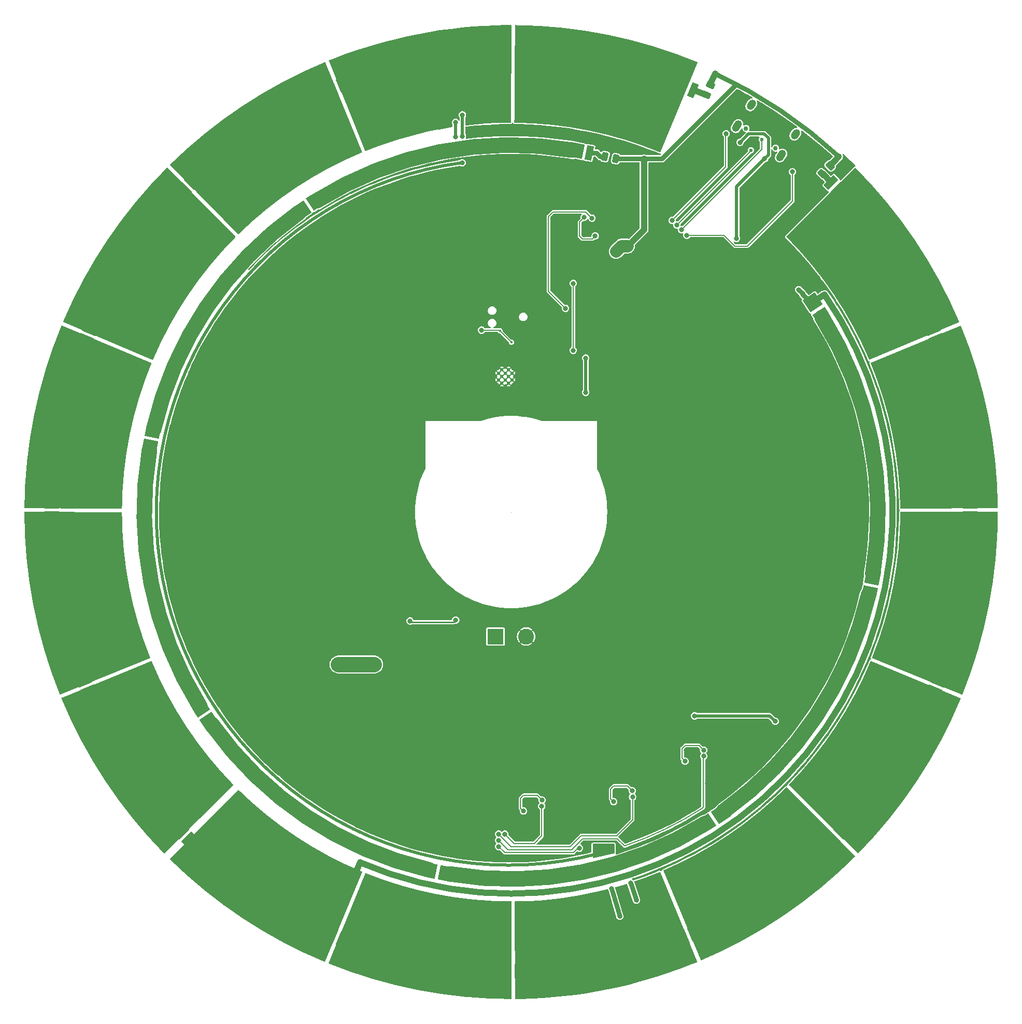
<source format=gbr>
%TF.GenerationSoftware,KiCad,Pcbnew,8.0.5*%
%TF.CreationDate,2024-10-11T00:39:08+02:00*%
%TF.ProjectId,LEDTischLampe,4c454454-6973-4636-984c-616d70652e6b,rev?*%
%TF.SameCoordinates,Original*%
%TF.FileFunction,Copper,L2,Bot*%
%TF.FilePolarity,Positive*%
%FSLAX46Y46*%
G04 Gerber Fmt 4.6, Leading zero omitted, Abs format (unit mm)*
G04 Created by KiCad (PCBNEW 8.0.5) date 2024-10-11 00:39:08*
%MOMM*%
%LPD*%
G01*
G04 APERTURE LIST*
G04 Aperture macros list*
%AMRoundRect*
0 Rectangle with rounded corners*
0 $1 Rounding radius*
0 $2 $3 $4 $5 $6 $7 $8 $9 X,Y pos of 4 corners*
0 Add a 4 corners polygon primitive as box body*
4,1,4,$2,$3,$4,$5,$6,$7,$8,$9,$2,$3,0*
0 Add four circle primitives for the rounded corners*
1,1,$1+$1,$2,$3*
1,1,$1+$1,$4,$5*
1,1,$1+$1,$6,$7*
1,1,$1+$1,$8,$9*
0 Add four rect primitives between the rounded corners*
20,1,$1+$1,$2,$3,$4,$5,0*
20,1,$1+$1,$4,$5,$6,$7,0*
20,1,$1+$1,$6,$7,$8,$9,0*
20,1,$1+$1,$8,$9,$2,$3,0*%
%AMHorizOval*
0 Thick line with rounded ends*
0 $1 width*
0 $2 $3 position (X,Y) of the first rounded end (center of the circle)*
0 $4 $5 position (X,Y) of the second rounded end (center of the circle)*
0 Add line between two ends*
20,1,$1,$2,$3,$4,$5,0*
0 Add two circle primitives to create the rounded ends*
1,1,$1,$2,$3*
1,1,$1,$4,$5*%
%AMRotRect*
0 Rectangle, with rotation*
0 The origin of the aperture is its center*
0 $1 length*
0 $2 width*
0 $3 Rotation angle, in degrees counterclockwise*
0 Add horizontal line*
21,1,$1,$2,0,0,$3*%
G04 Aperture macros list end*
%TA.AperFunction,Conductor*%
%ADD10C,0.000000*%
%TD*%
%TA.AperFunction,Conductor*%
%ADD11C,0.800000*%
%TD*%
%TA.AperFunction,Conductor*%
%ADD12C,2.500000*%
%TD*%
%TA.AperFunction,Conductor*%
%ADD13C,1.000000*%
%TD*%
%TA.AperFunction,Conductor*%
%ADD14C,0.200000*%
%TD*%
%TA.AperFunction,NonConductor*%
%ADD15C,0.100000*%
%TD*%
%TA.AperFunction,Conductor*%
%ADD16C,0.500000*%
%TD*%
%TA.AperFunction,HeatsinkPad*%
%ADD17C,0.600000*%
%TD*%
%TA.AperFunction,ComponentPad*%
%ADD18HorizOval,1.200000X0.166671X0.249441X-0.166671X-0.249441X0*%
%TD*%
%TA.AperFunction,ComponentPad*%
%ADD19HorizOval,1.200000X0.222228X0.332588X-0.222228X-0.332588X0*%
%TD*%
%TA.AperFunction,ComponentPad*%
%ADD20C,0.750000*%
%TD*%
%TA.AperFunction,ComponentPad*%
%ADD21R,2.600000X2.600000*%
%TD*%
%TA.AperFunction,ComponentPad*%
%ADD22C,2.600000*%
%TD*%
%TA.AperFunction,SMDPad,CuDef*%
%ADD23R,2.330000X2.380000*%
%TD*%
%TA.AperFunction,SMDPad,CuDef*%
%ADD24R,1.100000X2.380000*%
%TD*%
%TA.AperFunction,SMDPad,CuDef*%
%ADD25RotRect,2.330000X2.380000X213.750000*%
%TD*%
%TA.AperFunction,SMDPad,CuDef*%
%ADD26RotRect,1.100000X2.380000X213.750000*%
%TD*%
%TA.AperFunction,SMDPad,CuDef*%
%ADD27R,2.380000X2.330000*%
%TD*%
%TA.AperFunction,SMDPad,CuDef*%
%ADD28R,2.380000X1.100000*%
%TD*%
%TA.AperFunction,SMDPad,CuDef*%
%ADD29RotRect,2.330000X2.380000X123.750000*%
%TD*%
%TA.AperFunction,SMDPad,CuDef*%
%ADD30RotRect,1.100000X2.380000X123.750000*%
%TD*%
%TA.AperFunction,SMDPad,CuDef*%
%ADD31RotRect,2.330000X2.380000X157.500000*%
%TD*%
%TA.AperFunction,SMDPad,CuDef*%
%ADD32RotRect,1.100000X2.380000X157.500000*%
%TD*%
%TA.AperFunction,SMDPad,CuDef*%
%ADD33RotRect,2.330000X2.380000X202.500000*%
%TD*%
%TA.AperFunction,SMDPad,CuDef*%
%ADD34RotRect,1.100000X2.380000X202.500000*%
%TD*%
%TA.AperFunction,SMDPad,CuDef*%
%ADD35RotRect,2.330000X2.380000X225.000000*%
%TD*%
%TA.AperFunction,SMDPad,CuDef*%
%ADD36RotRect,1.100000X2.380000X225.000000*%
%TD*%
%TA.AperFunction,SMDPad,CuDef*%
%ADD37RotRect,2.330000X2.380000X247.500000*%
%TD*%
%TA.AperFunction,SMDPad,CuDef*%
%ADD38RotRect,1.100000X2.380000X247.500000*%
%TD*%
%TA.AperFunction,SMDPad,CuDef*%
%ADD39RotRect,2.330000X2.380000X315.000000*%
%TD*%
%TA.AperFunction,SMDPad,CuDef*%
%ADD40RotRect,1.100000X2.380000X315.000000*%
%TD*%
%TA.AperFunction,SMDPad,CuDef*%
%ADD41RotRect,2.330000X2.380000X303.750000*%
%TD*%
%TA.AperFunction,SMDPad,CuDef*%
%ADD42RotRect,1.100000X2.380000X303.750000*%
%TD*%
%TA.AperFunction,SMDPad,CuDef*%
%ADD43RoundRect,0.250000X-0.132583X0.503814X-0.503814X0.132583X0.132583X-0.503814X0.503814X-0.132583X0*%
%TD*%
%TA.AperFunction,SMDPad,CuDef*%
%ADD44RotRect,2.330000X2.380000X292.500000*%
%TD*%
%TA.AperFunction,SMDPad,CuDef*%
%ADD45RotRect,1.100000X2.380000X292.500000*%
%TD*%
%TA.AperFunction,SMDPad,CuDef*%
%ADD46RotRect,2.330000X2.380000X33.750000*%
%TD*%
%TA.AperFunction,SMDPad,CuDef*%
%ADD47RotRect,1.100000X2.380000X33.750000*%
%TD*%
%TA.AperFunction,SMDPad,CuDef*%
%ADD48RotRect,2.330000X2.380000X168.750000*%
%TD*%
%TA.AperFunction,SMDPad,CuDef*%
%ADD49RotRect,1.100000X2.380000X168.750000*%
%TD*%
%TA.AperFunction,SMDPad,CuDef*%
%ADD50RotRect,2.330000X2.380000X258.750000*%
%TD*%
%TA.AperFunction,SMDPad,CuDef*%
%ADD51RotRect,1.100000X2.380000X258.750000*%
%TD*%
%TA.AperFunction,SMDPad,CuDef*%
%ADD52RoundRect,0.250000X-0.315291X0.414726X-0.516200X-0.070311X0.315291X-0.414726X0.516200X0.070311X0*%
%TD*%
%TA.AperFunction,SMDPad,CuDef*%
%ADD53RoundRect,0.250000X0.345247X0.390142X-0.169665X0.492565X-0.345247X-0.390142X0.169665X-0.492565X0*%
%TD*%
%TA.AperFunction,SMDPad,CuDef*%
%ADD54RotRect,2.330000X2.380000X348.750000*%
%TD*%
%TA.AperFunction,SMDPad,CuDef*%
%ADD55RotRect,1.100000X2.380000X348.750000*%
%TD*%
%TA.AperFunction,SMDPad,CuDef*%
%ADD56RotRect,2.330000X2.380000X78.750000*%
%TD*%
%TA.AperFunction,SMDPad,CuDef*%
%ADD57RotRect,1.100000X2.380000X78.750000*%
%TD*%
%TA.AperFunction,ViaPad*%
%ADD58C,0.800000*%
%TD*%
%TA.AperFunction,ViaPad*%
%ADD59C,0.450000*%
%TD*%
%TA.AperFunction,ViaPad*%
%ADD60C,0.600000*%
%TD*%
%TA.AperFunction,Conductor*%
%ADD61C,0.250000*%
%TD*%
%TA.AperFunction,Conductor*%
%ADD62C,0.127000*%
%TD*%
%TA.AperFunction,Conductor*%
%ADD63C,2.000000*%
%TD*%
G04 APERTURE END LIST*
D10*
%TA.AperFunction,Conductor*%
%TO.N,Net-(LED19-C)*%
G36*
X110295959Y-35240963D02*
G01*
X110295959Y-35240963D01*
G75*
G03*
X90040737Y-48652052I24324041J-58738937D01*
G01*
X78863259Y-37279362D01*
G75*
G02*
X104238427Y-20490304I55756641J-56700538D01*
G01*
X110295959Y-35240963D01*
G37*
%TD.AperFunction*%
%TA.AperFunction,Conductor*%
%TO.N,Net-(LED20-C)*%
G36*
X89669060Y-49020614D02*
G01*
X89669060Y-49020614D01*
G75*
G03*
X76087876Y-69162182I44950840J-44959386D01*
G01*
X61409093Y-62932622D01*
G75*
G02*
X78427797Y-37710899I73210787J-31047318D01*
G01*
X89669060Y-49020614D01*
G37*
%TD.AperFunction*%
%TA.AperFunction,Conductor*%
%TO.N,Net-(LED21-C)*%
G36*
X75885534Y-69644923D02*
G01*
X75885534Y-69644923D01*
G75*
G03*
X71046001Y-93450600I58734366J-24335077D01*
G01*
X55100624Y-93312564D01*
G75*
G02*
X61171921Y-63497954I79519276J-667436D01*
G01*
X75885534Y-69644923D01*
G37*
%TD.AperFunction*%
%TA.AperFunction,Conductor*%
%TO.N,Net-(LED22-C)*%
G36*
X71043798Y-93974027D02*
G01*
X71043798Y-93974027D01*
G75*
G03*
X75682691Y-117819614I63576092J-5993D01*
G01*
X60898260Y-123794117D01*
G75*
G02*
X55097849Y-93925624I73721590J29814067D01*
G01*
X71043798Y-93974027D01*
G37*
%TD.AperFunction*%
%TA.AperFunction,Conductor*%
%TO.N,Net-(LED23-C)*%
G36*
X75880963Y-118304041D02*
G01*
X75880963Y-118304041D01*
G75*
G03*
X89292052Y-138559263I58738967J24323991D01*
G01*
X77919362Y-149736741D01*
G75*
G02*
X61130304Y-124361573I56700538J55756641D01*
G01*
X75880963Y-118304041D01*
G37*
%TD.AperFunction*%
%TA.AperFunction,Conductor*%
%TO.N,/LedsUnten/LedTreiber4/LEDN*%
G36*
X90054591Y-139321568D02*
G01*
X90054591Y-139321568D01*
G75*
G03*
X110313909Y-152726468I44565409J45341468D01*
G01*
X104212681Y-167459055D01*
G75*
G02*
X78843404Y-150661097I30407319J73478955D01*
G01*
X90054591Y-139321568D01*
G37*
%TD.AperFunction*%
%TA.AperFunction,Conductor*%
%TO.N,Net-(LED10-A)*%
G36*
X190831918Y-37730582D02*
G01*
X190831918Y-37730582D01*
G75*
G02*
X207841773Y-62958274I-56211818J-56249318D01*
G01*
X193144537Y-69144297D01*
G75*
G03*
X179557201Y-49006879I-58524477J-24835663D01*
G01*
X190831918Y-37730582D01*
G37*
%TD.AperFunction*%
%TA.AperFunction,Conductor*%
%TO.N,Net-(LED10-C)*%
G36*
X208078761Y-63523683D02*
G01*
X208078761Y-63523683D01*
G75*
G02*
X214139598Y-93340421I-73458661J-30456317D01*
G01*
X198193834Y-93431173D01*
G75*
G03*
X193347028Y-69626975I-63573744J-548807D01*
G01*
X208078761Y-63523683D01*
G37*
%TD.AperFunction*%
%TA.AperFunction,Conductor*%
%TO.N,Net-(LED11-C)*%
G36*
X214142173Y-93953483D02*
G01*
X214142173Y-93953483D01*
G75*
G02*
X208331285Y-123819939I-79522073J-26517D01*
G01*
X193564591Y-117801603D01*
G75*
G03*
X198196198Y-93954600I-58944491J23821603D01*
G01*
X214142173Y-93953483D01*
G37*
%TD.AperFunction*%
%TA.AperFunction,Conductor*%
%TO.N,Net-(LED13-C)*%
G36*
X190869418Y-150191918D02*
G01*
X190869418Y-150191918D01*
G75*
G02*
X165641726Y-167201773I-56249318J56211818D01*
G01*
X159455703Y-152504537D01*
G75*
G03*
X179593121Y-138917201I-24835703J58524437D01*
G01*
X190869418Y-150191918D01*
G37*
%TD.AperFunction*%
%TA.AperFunction,Conductor*%
%TO.N,Net-(LED15-C)*%
G36*
X110798397Y-152924591D02*
G01*
X110798397Y-152924591D01*
G75*
G03*
X134645400Y-157556198I23821603J58944491D01*
G01*
X134646517Y-173502173D01*
G75*
G02*
X104780061Y-167691285I-26517J79522073D01*
G01*
X110798397Y-152924591D01*
G37*
%TD.AperFunction*%
D11*
%TO.N,/LedsUnten/LedTreiber4/LEDP*%
X167920000Y-22380001D02*
G75*
G02*
X188148100Y-35926642I-33300000J-71599999D01*
G01*
D12*
%TO.N,Net-(LED7-C)*%
X185438896Y-62195744D02*
G75*
G02*
X193710084Y-104037886I-50818896J-31784256D01*
G01*
D13*
%TO.N,/LedsUnten/LedTreiber4/LEDP*%
X167145000Y-24205000D02*
X167920000Y-22380000D01*
D12*
%TO.N,/LedsUnten/LedTreiber4/LEDN*%
X104140000Y-162433000D02*
G75*
G02*
X82738154Y-148278898I30226000J68961000D01*
G01*
D13*
X104902000Y-162915600D02*
X109945565Y-151197642D01*
D12*
%TO.N,Net-(LED3-C)*%
X83801104Y-125764256D02*
G75*
G02*
X75529916Y-83922114I50818896J31784256D01*
G01*
%TO.N,Net-(LED4-C)*%
X121160477Y-152389249D02*
G75*
G02*
X85725001Y-128651000I13459523J58409249D01*
G01*
D11*
%TO.N,/LedsOben/LedTreiber1/LEDN*%
X154130321Y-154545937D02*
X155085864Y-157350497D01*
D14*
%TO.N,RDim*%
X166009747Y-142246501D02*
G75*
G02*
X153162000Y-148488399I-31389747J48266501D01*
G01*
D15*
X134620000Y-93980000D02*
X134620000Y-93980000D01*
D13*
%TO.N,Net-(LED17-A)*%
X164320000Y-25005000D02*
X166470000Y-25880000D01*
D16*
%TO.N,/LedsOben/LedTreiber2/LEDP*%
X148811531Y-149773348D02*
G75*
G02*
X126618696Y-36930941I-14547131J55742548D01*
G01*
D13*
%TO.N,/LedsUnten/LedTreiber4/LEDP*%
X186720000Y-37455000D02*
X188148100Y-35926642D01*
D12*
%TO.N,Net-(LED1-C)*%
X102835744Y-43161104D02*
G75*
G02*
X144677886Y-34889916I31784256J-50818896D01*
G01*
D13*
%TO.N,Net-(LED9-A)*%
X186870000Y-40105000D02*
X185545000Y-38730000D01*
%TO.N,/LedsUnten/LedTreiber4/LEDN*%
X185821875Y-58468671D02*
G75*
G02*
X109945565Y-151197642I-51201875J-35511328D01*
G01*
X183896000Y-59740800D02*
X185821875Y-58468671D01*
D12*
%TO.N,Net-(LED2-C)*%
X76210751Y-80520477D02*
G75*
G02*
X99949000Y-45085001I58409249J-13459523D01*
G01*
%TO.N,Net-(LED5-C)*%
X166404256Y-144798896D02*
G75*
G02*
X124562114Y-153070084I-31784256J50818896D01*
G01*
D11*
%TO.N,/LedsOben/LedTreiber3/LEDN*%
X151053800Y-155473400D02*
X152360598Y-159979659D01*
D12*
%TO.N,Net-(LED6-C)*%
X193029249Y-107439523D02*
G75*
G02*
X169291000Y-142874999I-58409249J13459523D01*
G01*
D10*
%TA.AperFunction,Conductor*%
%TO.N,Net-(LED12-C)*%
G36*
X208099055Y-124387319D02*
G01*
X208099055Y-124387319D01*
G75*
G02*
X191301097Y-149756596I-73478965J30407279D01*
G01*
X179961568Y-138545409D01*
G75*
G03*
X193366468Y-118286091I-45341468J44565409D01*
G01*
X208099055Y-124387319D01*
G37*
%TD.AperFunction*%
%TA.AperFunction,Conductor*%
%TO.N,Net-(LED17-C)*%
G36*
X135287436Y-14460624D02*
G01*
X135287436Y-14460624D01*
G75*
G02*
X165102046Y-20531921I-667436J-79519276D01*
G01*
X158955077Y-35245534D01*
G75*
G03*
X135149400Y-30406001I-24335077J-58734366D01*
G01*
X135287436Y-14460624D01*
G37*
%TD.AperFunction*%
%TD*%
D17*
%TO.P,U1,19,GND*%
%TO.N,GND*%
X132560000Y-71297800D03*
X132560000Y-72397800D03*
X133110000Y-70747800D03*
X133110000Y-71847800D03*
X133110000Y-72947800D03*
X133660000Y-71297800D03*
X133660000Y-72397800D03*
X134210000Y-70747800D03*
X134210000Y-71847800D03*
X134210000Y-72947800D03*
X134760000Y-71297800D03*
X134760000Y-72397800D03*
%TD*%
D18*
%TO.P,J2,3*%
%TO.N,N/C*%
X181054441Y-32291631D03*
%TO.P,J2,2*%
X173853915Y-27480392D03*
D19*
%TO.P,J2,1*%
X171531631Y-30955936D03*
%TO.P,J2,0*%
X178732158Y-35767173D03*
D20*
%TO.P,J2,*%
%TO.N,*%
X172998418Y-31334666D03*
X177820944Y-34556974D03*
%TD*%
D21*
%TO.P,J1,1,Pin_1*%
%TO.N,Net-(J1-Pin_1)*%
X132080000Y-114300000D03*
D22*
%TO.P,J1,2,Pin_2*%
%TO.N,GND*%
X137080000Y-114300000D03*
%TD*%
D23*
%TO.P,LED15,1,C*%
%TO.N,Net-(LED15-C)*%
X133530001Y-168980001D03*
D24*
%TO.P,LED15,2,A*%
%TO.N,Net-(LED14-C)*%
X135709999Y-168980001D03*
%TD*%
D25*
%TO.P,LED2,1,C*%
%TO.N,Net-(LED2-C)*%
X100379484Y-44697394D03*
D26*
%TO.P,LED2,2,A*%
%TO.N,Net-(LED1-C)*%
X102192088Y-43486252D03*
%TD*%
D27*
%TO.P,LED22,1,C*%
%TO.N,Net-(LED22-C)*%
X59620000Y-95070000D03*
D28*
%TO.P,LED22,2,A*%
%TO.N,Net-(LED21-C)*%
X59620000Y-92890000D03*
%TD*%
D29*
%TO.P,LED8,1,C*%
%TO.N,/LedsUnten/LedTreiber4/LEDN*%
X183902606Y-59739484D03*
D30*
%TO.P,LED8,2,A*%
%TO.N,Net-(LED7-C)*%
X185113748Y-61552088D03*
%TD*%
D31*
%TO.P,LED17,1,C*%
%TO.N,Net-(LED17-C)*%
X162314228Y-24271910D03*
D32*
%TO.P,LED17,2,A*%
%TO.N,Net-(LED17-A)*%
X164328286Y-25106160D03*
%TD*%
D33*
%TO.P,LED14,1,C*%
%TO.N,Net-(LED14-C)*%
X162314230Y-163688090D03*
D34*
%TO.P,LED14,2,A*%
%TO.N,Net-(LED13-C)*%
X164328286Y-162853840D03*
%TD*%
D35*
%TO.P,LED13,1,C*%
%TO.N,Net-(LED13-C)*%
X186882263Y-147783755D03*
D36*
%TO.P,LED13,2,A*%
%TO.N,Net-(LED12-C)*%
X188423755Y-146242263D03*
%TD*%
D37*
%TO.P,LED21,1,C*%
%TO.N,Net-(LED21-C)*%
X64911910Y-66285772D03*
D38*
%TO.P,LED21,2,A*%
%TO.N,Net-(LED20-C)*%
X65746160Y-64271714D03*
%TD*%
D39*
%TO.P,LED24,1,C*%
%TO.N,/LedsUnten/LedTreiber4/LEDN*%
X82357739Y-147783756D03*
D40*
%TO.P,LED24,2,A*%
%TO.N,Net-(LED23-C)*%
X80816245Y-146242262D03*
%TD*%
D33*
%TO.P,LED19,1,C*%
%TO.N,Net-(LED19-C)*%
X104911713Y-25106160D03*
D34*
%TO.P,LED19,2,A*%
%TO.N,Net-(LED18-C)*%
X106925771Y-24271910D03*
%TD*%
D41*
%TO.P,LED4,1,C*%
%TO.N,Net-(LED4-C)*%
X85337394Y-128220516D03*
D42*
%TO.P,LED4,2,A*%
%TO.N,Net-(LED3-C)*%
X84126252Y-126407912D03*
%TD*%
D35*
%TO.P,LED20,1,C*%
%TO.N,Net-(LED20-C)*%
X80816244Y-41717739D03*
D36*
%TO.P,LED20,2,A*%
%TO.N,Net-(LED19-C)*%
X82357738Y-40176245D03*
%TD*%
D37*
%TO.P,LED12,1,C*%
%TO.N,Net-(LED12-C)*%
X203493840Y-123688286D03*
D38*
%TO.P,LED12,2,A*%
%TO.N,Net-(LED11-C)*%
X204328090Y-121674230D03*
%TD*%
D43*
%TO.P,R6,1*%
%TO.N,/LedsUnten/LedTreiber4/LEDP*%
X186725635Y-37454765D03*
%TO.P,R6,2*%
%TO.N,Net-(LED9-A)*%
X185435165Y-38745235D03*
%TD*%
D27*
%TO.P,LED11,1,C*%
%TO.N,Net-(LED11-C)*%
X209620001Y-95069999D03*
D28*
%TO.P,LED11,2,A*%
%TO.N,Net-(LED10-C)*%
X209620001Y-92890001D03*
%TD*%
D31*
%TO.P,LED16,1,C*%
%TO.N,/LedsUnten/LedTreiber4/LEDN*%
X104911714Y-162853840D03*
D32*
%TO.P,LED16,2,A*%
%TO.N,Net-(LED15-C)*%
X106925770Y-163688090D03*
%TD*%
D44*
%TO.P,LED23,1,C*%
%TO.N,Net-(LED23-C)*%
X65746160Y-123688287D03*
D45*
%TO.P,LED23,2,A*%
%TO.N,Net-(LED22-C)*%
X64911910Y-121674229D03*
%TD*%
D23*
%TO.P,LED18,1,C*%
%TO.N,Net-(LED18-C)*%
X133530000Y-18980000D03*
D24*
%TO.P,LED18,2,A*%
%TO.N,Net-(LED17-C)*%
X135710000Y-18980000D03*
%TD*%
D46*
%TO.P,LED6,1,C*%
%TO.N,Net-(LED6-C)*%
X168860516Y-143262606D03*
D47*
%TO.P,LED6,2,A*%
%TO.N,Net-(LED5-C)*%
X167047912Y-144473748D03*
%TD*%
D48*
%TO.P,LED1,1,C*%
%TO.N,Net-(LED1-C)*%
X145256363Y-34920234D03*
D49*
%TO.P,LED1,2,A*%
%TO.N,Net-(LED1-A)*%
X147394475Y-35345532D03*
%TD*%
D50*
%TO.P,LED3,1,C*%
%TO.N,Net-(LED3-C)*%
X75560234Y-83343637D03*
D51*
%TO.P,LED3,2,A*%
%TO.N,Net-(LED2-C)*%
X75985532Y-81205525D03*
%TD*%
D52*
%TO.P,R7,1*%
%TO.N,/LedsUnten/LedTreiber4/LEDP*%
X167194198Y-24211960D03*
%TO.P,R7,2*%
%TO.N,Net-(LED17-A)*%
X166495802Y-25898040D03*
%TD*%
D44*
%TO.P,LED10,1,C*%
%TO.N,Net-(LED10-C)*%
X204328090Y-66285770D03*
D45*
%TO.P,LED10,2,A*%
%TO.N,Net-(LED10-A)*%
X203493840Y-64271714D03*
%TD*%
D39*
%TO.P,LED9,1,C*%
%TO.N,Net-(LED10-A)*%
X188423755Y-41717737D03*
D40*
%TO.P,LED9,2,A*%
%TO.N,Net-(LED9-A)*%
X186882263Y-40176245D03*
%TD*%
D53*
%TO.P,R5,1*%
%TO.N,/LedsUnten/LedTreiber4/LEDP*%
X151739967Y-36283020D03*
%TO.P,R5,2*%
%TO.N,Net-(LED1-A)*%
X149950033Y-35926980D03*
%TD*%
D54*
%TO.P,LED5,1,C*%
%TO.N,Net-(LED5-C)*%
X123983637Y-153039766D03*
D55*
%TO.P,LED5,2,A*%
%TO.N,Net-(LED4-C)*%
X121845525Y-152614468D03*
%TD*%
D56*
%TO.P,LED7,1,C*%
%TO.N,Net-(LED7-C)*%
X193679766Y-104616363D03*
D57*
%TO.P,LED7,2,A*%
%TO.N,Net-(LED6-C)*%
X193254468Y-106754475D03*
%TD*%
D58*
%TO.N,GND*%
X153390600Y-45008800D03*
X121666000Y-77247800D03*
%TO.N,NTC*%
X145796000Y-148844000D03*
%TO.N,GND*%
X148590000Y-75438000D03*
X148590000Y-74676000D03*
X147828000Y-75946000D03*
X143256000Y-64770000D03*
X144377400Y-144134800D03*
X142904200Y-141239200D03*
X151358600Y-44729400D03*
X125575800Y-114147600D03*
X163249600Y-132872900D03*
X149345000Y-44746800D03*
D59*
X123575000Y-120015000D03*
D58*
X155702000Y-96012000D03*
X184988200Y-42240200D03*
X168859200Y-30810200D03*
X145795000Y-74430000D03*
X177270000Y-36955000D03*
X123289800Y-114020600D03*
X146785100Y-42634800D03*
X140335000Y-146440700D03*
X155067000Y-144916700D03*
X157636200Y-139715200D03*
X116050800Y-110718600D03*
X136859000Y-141036000D03*
X155524200Y-142275100D03*
X121003800Y-113639600D03*
X167182800Y-135636000D03*
X151591000Y-139512000D03*
D59*
X132791200Y-60502800D03*
D58*
X149680700Y-41161600D03*
X140792200Y-143799100D03*
X145796000Y-65786000D03*
X166725600Y-138277600D03*
X179197000Y-37693600D03*
X123670800Y-106908600D03*
X169294800Y-133076100D03*
X159109400Y-142610800D03*
X171095000Y-32805000D03*
X115542800Y-114147600D03*
X146581900Y-48680000D03*
X170768000Y-135971700D03*
%TO.N,+3V3*%
X146812000Y-74422000D03*
X146812000Y-68834000D03*
%TO.N,EN*%
X129794000Y-64262000D03*
X180594000Y-38430200D03*
D59*
X134670800Y-66243200D03*
D58*
X163322000Y-48768000D03*
D59*
X132791200Y-64389000D03*
D58*
%TO.N,Net-(U7-FB)*%
X118110000Y-111760000D03*
X125575800Y-111607600D03*
%TO.N,/LedsUnten/LedTreiber4/LEDN*%
X181610000Y-57658000D03*
X182245000Y-58420000D03*
%TO.N,WhiteDim*%
X147828000Y-45974000D03*
X143510000Y-60706000D03*
%TO.N,GDim*%
X132588000Y-146558000D03*
X154457400Y-140517550D03*
%TO.N,BDim*%
X133604000Y-146558000D03*
X139624653Y-142009354D03*
%TO.N,RDim*%
X166072952Y-133847472D03*
X132588000Y-147574000D03*
%TO.N,IO9*%
X144780000Y-67564000D03*
X144780000Y-56641992D03*
X160909000Y-46355000D03*
X169748200Y-32181800D03*
%TO.N,/LedsOben/LedTreiber1/LEDN*%
X154130321Y-154545937D03*
X155085864Y-157350497D03*
%TO.N,/LedsOben/LedTreiber3/LEDN*%
X151053800Y-155473400D03*
X152374600Y-159994600D03*
%TO.N,DN*%
X162433000Y-47879000D03*
D60*
X175564800Y-33147000D03*
D58*
%TO.N,VBUS*%
X172020000Y-33605000D03*
X171450000Y-49276000D03*
X176045000Y-36280000D03*
%TO.N,DP*%
X161671000Y-47117000D03*
D60*
X173806216Y-34889267D03*
D58*
%TO.N,/LedsUnten/LedTreiber4/LEDP*%
X151765000Y-51428000D03*
X146556500Y-45864400D03*
X152654000Y-50546000D03*
X152654000Y-51428000D03*
X151765000Y-50539000D03*
X148359900Y-48908600D03*
%TO.N,/LedsOben/LedTreiber1/LEDP*%
X164592000Y-127254000D03*
X166065200Y-132847500D03*
X163021000Y-134650900D03*
X177766300Y-128151300D03*
D59*
%TO.N,/LedsOben/LedTreiber2/LEDP*%
X150469600Y-149174200D03*
X151155400Y-149174200D03*
D58*
X126618696Y-36930941D03*
X154406600Y-139486600D03*
X126670000Y-29130000D03*
X151362400Y-141290000D03*
D59*
X151155400Y-148590000D03*
X150469600Y-148590000D03*
D58*
X126670000Y-32605000D03*
%TO.N,/LedsOben/LedTreiber3/LEDP*%
X125520000Y-32680000D03*
X125545000Y-30355000D03*
X139674600Y-141010600D03*
X136630400Y-142814000D03*
%TO.N,VCC*%
X107188000Y-118364000D03*
X107188000Y-119380000D03*
X106172000Y-118364000D03*
X112776000Y-118364000D03*
X111760000Y-118364000D03*
X111760000Y-119380000D03*
X106172000Y-119380000D03*
X112776000Y-119380000D03*
%TO.N,NTC*%
X132588000Y-148590000D03*
%TD*%
D14*
%TO.N,NTC*%
X145796000Y-148844000D02*
X145542000Y-148844000D01*
X145542000Y-148844000D02*
X144805400Y-149580600D01*
D16*
%TO.N,GND*%
X148590000Y-74676000D02*
X148590000Y-75438000D01*
D61*
%TO.N,Net-(U7-FB)*%
X118338600Y-111988600D02*
X125194800Y-111988600D01*
X125194800Y-111988600D02*
X125575800Y-111607600D01*
X118110000Y-111760000D02*
X118338600Y-111988600D01*
D16*
%TO.N,+3V3*%
X146812000Y-74422000D02*
X146812000Y-68834000D01*
D14*
%TO.N,EN*%
X173228000Y-50546000D02*
X180594000Y-43180000D01*
X132664200Y-64262000D02*
X132791200Y-64389000D01*
D62*
X134645400Y-66243200D02*
X134670800Y-66243200D01*
D14*
X129794000Y-64262000D02*
X132664200Y-64262000D01*
D62*
X132791200Y-64389000D02*
X134645400Y-66243200D01*
D14*
X169418000Y-48768000D02*
X171196000Y-50546000D01*
X171196000Y-50546000D02*
X173228000Y-50546000D01*
X163322000Y-48768000D02*
X169418000Y-48768000D01*
X180594000Y-43180000D02*
X180594000Y-38430200D01*
D11*
%TO.N,Net-(LED1-A)*%
X147394475Y-35345532D02*
X148585532Y-35345532D01*
X148585532Y-35345532D02*
X149166980Y-35926980D01*
X149166980Y-35926980D02*
X149950033Y-35926980D01*
%TO.N,/LedsUnten/LedTreiber4/LEDN*%
X182245000Y-58420000D02*
X183642000Y-59817000D01*
X181610000Y-57658000D02*
X182245000Y-58293000D01*
X183902606Y-59739484D02*
X183902606Y-59637606D01*
X182245000Y-58293000D02*
X182245000Y-58420000D01*
%TO.N,Net-(LED9-A)*%
X185582635Y-38877165D02*
X185583183Y-38877165D01*
D14*
%TO.N,WhiteDim*%
X140716000Y-57912000D02*
X140716000Y-45720000D01*
X143510000Y-60706000D02*
X140716000Y-57912000D01*
X146304000Y-44958000D02*
X146812000Y-44958000D01*
X140716000Y-45720000D02*
X141478000Y-44958000D01*
X146812000Y-44958000D02*
X147828000Y-45974000D01*
X141478000Y-44958000D02*
X146304000Y-44958000D01*
%TO.N,GDim*%
X154457400Y-144246600D02*
X154457400Y-140517550D01*
X144272000Y-148590000D02*
X146050000Y-146812000D01*
X151892000Y-146812000D02*
X154457400Y-144246600D01*
X146050000Y-146812000D02*
X151892000Y-146812000D01*
X134620000Y-148590000D02*
X144272000Y-148590000D01*
X132588000Y-146558000D02*
X134620000Y-148590000D01*
%TO.N,BDim*%
X135128000Y-148082000D02*
X138430000Y-148082000D01*
X139624653Y-146887347D02*
X139624653Y-142009354D01*
X133604000Y-146558000D02*
X135128000Y-148082000D01*
X138430000Y-148082000D02*
X139624653Y-146887347D01*
%TO.N,RDim*%
X144526000Y-149098000D02*
X146304000Y-147320000D01*
X134112000Y-149098000D02*
X144526000Y-149098000D01*
X132588000Y-147574000D02*
X134112000Y-149098000D01*
X166072952Y-133847472D02*
X166014400Y-133906024D01*
X151993601Y-147320000D02*
X153162000Y-148488399D01*
X146304000Y-147320000D02*
X151993601Y-147320000D01*
X166014400Y-142189199D02*
X165989000Y-142214599D01*
X166014400Y-133906024D02*
X166014400Y-142189199D01*
%TO.N,IO9*%
X144780000Y-56896000D02*
X144780000Y-56641992D01*
X169672000Y-37592000D02*
X169672000Y-32258000D01*
X144780000Y-67564000D02*
X144780000Y-56896000D01*
X160909000Y-46355000D02*
X169672000Y-37592000D01*
X169672000Y-32258000D02*
X169748200Y-32181800D01*
%TO.N,DN*%
X175564800Y-34747200D02*
X175564800Y-33147000D01*
X162433000Y-47879000D02*
X175564800Y-34747200D01*
D16*
%TO.N,VBUS*%
X171450000Y-40875000D02*
X171450000Y-49276000D01*
X176045000Y-36280000D02*
X171450000Y-40875000D01*
X176645000Y-32905000D02*
X176645000Y-35680000D01*
X173420000Y-32205000D02*
X175945000Y-32205000D01*
X172020000Y-33605000D02*
X173420000Y-32205000D01*
X175945000Y-32205000D02*
X176645000Y-32905000D01*
X176645000Y-35680000D02*
X176045000Y-36280000D01*
D14*
%TO.N,DP*%
X161671000Y-47117000D02*
X173806216Y-34981784D01*
X173806216Y-34981784D02*
X173806216Y-34889267D01*
%TO.N,/LedsUnten/LedTreiber4/LEDP*%
X147888500Y-49380000D02*
X148359900Y-48908600D01*
D11*
X156337000Y-36283020D02*
X159241980Y-36283020D01*
X151739967Y-36283020D02*
X156337000Y-36283020D01*
D14*
X146291950Y-49380000D02*
X147888500Y-49380000D01*
X145789000Y-46631900D02*
X145789000Y-48877050D01*
X145789000Y-48877050D02*
X146291950Y-49380000D01*
D13*
X156337000Y-47879000D02*
X156337000Y-36283020D01*
D14*
X146556500Y-45864400D02*
X145789000Y-46631900D01*
D13*
X153670000Y-50546000D02*
X156337000Y-47879000D01*
D63*
X152647000Y-50546000D02*
X153670000Y-50546000D01*
D11*
X159241980Y-36283020D02*
X171345000Y-24180000D01*
D63*
X151765000Y-51428000D02*
X152647000Y-50546000D01*
D14*
%TO.N,/LedsOben/LedTreiber1/LEDP*%
X166065200Y-132847500D02*
X165297700Y-132080000D01*
D16*
X176869000Y-127254000D02*
X164592000Y-127254000D01*
D14*
X162549600Y-134179500D02*
X162549600Y-132582950D01*
X162549600Y-134179500D02*
X163021000Y-134650900D01*
D16*
X177766300Y-128151300D02*
X176869000Y-127254000D01*
D14*
X162549600Y-132582950D02*
X163052550Y-132080000D01*
X165297700Y-132080000D02*
X163052550Y-132080000D01*
%TO.N,/LedsOben/LedTreiber2/LEDP*%
X150891000Y-140818600D02*
X151362400Y-141290000D01*
X154406600Y-139486600D02*
X153639100Y-138719100D01*
D16*
X126670000Y-32605000D02*
X126670000Y-29130000D01*
D14*
X153639100Y-138719100D02*
X151393950Y-138719100D01*
X150891000Y-139222050D02*
X150891000Y-140818600D01*
X150891000Y-139222050D02*
X151393950Y-138719100D01*
D16*
%TO.N,/LedsOben/LedTreiber3/LEDP*%
X125520000Y-32680000D02*
X125520000Y-30380000D01*
D14*
X139674600Y-141010600D02*
X138907100Y-140243100D01*
D16*
X125520000Y-30380000D02*
X125545000Y-30355000D01*
D14*
X136159000Y-140746050D02*
X136159000Y-142342600D01*
X138907100Y-140243100D02*
X136661950Y-140243100D01*
X136159000Y-142342600D02*
X136630400Y-142814000D01*
X136159000Y-140746050D02*
X136661950Y-140243100D01*
D12*
%TO.N,VCC*%
X112268000Y-118872000D02*
X106426000Y-118872000D01*
D14*
%TO.N,NTC*%
X132588000Y-148590000D02*
X133578600Y-149580600D01*
X133578600Y-149580600D02*
X144805400Y-149580600D01*
%TD*%
%TA.AperFunction,Conductor*%
%TO.N,/LedsOben/LedTreiber2/LEDP*%
G36*
X151455992Y-148152485D02*
G01*
X151501747Y-148205289D01*
X151512937Y-148254832D01*
X151534791Y-149631682D01*
X151516173Y-149699025D01*
X151464102Y-149745613D01*
X151437433Y-149754758D01*
X148105007Y-150487419D01*
X148035305Y-150482588D01*
X147979279Y-150440841D01*
X147954717Y-150375431D01*
X147954382Y-150366810D01*
X147951921Y-149754758D01*
X147945901Y-148257299D01*
X147965316Y-148190180D01*
X148017935Y-148144214D01*
X148069900Y-148132800D01*
X151388953Y-148132800D01*
X151455992Y-148152485D01*
G37*
%TD.AperFunction*%
%TD*%
%TA.AperFunction,Conductor*%
%TO.N,GND*%
G36*
X171585180Y-24885796D02*
G01*
X171586540Y-24886503D01*
X171998645Y-25104686D01*
X172000347Y-25105609D01*
X172824257Y-25563826D01*
X173411894Y-25890640D01*
X173413669Y-25891652D01*
X174020866Y-26245943D01*
X174061598Y-26291600D01*
X174067714Y-26352478D01*
X174036879Y-26405326D01*
X173980869Y-26429955D01*
X173970973Y-26430451D01*
X173941740Y-26430451D01*
X173787088Y-26461214D01*
X173787086Y-26461214D01*
X173641409Y-26521555D01*
X173510297Y-26609162D01*
X173398800Y-26720659D01*
X173398797Y-26720663D01*
X172977853Y-27350646D01*
X172977847Y-27350658D01*
X172917507Y-27496334D01*
X172917507Y-27496336D01*
X172886744Y-27650988D01*
X172886744Y-27808678D01*
X172917507Y-27963330D01*
X172917507Y-27963332D01*
X172977848Y-28109009D01*
X173065454Y-28240120D01*
X173065456Y-28240122D01*
X173176956Y-28351622D01*
X173308065Y-28439227D01*
X173453747Y-28499570D01*
X173608402Y-28530333D01*
X173608403Y-28530333D01*
X173766086Y-28530333D01*
X173766087Y-28530333D01*
X173920742Y-28499570D01*
X174066423Y-28439227D01*
X174197533Y-28351621D01*
X174309033Y-28240121D01*
X174608426Y-27792047D01*
X174729976Y-27610137D01*
X174729982Y-27610125D01*
X174755232Y-27549166D01*
X174790323Y-27464448D01*
X174821086Y-27309793D01*
X174821086Y-27152108D01*
X174790323Y-26997454D01*
X174738611Y-26872609D01*
X174733810Y-26811613D01*
X174765780Y-26759444D01*
X174822308Y-26736029D01*
X174881721Y-26750262D01*
X176087651Y-27487675D01*
X176188211Y-27549166D01*
X176189943Y-27550250D01*
X177550110Y-28421038D01*
X177551819Y-28422157D01*
X178893752Y-29320842D01*
X178895429Y-29321991D01*
X180218556Y-30248189D01*
X180220142Y-30249324D01*
X181307532Y-31044436D01*
X181332612Y-31062775D01*
X181368424Y-31112385D01*
X181368238Y-31173570D01*
X181332123Y-31222960D01*
X181274177Y-31241690D01*
X181142266Y-31241690D01*
X180987614Y-31272453D01*
X180987612Y-31272453D01*
X180841935Y-31332794D01*
X180710823Y-31420401D01*
X180599326Y-31531898D01*
X180599323Y-31531902D01*
X180178379Y-32161885D01*
X180178373Y-32161897D01*
X180118033Y-32307573D01*
X180118033Y-32307575D01*
X180087270Y-32462227D01*
X180087270Y-32619917D01*
X180118033Y-32774569D01*
X180118033Y-32774571D01*
X180178374Y-32920248D01*
X180265980Y-33051359D01*
X180265982Y-33051361D01*
X180377482Y-33162861D01*
X180508591Y-33250466D01*
X180654273Y-33310809D01*
X180808928Y-33341572D01*
X180808929Y-33341572D01*
X180966612Y-33341572D01*
X180966613Y-33341572D01*
X181121268Y-33310809D01*
X181266949Y-33250466D01*
X181398059Y-33162860D01*
X181509559Y-33051360D01*
X181818689Y-32588715D01*
X181930502Y-32421376D01*
X181930508Y-32421364D01*
X181964804Y-32338566D01*
X181990849Y-32275687D01*
X182021612Y-32121032D01*
X182021612Y-31963347D01*
X181990849Y-31808693D01*
X181980330Y-31783299D01*
X181975530Y-31722306D01*
X182007499Y-31670136D01*
X182064027Y-31646721D01*
X182123522Y-31661004D01*
X182131861Y-31666721D01*
X182320811Y-31810959D01*
X182809261Y-32183828D01*
X182810872Y-32185084D01*
X183235385Y-32523233D01*
X184074160Y-33191366D01*
X184075675Y-33192598D01*
X185317974Y-34224772D01*
X185319484Y-34226052D01*
X186489756Y-35239920D01*
X186540184Y-35283608D01*
X186541712Y-35284960D01*
X187142055Y-35827154D01*
X187143411Y-35828378D01*
X187173924Y-35881412D01*
X187167436Y-35942252D01*
X187149392Y-35969440D01*
X186685527Y-36465871D01*
X186631983Y-36495480D01*
X186598439Y-36496174D01*
X186593052Y-36495363D01*
X186593051Y-36495363D01*
X186593050Y-36495363D01*
X186458769Y-36515601D01*
X186458764Y-36515603D01*
X186336410Y-36574527D01*
X186312875Y-36594026D01*
X185864896Y-37042005D01*
X185845397Y-37065540D01*
X185786473Y-37187894D01*
X185786471Y-37187899D01*
X185766233Y-37322179D01*
X185766233Y-37322185D01*
X185786471Y-37456464D01*
X185786473Y-37456470D01*
X185845397Y-37578825D01*
X185864898Y-37602362D01*
X186578038Y-38315502D01*
X186601575Y-38335003D01*
X186723930Y-38393927D01*
X186723933Y-38393927D01*
X186723935Y-38393928D01*
X186858215Y-38414167D01*
X186858218Y-38414167D01*
X186858220Y-38414167D01*
X186992500Y-38393928D01*
X186992500Y-38393927D01*
X186992505Y-38393927D01*
X187114860Y-38335003D01*
X187138397Y-38315502D01*
X187586372Y-37867527D01*
X187605873Y-37843990D01*
X187664797Y-37721635D01*
X187664798Y-37721630D01*
X187685037Y-37587350D01*
X187685037Y-37587347D01*
X187680398Y-37556573D01*
X187674118Y-37514907D01*
X187684141Y-37454551D01*
X187699670Y-37432570D01*
X188707035Y-36354487D01*
X188779764Y-36237223D01*
X188828218Y-36108024D01*
X188850535Y-35971855D01*
X188845859Y-35833947D01*
X188814368Y-35699602D01*
X188789598Y-35645106D01*
X188782734Y-35584308D01*
X188812917Y-35531085D01*
X188868619Y-35505768D01*
X188928564Y-35518027D01*
X188947750Y-35532214D01*
X190095209Y-36617473D01*
X190096782Y-36618994D01*
X190615970Y-37132431D01*
X190850806Y-37364665D01*
X190878886Y-37419026D01*
X190869652Y-37479510D01*
X190826629Y-37523015D01*
X190792284Y-37533433D01*
X190774581Y-37535429D01*
X190764031Y-37536619D01*
X190686605Y-37585276D01*
X190686595Y-37585283D01*
X188486064Y-39786121D01*
X188431550Y-39813902D01*
X188371117Y-39804335D01*
X188327849Y-39761073D01*
X188321069Y-39732838D01*
X188318958Y-39733259D01*
X188301496Y-39645466D01*
X188301495Y-39645463D01*
X188268368Y-39595886D01*
X187462621Y-38790139D01*
X187413044Y-38757012D01*
X187413041Y-38757011D01*
X187334812Y-38741452D01*
X187334810Y-38741452D01*
X187256581Y-38757011D01*
X187256579Y-38757012D01*
X187207000Y-38790139D01*
X186956848Y-39040290D01*
X186902332Y-39068067D01*
X186841900Y-39058495D01*
X186815557Y-39038981D01*
X186001543Y-38194248D01*
X186001540Y-38194246D01*
X185888248Y-38115474D01*
X185773303Y-38065350D01*
X185742872Y-38044607D01*
X185582765Y-37884501D01*
X185582762Y-37884498D01*
X185559225Y-37864997D01*
X185436870Y-37806073D01*
X185436864Y-37806071D01*
X185302585Y-37785833D01*
X185302580Y-37785833D01*
X185168299Y-37806071D01*
X185168294Y-37806073D01*
X185045940Y-37864997D01*
X185022405Y-37884496D01*
X184574426Y-38332475D01*
X184554927Y-38356010D01*
X184496003Y-38478364D01*
X184496001Y-38478369D01*
X184475763Y-38612649D01*
X184475763Y-38612655D01*
X184496001Y-38746934D01*
X184496003Y-38746940D01*
X184554927Y-38869295D01*
X184574428Y-38892832D01*
X185287568Y-39605972D01*
X185311105Y-39625473D01*
X185433460Y-39684397D01*
X185468584Y-39689690D01*
X185523306Y-39717058D01*
X185525118Y-39718890D01*
X185827275Y-40032449D01*
X185854038Y-40087470D01*
X185843349Y-40147715D01*
X185825991Y-40171147D01*
X185496157Y-40500982D01*
X185463030Y-40550561D01*
X185463029Y-40550563D01*
X185447470Y-40628792D01*
X185447470Y-40628793D01*
X185463029Y-40707023D01*
X185463030Y-40707026D01*
X185496157Y-40756603D01*
X186301904Y-41562350D01*
X186351481Y-41595477D01*
X186351482Y-41595477D01*
X186351483Y-41595478D01*
X186400091Y-41605145D01*
X186439277Y-41612940D01*
X186438609Y-41616297D01*
X186480612Y-41629945D01*
X186516576Y-41679445D01*
X186516576Y-41740631D01*
X186492429Y-41780037D01*
X179411878Y-48861581D01*
X179411876Y-48861583D01*
X179383506Y-48897060D01*
X179383505Y-48897061D01*
X179356637Y-48973161D01*
X179353058Y-48983299D01*
X179363044Y-49074209D01*
X179398179Y-49130474D01*
X179411486Y-49151784D01*
X179411487Y-49151785D01*
X179983633Y-49727141D01*
X179985181Y-49728733D01*
X180448939Y-50216504D01*
X181074802Y-50874775D01*
X181102915Y-50904343D01*
X181104632Y-50906195D01*
X181347574Y-51175199D01*
X182191607Y-52109775D01*
X182193284Y-52111680D01*
X183249061Y-53342728D01*
X183250687Y-53344675D01*
X184274543Y-54602344D01*
X184276116Y-54604328D01*
X185023469Y-55571982D01*
X185267406Y-55887825D01*
X185268919Y-55889837D01*
X185704868Y-56485233D01*
X186226996Y-57198329D01*
X186228469Y-57200395D01*
X187152719Y-58533043D01*
X187154138Y-58535147D01*
X187668125Y-59318378D01*
X187804979Y-59526922D01*
X188043905Y-59891005D01*
X188045263Y-59893134D01*
X188858840Y-61204996D01*
X188899984Y-61271338D01*
X188901283Y-61273494D01*
X189540941Y-62366502D01*
X189720427Y-62673196D01*
X189721680Y-62675402D01*
X190504659Y-64095594D01*
X190505856Y-64097832D01*
X191252218Y-65537694D01*
X191253356Y-65539961D01*
X191962503Y-66998338D01*
X191963584Y-67000634D01*
X192414735Y-67992286D01*
X192635396Y-68477308D01*
X192636292Y-68479339D01*
X192955622Y-69225177D01*
X192955627Y-69225187D01*
X192977617Y-69264164D01*
X192977619Y-69264166D01*
X193046158Y-69324718D01*
X193134182Y-69349536D01*
X193134183Y-69349535D01*
X193134933Y-69349747D01*
X193185809Y-69383735D01*
X193206991Y-69441137D01*
X193190388Y-69500027D01*
X193181703Y-69511205D01*
X193167447Y-69527067D01*
X193141883Y-69614879D01*
X193156951Y-69705081D01*
X193156952Y-69705085D01*
X193465345Y-70455542D01*
X193466166Y-70457606D01*
X194048959Y-71971541D01*
X194049840Y-71973920D01*
X194402901Y-72966207D01*
X194583616Y-73474114D01*
X194593477Y-73501827D01*
X194594297Y-73504229D01*
X195098607Y-75045598D01*
X195099365Y-75048019D01*
X195563979Y-76601716D01*
X195564675Y-76604156D01*
X195989347Y-78169352D01*
X195989980Y-78171810D01*
X196374403Y-79747393D01*
X196374972Y-79749865D01*
X196718857Y-81334637D01*
X196719364Y-81337124D01*
X197022549Y-82930330D01*
X197022991Y-82932828D01*
X197285233Y-84533209D01*
X197285611Y-84535718D01*
X197506746Y-86142268D01*
X197507060Y-86144786D01*
X197686962Y-87756570D01*
X197687211Y-87759095D01*
X197825742Y-89374898D01*
X197825926Y-89377429D01*
X197923002Y-90996277D01*
X197923122Y-90998812D01*
X197978693Y-92620050D01*
X197978744Y-92622269D01*
X197988347Y-93433599D01*
X197988349Y-93433625D01*
X197993749Y-93478038D01*
X197993749Y-93478039D01*
X197993750Y-93478041D01*
X198033899Y-93560212D01*
X198033900Y-93560213D01*
X198106338Y-93617310D01*
X198140335Y-93668181D01*
X198137938Y-93729320D01*
X198100062Y-93777372D01*
X198087761Y-93784376D01*
X198068522Y-93793575D01*
X198068521Y-93793575D01*
X198011300Y-93864917D01*
X198011299Y-93864918D01*
X197990699Y-93954024D01*
X197988429Y-94765395D01*
X197988397Y-94767616D01*
X197947470Y-96389323D01*
X197947374Y-96391858D01*
X197864924Y-98011512D01*
X197864762Y-98014045D01*
X197740830Y-99631030D01*
X197740604Y-99633557D01*
X197575273Y-101246848D01*
X197574982Y-101249369D01*
X197368359Y-102857878D01*
X197368004Y-102860390D01*
X197120222Y-104463114D01*
X197119802Y-104465616D01*
X196831029Y-106061436D01*
X196830545Y-106063927D01*
X196500965Y-107651844D01*
X196500418Y-107654322D01*
X196130256Y-109233249D01*
X196129645Y-109235712D01*
X195719138Y-110804633D01*
X195718464Y-110807079D01*
X195267883Y-112364970D01*
X195267147Y-112367398D01*
X194776789Y-113913226D01*
X194775991Y-113915635D01*
X194246169Y-115448411D01*
X194245309Y-115450798D01*
X193676224Y-116969904D01*
X193675422Y-116971974D01*
X193373819Y-117725206D01*
X193373816Y-117725214D01*
X193361802Y-117768334D01*
X193367449Y-117859616D01*
X193405231Y-117927068D01*
X193412524Y-117940087D01*
X193424466Y-118000096D01*
X193398855Y-118055663D01*
X193345473Y-118085564D01*
X193331427Y-118087327D01*
X193310132Y-118088463D01*
X193310129Y-118088464D01*
X193229966Y-118132477D01*
X193229964Y-118132478D01*
X193229963Y-118132479D01*
X193229962Y-118132480D01*
X193229960Y-118132482D01*
X193176833Y-118206915D01*
X193176829Y-118206922D01*
X192864231Y-118955670D01*
X192863352Y-118957710D01*
X192204962Y-120440262D01*
X192203903Y-120442568D01*
X191507881Y-121907449D01*
X191506762Y-121909727D01*
X190773497Y-123356147D01*
X190772321Y-123358395D01*
X190002178Y-124785643D01*
X190000945Y-124787860D01*
X189194506Y-126194849D01*
X189193216Y-126197034D01*
X188350950Y-127582950D01*
X188349604Y-127585102D01*
X187472141Y-128948905D01*
X187470741Y-128951021D01*
X186558571Y-130291952D01*
X186557117Y-130294031D01*
X185610885Y-131611139D01*
X185609378Y-131613181D01*
X184629754Y-132905535D01*
X184628196Y-132907537D01*
X183615700Y-134174455D01*
X183614090Y-134176417D01*
X182569509Y-135416906D01*
X182567850Y-135418826D01*
X181491793Y-136632170D01*
X181490086Y-136634046D01*
X180382958Y-137819765D01*
X180381424Y-137821371D01*
X179814555Y-138401821D01*
X179814541Y-138401837D01*
X179786948Y-138437065D01*
X179786946Y-138437068D01*
X179757233Y-138523562D01*
X179757232Y-138523564D01*
X179768081Y-138615162D01*
X179756149Y-138675172D01*
X179711222Y-138716708D01*
X179650461Y-138723904D01*
X179636808Y-138720157D01*
X179616701Y-138713058D01*
X179525791Y-138723044D01*
X179448215Y-138771486D01*
X179448214Y-138771487D01*
X178872880Y-139343611D01*
X178871288Y-139345159D01*
X177695655Y-140462915D01*
X177693794Y-140464640D01*
X176490223Y-141551607D01*
X176488318Y-141553284D01*
X175257270Y-142609061D01*
X175255323Y-142610687D01*
X173997654Y-143634543D01*
X173995666Y-143636120D01*
X172712173Y-144627406D01*
X172710145Y-144628931D01*
X171401669Y-145586996D01*
X171399603Y-145588469D01*
X170066955Y-146512719D01*
X170064851Y-146514138D01*
X168708993Y-147403905D01*
X168706854Y-147405270D01*
X167328660Y-148259984D01*
X167326487Y-148261294D01*
X165926802Y-149080427D01*
X165924596Y-149081680D01*
X164504404Y-149864659D01*
X164502166Y-149865856D01*
X163062304Y-150612218D01*
X163060037Y-150613356D01*
X161601660Y-151322503D01*
X161599364Y-151323584D01*
X160122690Y-151995396D01*
X160120659Y-151996292D01*
X159374822Y-152315622D01*
X159374812Y-152315627D01*
X159335835Y-152337617D01*
X159335833Y-152337619D01*
X159275282Y-152406157D01*
X159275281Y-152406158D01*
X159250464Y-152494181D01*
X159250563Y-152494743D01*
X159250364Y-152496147D01*
X159249902Y-152505322D01*
X159249075Y-152505280D01*
X159242013Y-152555328D01*
X159199486Y-152599317D01*
X159139224Y-152609908D01*
X159101094Y-152596146D01*
X159091067Y-152589963D01*
X159050589Y-152565002D01*
X159017626Y-152548555D01*
X158927179Y-152535008D01*
X158927177Y-152535008D01*
X158927176Y-152535008D01*
X158927174Y-152535008D01*
X158866177Y-152539636D01*
X158866173Y-152539636D01*
X158866172Y-152539637D01*
X158828563Y-152548555D01*
X158803610Y-152554472D01*
X158144456Y-152825345D01*
X158142392Y-152826166D01*
X156628457Y-153408959D01*
X156626078Y-153409840D01*
X155098171Y-153953477D01*
X155095769Y-153954297D01*
X154717369Y-154078103D01*
X154692592Y-154088032D01*
X154692575Y-154088040D01*
X154669454Y-154099100D01*
X154669447Y-154099104D01*
X154663365Y-154103905D01*
X154605973Y-154125114D01*
X154547076Y-154108538D01*
X154541765Y-154104734D01*
X154513739Y-154083229D01*
X154508815Y-154079193D01*
X154487691Y-154060710D01*
X154466253Y-154041952D01*
X154457478Y-154037637D01*
X154440908Y-154027345D01*
X154433162Y-154021401D01*
X154414571Y-154013700D01*
X154380912Y-153999757D01*
X154375123Y-153997139D01*
X154371974Y-153995590D01*
X154328099Y-153952946D01*
X154317668Y-153892657D01*
X154344667Y-153837750D01*
X154385131Y-153812575D01*
X154619302Y-153736662D01*
X154796169Y-153679326D01*
X156273273Y-153159583D01*
X157737008Y-152603300D01*
X159186469Y-152010819D01*
X160620761Y-151382507D01*
X162038998Y-150718751D01*
X163440306Y-150019962D01*
X164823819Y-149286570D01*
X166188682Y-148519029D01*
X167534052Y-147717813D01*
X168859100Y-146883416D01*
X170163007Y-146016353D01*
X171444967Y-145117160D01*
X172704190Y-144186392D01*
X173939897Y-143224625D01*
X175151326Y-142232450D01*
X176337729Y-141210482D01*
X177498372Y-140159352D01*
X178632541Y-139079707D01*
X179739533Y-137972216D01*
X180818667Y-136837561D01*
X181869274Y-135676444D01*
X182847647Y-134539615D01*
X182890690Y-134489601D01*
X182890691Y-134489599D01*
X182890708Y-134489580D01*
X183882336Y-133277705D01*
X184843547Y-132041564D01*
X185773747Y-130781922D01*
X185773747Y-130781921D01*
X185773761Y-130781903D01*
X186334052Y-129982341D01*
X186672362Y-129499557D01*
X187538837Y-128195260D01*
X188372637Y-126869836D01*
X189173247Y-125524104D01*
X189940173Y-124158896D01*
X190672942Y-122775053D01*
X191371100Y-121373431D01*
X192034216Y-119954894D01*
X192661882Y-118520319D01*
X193253710Y-117070591D01*
X193382171Y-116732114D01*
X193809335Y-115606604D01*
X194091025Y-114804888D01*
X194328411Y-114129268D01*
X194810621Y-112639488D01*
X194810627Y-112639469D01*
X195255664Y-111138195D01*
X195345592Y-110804633D01*
X195663271Y-109626291D01*
X196033184Y-108104735D01*
X196041053Y-108068467D01*
X196365176Y-106574465D01*
X196373172Y-106532620D01*
X196659047Y-105036403D01*
X196914609Y-103491522D01*
X197131707Y-101940767D01*
X197310207Y-100385098D01*
X197449999Y-98825474D01*
X197550995Y-97262857D01*
X197613135Y-95698214D01*
X197636379Y-94132510D01*
X197620714Y-92566711D01*
X197566148Y-91001786D01*
X197472716Y-89438699D01*
X197340475Y-87878416D01*
X197169507Y-86321901D01*
X197166428Y-86299107D01*
X196959921Y-84770137D01*
X196959918Y-84770114D01*
X196711836Y-83224014D01*
X196425415Y-81684555D01*
X196148034Y-80375453D01*
X196100831Y-80152678D01*
X195860408Y-79142479D01*
X195738288Y-78629359D01*
X195338006Y-77115508D01*
X195251176Y-76817308D01*
X194900236Y-75612080D01*
X194759999Y-75171554D01*
X194425240Y-74119974D01*
X193979945Y-72832736D01*
X193913322Y-72640146D01*
X193716366Y-72113528D01*
X193364788Y-71173483D01*
X192779985Y-69720908D01*
X192159270Y-68283312D01*
X191503027Y-66861582D01*
X190811661Y-65456597D01*
X190792808Y-65420573D01*
X190085608Y-64069238D01*
X189942052Y-63810772D01*
X189325291Y-62700319D01*
X188531204Y-61350728D01*
X187823915Y-60214241D01*
X187703831Y-60021287D01*
X187411960Y-59577288D01*
X186843678Y-58712808D01*
X186402655Y-58076912D01*
X186401413Y-58075075D01*
X186368349Y-58025020D01*
X186365348Y-58021323D01*
X186357807Y-58012247D01*
X186352503Y-58004599D01*
X186309195Y-57965053D01*
X186305581Y-57961581D01*
X186271293Y-57926930D01*
X186267199Y-57924163D01*
X186262453Y-57920955D01*
X186251139Y-57912043D01*
X186248018Y-57909193D01*
X186235933Y-57898158D01*
X186235931Y-57898156D01*
X186235929Y-57898155D01*
X186194662Y-57874767D01*
X186188039Y-57870661D01*
X186156969Y-57849662D01*
X186136750Y-57841161D01*
X186126308Y-57836028D01*
X186098604Y-57820327D01*
X186063924Y-57809932D01*
X186053980Y-57806362D01*
X186029770Y-57796183D01*
X185997261Y-57789537D01*
X185988670Y-57787375D01*
X185947391Y-57775003D01*
X185947394Y-57775003D01*
X185922506Y-57773338D01*
X185909296Y-57771554D01*
X185894577Y-57768546D01*
X185850161Y-57768310D01*
X185844079Y-57768090D01*
X185789890Y-57764465D01*
X185776379Y-57766611D01*
X185760343Y-57767835D01*
X185756593Y-57767815D01*
X185756592Y-57767815D01*
X185701992Y-57778375D01*
X185698733Y-57778949D01*
X185633992Y-57789237D01*
X185629121Y-57791194D01*
X185621658Y-57793797D01*
X185559281Y-57819247D01*
X185558788Y-57819447D01*
X185487515Y-57848080D01*
X185430102Y-57887898D01*
X185428248Y-57889153D01*
X184754429Y-58334242D01*
X184695454Y-58350538D01*
X184638163Y-58329057D01*
X184617549Y-58306638D01*
X184516658Y-58155644D01*
X184400554Y-57981882D01*
X184400549Y-57981877D01*
X184400546Y-57981873D01*
X184358389Y-57939717D01*
X184284698Y-57909193D01*
X184204933Y-57909193D01*
X184149847Y-57932010D01*
X183292079Y-58505151D01*
X183233191Y-58521759D01*
X183175788Y-58500581D01*
X183167074Y-58492839D01*
X182848635Y-58174400D01*
X182823013Y-58130021D01*
X182804577Y-58061216D01*
X182725520Y-57924284D01*
X182067034Y-57265799D01*
X182058497Y-57256063D01*
X182038285Y-57229722D01*
X182038282Y-57229718D01*
X182038277Y-57229714D01*
X182038276Y-57229713D01*
X182011935Y-57209501D01*
X182002200Y-57200964D01*
X181978717Y-57177482D01*
X181978713Y-57177479D01*
X181949955Y-57160875D01*
X181939190Y-57153682D01*
X181933850Y-57149584D01*
X181912841Y-57133464D01*
X181912840Y-57133463D01*
X181912838Y-57133462D01*
X181882155Y-57120752D01*
X181870544Y-57115026D01*
X181841787Y-57098423D01*
X181841783Y-57098422D01*
X181809705Y-57089826D01*
X181797448Y-57085665D01*
X181766767Y-57072958D01*
X181766759Y-57072955D01*
X181733834Y-57068620D01*
X181721140Y-57066094D01*
X181689061Y-57057499D01*
X181689057Y-57057499D01*
X181655842Y-57057499D01*
X181642920Y-57056652D01*
X181610001Y-57052318D01*
X181609999Y-57052318D01*
X181577080Y-57056652D01*
X181564158Y-57057499D01*
X181530943Y-57057499D01*
X181498858Y-57066095D01*
X181486165Y-57068620D01*
X181453235Y-57072956D01*
X181453232Y-57072957D01*
X181422553Y-57085664D01*
X181410298Y-57089825D01*
X181378215Y-57098422D01*
X181349450Y-57115029D01*
X181337845Y-57120752D01*
X181307158Y-57133464D01*
X181307153Y-57133467D01*
X181280803Y-57153686D01*
X181270042Y-57160876D01*
X181241282Y-57177482D01*
X181217803Y-57200960D01*
X181208073Y-57209493D01*
X181181723Y-57229713D01*
X181181713Y-57229723D01*
X181161493Y-57256073D01*
X181152960Y-57265803D01*
X181129482Y-57289282D01*
X181112876Y-57318042D01*
X181105686Y-57328803D01*
X181085467Y-57355153D01*
X181085464Y-57355158D01*
X181072752Y-57385845D01*
X181067029Y-57397450D01*
X181050422Y-57426215D01*
X181041825Y-57458298D01*
X181037664Y-57470553D01*
X181024957Y-57501232D01*
X181024956Y-57501235D01*
X181020620Y-57534165D01*
X181018095Y-57546858D01*
X181009499Y-57578943D01*
X181009499Y-57612157D01*
X181008652Y-57625079D01*
X181004318Y-57657999D01*
X181008652Y-57690918D01*
X181009499Y-57703841D01*
X181009499Y-57737061D01*
X181018094Y-57769140D01*
X181020620Y-57781834D01*
X181024955Y-57814759D01*
X181024958Y-57814767D01*
X181037665Y-57845448D01*
X181041826Y-57857705D01*
X181050422Y-57889783D01*
X181050423Y-57889787D01*
X181067026Y-57918544D01*
X181072752Y-57930155D01*
X181085462Y-57960838D01*
X181105682Y-57987190D01*
X181112875Y-57997955D01*
X181129479Y-58026713D01*
X181129482Y-58026717D01*
X181152964Y-58050200D01*
X181161501Y-58059935D01*
X181173118Y-58075075D01*
X181181718Y-58086282D01*
X181208076Y-58106507D01*
X181217804Y-58115039D01*
X181634035Y-58531271D01*
X181656964Y-58570980D01*
X181657474Y-58570770D01*
X181659074Y-58574634D01*
X181659654Y-58575638D01*
X181659954Y-58576759D01*
X181672665Y-58607448D01*
X181676826Y-58619705D01*
X181685422Y-58651783D01*
X181685423Y-58651787D01*
X181702026Y-58680544D01*
X181707752Y-58692155D01*
X181720462Y-58722838D01*
X181740681Y-58749189D01*
X181747874Y-58759955D01*
X181764476Y-58788711D01*
X181764481Y-58788717D01*
X181787967Y-58812204D01*
X181796500Y-58821933D01*
X181816718Y-58848282D01*
X181816722Y-58848285D01*
X181843059Y-58868494D01*
X181852794Y-58877031D01*
X181876284Y-58900520D01*
X181876286Y-58900521D01*
X182125038Y-59149273D01*
X182152815Y-59203790D01*
X182143244Y-59264222D01*
X182125040Y-59289277D01*
X182095942Y-59318376D01*
X182095940Y-59318378D01*
X182065418Y-59392067D01*
X182065418Y-59392069D01*
X182065418Y-59471833D01*
X182072702Y-59489418D01*
X182088237Y-59526922D01*
X182088238Y-59526925D01*
X183404654Y-61497081D01*
X183404665Y-61497094D01*
X183446822Y-61539250D01*
X183520513Y-61569774D01*
X183520515Y-61569774D01*
X183530651Y-61569774D01*
X183588842Y-61588681D01*
X183624806Y-61638181D01*
X183624806Y-61699367D01*
X183622115Y-61706659D01*
X183618236Y-61716023D01*
X183618236Y-61795791D01*
X183641051Y-61850874D01*
X183641056Y-61850883D01*
X183985581Y-62366502D01*
X184001884Y-62412830D01*
X184003963Y-62436474D01*
X184003963Y-62436475D01*
X184059285Y-62657973D01*
X184059288Y-62657981D01*
X184059289Y-62657985D01*
X184077283Y-62700328D01*
X184148584Y-62868111D01*
X184208740Y-62964292D01*
X184209392Y-62965349D01*
X184970848Y-64217483D01*
X184972112Y-64219621D01*
X185701586Y-65489881D01*
X185702795Y-65492050D01*
X186400150Y-66780159D01*
X186401305Y-66782358D01*
X187066129Y-68087553D01*
X187067229Y-68089780D01*
X187348128Y-68677233D01*
X187685952Y-69383735D01*
X187699128Y-69411289D01*
X187700165Y-69413531D01*
X187862883Y-69776983D01*
X188298708Y-70750457D01*
X188299694Y-70752736D01*
X188864501Y-72104229D01*
X188865430Y-72106532D01*
X189396168Y-73471788D01*
X189397039Y-73474114D01*
X189499982Y-73759954D01*
X189785178Y-74551858D01*
X189893366Y-74852261D01*
X189894173Y-74854594D01*
X189958400Y-75048019D01*
X190355775Y-76244759D01*
X190356528Y-76247126D01*
X190783109Y-77648422D01*
X190783802Y-77650806D01*
X191175093Y-79062334D01*
X191175727Y-79064736D01*
X191531495Y-80485669D01*
X191532068Y-80488085D01*
X191852085Y-81917504D01*
X191852597Y-81919935D01*
X191875461Y-82035598D01*
X192110382Y-83224014D01*
X192136651Y-83356900D01*
X192137099Y-83359330D01*
X192180498Y-83612037D01*
X192385028Y-84803020D01*
X192385417Y-84805473D01*
X192597042Y-86254858D01*
X192597370Y-86257319D01*
X192772579Y-87711600D01*
X192772845Y-87714070D01*
X192911517Y-89172270D01*
X192911721Y-89174745D01*
X193013773Y-90635964D01*
X193013915Y-90638443D01*
X193079281Y-92101760D01*
X193079361Y-92104242D01*
X193108001Y-93568775D01*
X193108018Y-93571259D01*
X193099913Y-95035969D01*
X193099869Y-95038452D01*
X193055021Y-96502619D01*
X193054913Y-96505100D01*
X192973360Y-97967563D01*
X192973191Y-97970041D01*
X192854974Y-99430043D01*
X192854743Y-99432516D01*
X192699937Y-100889140D01*
X192699643Y-100891606D01*
X192508357Y-102343815D01*
X192508002Y-102346273D01*
X192280224Y-103794016D01*
X192280023Y-103795240D01*
X192260995Y-103907032D01*
X192260995Y-103907033D01*
X192258366Y-104135320D01*
X192258367Y-104135335D01*
X192291482Y-104361225D01*
X192291482Y-104361227D01*
X192296970Y-104378804D01*
X192299566Y-104427621D01*
X192084851Y-105507070D01*
X192084851Y-105507073D01*
X192084851Y-105566702D01*
X192115376Y-105640394D01*
X192122545Y-105647563D01*
X192150321Y-105702078D01*
X192140750Y-105762510D01*
X192097485Y-105805775D01*
X192090429Y-105809028D01*
X192081061Y-105812908D01*
X192081059Y-105812910D01*
X192024657Y-105869312D01*
X192015006Y-105892611D01*
X192001838Y-105924401D01*
X192001837Y-105924403D01*
X191880855Y-106532620D01*
X191859624Y-106576908D01*
X191844374Y-106595097D01*
X191726864Y-106790851D01*
X191641428Y-107002563D01*
X191641426Y-107002569D01*
X191615943Y-107113152D01*
X191615656Y-107114360D01*
X191268702Y-108538155D01*
X191268084Y-108540560D01*
X190885702Y-109954545D01*
X190885024Y-109956934D01*
X190467291Y-111360892D01*
X190466553Y-111363264D01*
X190013723Y-112756335D01*
X190012925Y-112758687D01*
X189525315Y-114139903D01*
X189524459Y-114142234D01*
X189002350Y-115510798D01*
X189001436Y-115513107D01*
X188445152Y-116868170D01*
X188444180Y-116870455D01*
X187854095Y-118211103D01*
X187853066Y-118213364D01*
X187229533Y-119538800D01*
X187228448Y-119541034D01*
X186571846Y-120850447D01*
X186570705Y-120852652D01*
X185881492Y-122145133D01*
X185880296Y-122147310D01*
X185158867Y-123422115D01*
X185157617Y-123424261D01*
X184404428Y-124680587D01*
X184403124Y-124682701D01*
X183618672Y-125919717D01*
X183617316Y-125921797D01*
X182802081Y-127138746D01*
X182800673Y-127140792D01*
X181955161Y-128336917D01*
X181953702Y-128338927D01*
X181078459Y-129513461D01*
X181076950Y-129515434D01*
X180172509Y-130667657D01*
X180170951Y-130669591D01*
X179237915Y-131798737D01*
X179236310Y-131800631D01*
X178275225Y-132906040D01*
X178273572Y-132907894D01*
X177285067Y-133988841D01*
X177283368Y-133990653D01*
X176268040Y-135046483D01*
X176266296Y-135048251D01*
X175224844Y-136078241D01*
X175223057Y-136079965D01*
X174156055Y-137083545D01*
X174154224Y-137085224D01*
X173062420Y-138061691D01*
X173060549Y-138063323D01*
X171944556Y-139012131D01*
X171942643Y-139013716D01*
X170803233Y-139934205D01*
X170801282Y-139935741D01*
X169639139Y-140827361D01*
X169637150Y-140828848D01*
X168452441Y-141691447D01*
X168451434Y-141692171D01*
X168358864Y-141757813D01*
X168195578Y-141917379D01*
X168195572Y-141917386D01*
X168059257Y-142100535D01*
X168050709Y-142116845D01*
X168018027Y-142153198D01*
X167102914Y-142764658D01*
X167102905Y-142764665D01*
X167060749Y-142806822D01*
X167030225Y-142880513D01*
X167030225Y-142890656D01*
X167011315Y-142948846D01*
X166961813Y-142984807D01*
X166900628Y-142984804D01*
X166893345Y-142982117D01*
X166883974Y-142978236D01*
X166804210Y-142978236D01*
X166804209Y-142978236D01*
X166749125Y-143001051D01*
X166749116Y-143001056D01*
X166233496Y-143345581D01*
X166187168Y-143361884D01*
X166163525Y-143363963D01*
X166163524Y-143363963D01*
X165942026Y-143419285D01*
X165942015Y-143419289D01*
X165731885Y-143508585D01*
X165635706Y-143568740D01*
X165634650Y-143569392D01*
X164382516Y-144330848D01*
X164380378Y-144332112D01*
X163110118Y-145061586D01*
X163107949Y-145062795D01*
X161819840Y-145760150D01*
X161817641Y-145761305D01*
X160512446Y-146426129D01*
X160510219Y-146427229D01*
X159188710Y-147059128D01*
X159186456Y-147060171D01*
X157849542Y-147658708D01*
X157847263Y-147659694D01*
X156495770Y-148224501D01*
X156493467Y-148225430D01*
X155128211Y-148756168D01*
X155125885Y-148757039D01*
X153747738Y-149253366D01*
X153745391Y-149254178D01*
X152355240Y-149715775D01*
X152352873Y-149716528D01*
X151839025Y-149872953D01*
X151777850Y-149871812D01*
X151729030Y-149834931D01*
X151711211Y-149776397D01*
X151714774Y-149751863D01*
X151732859Y-149686447D01*
X151732861Y-149686441D01*
X151740265Y-149628421D01*
X151718411Y-148251571D01*
X151713388Y-148209557D01*
X151702198Y-148160014D01*
X151700063Y-148151427D01*
X151657053Y-148070715D01*
X151611298Y-148017911D01*
X151593707Y-147999957D01*
X151593706Y-147999956D01*
X151593705Y-147999955D01*
X151593703Y-147999953D01*
X151513894Y-147955311D01*
X151513890Y-147955309D01*
X151446857Y-147935626D01*
X151446848Y-147935624D01*
X151400637Y-147928980D01*
X151388953Y-147927300D01*
X148069900Y-147927300D01*
X148069893Y-147927300D01*
X148025817Y-147932084D01*
X148025802Y-147932087D01*
X147973848Y-147943498D01*
X147963280Y-147946114D01*
X147963276Y-147946116D01*
X147882738Y-147989448D01*
X147850171Y-148017898D01*
X147830119Y-148035415D01*
X147821738Y-148043693D01*
X147812234Y-148053081D01*
X147767909Y-148133077D01*
X147767908Y-148133080D01*
X147748493Y-148200196D01*
X147740403Y-148258123D01*
X147745374Y-149494728D01*
X147726701Y-149552994D01*
X147677346Y-149589157D01*
X147670111Y-149591238D01*
X147238520Y-149697824D01*
X147235982Y-149698416D01*
X145768971Y-150019997D01*
X145766419Y-150020521D01*
X144291497Y-150303375D01*
X144288932Y-150303832D01*
X142807085Y-150547770D01*
X142804508Y-150548160D01*
X141316697Y-150753022D01*
X141314112Y-150753343D01*
X139821469Y-150918974D01*
X139818875Y-150919227D01*
X138322396Y-151045518D01*
X138319797Y-151045703D01*
X136820517Y-151132565D01*
X136817914Y-151132682D01*
X135316832Y-151180058D01*
X135314227Y-151180106D01*
X133812420Y-151187962D01*
X133809814Y-151187941D01*
X132308358Y-151156269D01*
X132305754Y-151156180D01*
X130805611Y-151085004D01*
X130803010Y-151084846D01*
X129305294Y-150974216D01*
X129302698Y-150973990D01*
X127808406Y-150823982D01*
X127805817Y-150823688D01*
X126315943Y-150634400D01*
X126313363Y-150634037D01*
X124829057Y-150405614D01*
X124826487Y-150405184D01*
X123348657Y-150137769D01*
X123346099Y-150137271D01*
X121875833Y-149831058D01*
X121873290Y-149830493D01*
X120411628Y-149485701D01*
X120409100Y-149485070D01*
X118956967Y-149101916D01*
X118954456Y-149101218D01*
X117512915Y-148679982D01*
X117510424Y-148679218D01*
X116080491Y-148220198D01*
X116078021Y-148219369D01*
X114660686Y-147722882D01*
X114658238Y-147721989D01*
X113254391Y-147188348D01*
X113251968Y-147187390D01*
X111862704Y-146617009D01*
X111860307Y-146615988D01*
X111729010Y-146557999D01*
X131982318Y-146557999D01*
X131982318Y-146558000D01*
X132002955Y-146714758D01*
X132002957Y-146714766D01*
X132063462Y-146860838D01*
X132063462Y-146860839D01*
X132114161Y-146926911D01*
X132159718Y-146986282D01*
X132159721Y-146986284D01*
X132161252Y-146987459D01*
X132162034Y-146988597D01*
X132164307Y-146990870D01*
X132163885Y-146991291D01*
X132195907Y-147037885D01*
X132194304Y-147099049D01*
X132163972Y-147140795D01*
X132164307Y-147141130D01*
X132162197Y-147143239D01*
X132161252Y-147144541D01*
X132159721Y-147145715D01*
X132159713Y-147145723D01*
X132063462Y-147271160D01*
X132063462Y-147271161D01*
X132002957Y-147417233D01*
X132002955Y-147417241D01*
X131982318Y-147573999D01*
X131982318Y-147574000D01*
X132002955Y-147730758D01*
X132002957Y-147730766D01*
X132063462Y-147876838D01*
X132063462Y-147876839D01*
X132116620Y-147946116D01*
X132159718Y-148002282D01*
X132159721Y-148002284D01*
X132161252Y-148003459D01*
X132162034Y-148004597D01*
X132164307Y-148006870D01*
X132163885Y-148007291D01*
X132195907Y-148053885D01*
X132194304Y-148115049D01*
X132163972Y-148156795D01*
X132164307Y-148157130D01*
X132162197Y-148159239D01*
X132161252Y-148160541D01*
X132159721Y-148161715D01*
X132159713Y-148161723D01*
X132063462Y-148287160D01*
X132063462Y-148287161D01*
X132002957Y-148433233D01*
X132002955Y-148433241D01*
X131982318Y-148589999D01*
X131982318Y-148590000D01*
X132002955Y-148746758D01*
X132002957Y-148746766D01*
X132063462Y-148892838D01*
X132063462Y-148892839D01*
X132159713Y-149018276D01*
X132159718Y-149018282D01*
X132285159Y-149114536D01*
X132431238Y-149175044D01*
X132548809Y-149190522D01*
X132587999Y-149195682D01*
X132588000Y-149195682D01*
X132699284Y-149181031D01*
X132759443Y-149192181D01*
X132782209Y-149209180D01*
X133338140Y-149765111D01*
X133338139Y-149765111D01*
X133394089Y-149821060D01*
X133462607Y-149860619D01*
X133462611Y-149860621D01*
X133539035Y-149881099D01*
X133539037Y-149881100D01*
X133539038Y-149881100D01*
X144844963Y-149881100D01*
X144844963Y-149881099D01*
X144921389Y-149860621D01*
X144989911Y-149821060D01*
X145017885Y-149793085D01*
X145045861Y-149765111D01*
X145221814Y-149589157D01*
X145410517Y-149400452D01*
X145465032Y-149372676D01*
X145518404Y-149378992D01*
X145639238Y-149429044D01*
X145756809Y-149444522D01*
X145795999Y-149449682D01*
X145796000Y-149449682D01*
X145796001Y-149449682D01*
X145827352Y-149445554D01*
X145952762Y-149429044D01*
X146098841Y-149368536D01*
X146224282Y-149272282D01*
X146320536Y-149146841D01*
X146381044Y-149000762D01*
X146401682Y-148844000D01*
X146381044Y-148687238D01*
X146381042Y-148687233D01*
X146320537Y-148541161D01*
X146320537Y-148541160D01*
X146224286Y-148415723D01*
X146224285Y-148415722D01*
X146224282Y-148415718D01*
X146224277Y-148415714D01*
X146224276Y-148415713D01*
X146120296Y-148335927D01*
X146098841Y-148319464D01*
X145974566Y-148267987D01*
X145928042Y-148228251D01*
X145913758Y-148168757D01*
X145937173Y-148112229D01*
X145942450Y-148106520D01*
X146399476Y-147649496D01*
X146453992Y-147621719D01*
X146469479Y-147620500D01*
X151828122Y-147620500D01*
X151886313Y-147639407D01*
X151898126Y-147649496D01*
X152929231Y-148680601D01*
X152938513Y-148691320D01*
X152949839Y-148706467D01*
X152949840Y-148706468D01*
X152960780Y-148714189D01*
X152973695Y-148725066D01*
X152977485Y-148728856D01*
X152977490Y-148728860D01*
X152987251Y-148734495D01*
X152995992Y-148739541D01*
X153003572Y-148744391D01*
X153027606Y-148761353D01*
X153027605Y-148761353D01*
X153027608Y-148761354D01*
X153027610Y-148761355D01*
X153030313Y-148762192D01*
X153039842Y-148766356D01*
X153040016Y-148765937D01*
X153046010Y-148768420D01*
X153046012Y-148768421D01*
X153076795Y-148776669D01*
X153080410Y-148777712D01*
X153118536Y-148789524D01*
X153163396Y-148788908D01*
X153164755Y-148788899D01*
X153202699Y-148788899D01*
X153211731Y-148788244D01*
X153213716Y-148788217D01*
X153246283Y-148777138D01*
X153252506Y-148775247D01*
X153277988Y-148768421D01*
X153278288Y-148768247D01*
X153295908Y-148760255D01*
X153940228Y-148541066D01*
X155291193Y-148043693D01*
X156629370Y-147512875D01*
X157953932Y-146948941D01*
X159264059Y-146352239D01*
X160558941Y-145723139D01*
X161837776Y-145062030D01*
X163099774Y-144369320D01*
X164344154Y-143645438D01*
X165570146Y-142890833D01*
X166144174Y-142517533D01*
X166144178Y-142517532D01*
X166173576Y-142498413D01*
X166173577Y-142498414D01*
X166213476Y-142472466D01*
X166273332Y-142398451D01*
X166307386Y-142309562D01*
X166310229Y-142254598D01*
X166313473Y-142234087D01*
X166314900Y-142228763D01*
X166314900Y-134463380D01*
X166333807Y-134405189D01*
X166370675Y-134376125D01*
X166370172Y-134375253D01*
X166375790Y-134372009D01*
X166375793Y-134372008D01*
X166501234Y-134275754D01*
X166597488Y-134150313D01*
X166657996Y-134004234D01*
X166678634Y-133847472D01*
X166657996Y-133690710D01*
X166597489Y-133544633D01*
X166597489Y-133544632D01*
X166501238Y-133419195D01*
X166501237Y-133419194D01*
X166501234Y-133419190D01*
X166501229Y-133419186D01*
X166496645Y-133414602D01*
X166498628Y-133412618D01*
X166470617Y-133371892D01*
X166472197Y-133310727D01*
X166490516Y-133281685D01*
X166489532Y-133280930D01*
X166515648Y-133246893D01*
X166589736Y-133150341D01*
X166650244Y-133004262D01*
X166670882Y-132847500D01*
X166650244Y-132690738D01*
X166589737Y-132544661D01*
X166589737Y-132544660D01*
X166493486Y-132419223D01*
X166493485Y-132419222D01*
X166493482Y-132419218D01*
X166493477Y-132419214D01*
X166493476Y-132419213D01*
X166393488Y-132342490D01*
X166368041Y-132322964D01*
X166368040Y-132322963D01*
X166368038Y-132322962D01*
X166221966Y-132262457D01*
X166221958Y-132262455D01*
X166065201Y-132241818D01*
X166065198Y-132241818D01*
X165953915Y-132256468D01*
X165893755Y-132245318D01*
X165870991Y-132228319D01*
X165482210Y-131839539D01*
X165413692Y-131799980D01*
X165413688Y-131799978D01*
X165337264Y-131779500D01*
X165337262Y-131779500D01*
X163092112Y-131779500D01*
X163012988Y-131779500D01*
X162966211Y-131792033D01*
X162936557Y-131799979D01*
X162868043Y-131839536D01*
X162365089Y-132342490D01*
X162365088Y-132342489D01*
X162309139Y-132398439D01*
X162269580Y-132466957D01*
X162269578Y-132466961D01*
X162249100Y-132543385D01*
X162249100Y-134219064D01*
X162269578Y-134295488D01*
X162285375Y-134322848D01*
X162285375Y-134322849D01*
X162309140Y-134364012D01*
X162401819Y-134456691D01*
X162429596Y-134511207D01*
X162429968Y-134539615D01*
X162415318Y-134650898D01*
X162415318Y-134650900D01*
X162435955Y-134807658D01*
X162435957Y-134807666D01*
X162496462Y-134953738D01*
X162496462Y-134953739D01*
X162592713Y-135079176D01*
X162592718Y-135079182D01*
X162718159Y-135175436D01*
X162864238Y-135235944D01*
X162981809Y-135251422D01*
X163020999Y-135256582D01*
X163021000Y-135256582D01*
X163021001Y-135256582D01*
X163052352Y-135252454D01*
X163177762Y-135235944D01*
X163323841Y-135175436D01*
X163449282Y-135079182D01*
X163545536Y-134953741D01*
X163606044Y-134807662D01*
X163626682Y-134650900D01*
X163606044Y-134494138D01*
X163564576Y-134394025D01*
X163545537Y-134348061D01*
X163545537Y-134348060D01*
X163449286Y-134222623D01*
X163449285Y-134222622D01*
X163449282Y-134222618D01*
X163449277Y-134222614D01*
X163449276Y-134222613D01*
X163323838Y-134126362D01*
X163177766Y-134065857D01*
X163177758Y-134065855D01*
X163021001Y-134045218D01*
X163020998Y-134045218D01*
X162962021Y-134052982D01*
X162901861Y-134041832D01*
X162859744Y-133997449D01*
X162850100Y-133954829D01*
X162850100Y-132748429D01*
X162869007Y-132690238D01*
X162879096Y-132678425D01*
X163148025Y-132409496D01*
X163202542Y-132381719D01*
X163218029Y-132380500D01*
X165132221Y-132380500D01*
X165190412Y-132399407D01*
X165202225Y-132409496D01*
X165446019Y-132653290D01*
X165473796Y-132707807D01*
X165474168Y-132736215D01*
X165459518Y-132847498D01*
X165459518Y-132847500D01*
X165480155Y-133004258D01*
X165480157Y-133004266D01*
X165540662Y-133150338D01*
X165540662Y-133150339D01*
X165540664Y-133150341D01*
X165636918Y-133275782D01*
X165636922Y-133275785D01*
X165641507Y-133280370D01*
X165639526Y-133282350D01*
X165667542Y-133323108D01*
X165665943Y-133384272D01*
X165647642Y-133413291D01*
X165648620Y-133414042D01*
X165548414Y-133544632D01*
X165548414Y-133544633D01*
X165487909Y-133690705D01*
X165487907Y-133690713D01*
X165467270Y-133847471D01*
X165467270Y-133847472D01*
X165487907Y-134004230D01*
X165487909Y-134004238D01*
X165548414Y-134150310D01*
X165548414Y-134150311D01*
X165603897Y-134222618D01*
X165644670Y-134275754D01*
X165644674Y-134275757D01*
X165675167Y-134299155D01*
X165709823Y-134349579D01*
X165713900Y-134377697D01*
X165713900Y-142023614D01*
X165694993Y-142081805D01*
X165667838Y-142107272D01*
X164643149Y-142755683D01*
X164641052Y-142756973D01*
X163420842Y-143487254D01*
X163418713Y-143488493D01*
X162180649Y-144188240D01*
X162178491Y-144189424D01*
X160923452Y-144858139D01*
X160921264Y-144859270D01*
X159649984Y-145496565D01*
X159647770Y-145497641D01*
X158361019Y-146103130D01*
X158358778Y-146104151D01*
X157057330Y-146677466D01*
X157055064Y-146678430D01*
X155739824Y-147219175D01*
X155737535Y-147220083D01*
X154409232Y-147727958D01*
X154406922Y-147728809D01*
X153628085Y-148004597D01*
X153299317Y-148121014D01*
X153238153Y-148122615D01*
X153196268Y-148097696D01*
X152719072Y-147620500D01*
X152183772Y-147085200D01*
X152155997Y-147030686D01*
X152165568Y-146970254D01*
X152183768Y-146945202D01*
X154697860Y-144431111D01*
X154737421Y-144362589D01*
X154757900Y-144286162D01*
X154757900Y-141092704D01*
X154776807Y-141034513D01*
X154796633Y-141014162D01*
X154861482Y-140964401D01*
X154885682Y-140945832D01*
X154981936Y-140820391D01*
X155042444Y-140674312D01*
X155063082Y-140517550D01*
X155061507Y-140505590D01*
X155055889Y-140462915D01*
X155042444Y-140360788D01*
X154981937Y-140214711D01*
X154981937Y-140214710D01*
X154885686Y-140089273D01*
X154885685Y-140089272D01*
X154885682Y-140089268D01*
X154885677Y-140089264D01*
X154885675Y-140089262D01*
X154847825Y-140060218D01*
X154813169Y-140009793D01*
X154814772Y-139948629D01*
X154832206Y-139921008D01*
X154830932Y-139920030D01*
X154857048Y-139885993D01*
X154931136Y-139789441D01*
X154991644Y-139643362D01*
X155012282Y-139486600D01*
X154991644Y-139329838D01*
X154931137Y-139183761D01*
X154931137Y-139183760D01*
X154834886Y-139058323D01*
X154834885Y-139058322D01*
X154834882Y-139058318D01*
X154834877Y-139058314D01*
X154834876Y-139058313D01*
X154747435Y-138991218D01*
X154709441Y-138962064D01*
X154709440Y-138962063D01*
X154709438Y-138962062D01*
X154563366Y-138901557D01*
X154563358Y-138901555D01*
X154406601Y-138880918D01*
X154406598Y-138880918D01*
X154295315Y-138895568D01*
X154235155Y-138884418D01*
X154212391Y-138867419D01*
X153823610Y-138478639D01*
X153755092Y-138439080D01*
X153755088Y-138439078D01*
X153678664Y-138418600D01*
X153678662Y-138418600D01*
X151433512Y-138418600D01*
X151354388Y-138418600D01*
X151307611Y-138431133D01*
X151277957Y-138439079D01*
X151209443Y-138478636D01*
X150706489Y-138981590D01*
X150706488Y-138981589D01*
X150650539Y-139037539D01*
X150610980Y-139106057D01*
X150610978Y-139106061D01*
X150590500Y-139182485D01*
X150590500Y-140858164D01*
X150610977Y-140934585D01*
X150610978Y-140934587D01*
X150610979Y-140934589D01*
X150641330Y-140987159D01*
X150650540Y-141003111D01*
X150743219Y-141095791D01*
X150770996Y-141150307D01*
X150771368Y-141178715D01*
X150756718Y-141289998D01*
X150756718Y-141290000D01*
X150777355Y-141446758D01*
X150777357Y-141446766D01*
X150837862Y-141592838D01*
X150837862Y-141592839D01*
X150934113Y-141718276D01*
X150934118Y-141718282D01*
X151059559Y-141814536D01*
X151059560Y-141814536D01*
X151059561Y-141814537D01*
X151068496Y-141818238D01*
X151205638Y-141875044D01*
X151323209Y-141890522D01*
X151362399Y-141895682D01*
X151362400Y-141895682D01*
X151362401Y-141895682D01*
X151393752Y-141891554D01*
X151519162Y-141875044D01*
X151665241Y-141814536D01*
X151790682Y-141718282D01*
X151886936Y-141592841D01*
X151947444Y-141446762D01*
X151968082Y-141290000D01*
X151947444Y-141133238D01*
X151886936Y-140987159D01*
X151790682Y-140861718D01*
X151790677Y-140861714D01*
X151790676Y-140861713D01*
X151705068Y-140796024D01*
X151665241Y-140765464D01*
X151665240Y-140765463D01*
X151665238Y-140765462D01*
X151519166Y-140704957D01*
X151519158Y-140704955D01*
X151362401Y-140684318D01*
X151362398Y-140684318D01*
X151303421Y-140692082D01*
X151243261Y-140680932D01*
X151201144Y-140636549D01*
X151191500Y-140593929D01*
X151191500Y-139387529D01*
X151210407Y-139329338D01*
X151220496Y-139317525D01*
X151489425Y-139048596D01*
X151543942Y-139020819D01*
X151559429Y-139019600D01*
X153473621Y-139019600D01*
X153531812Y-139038507D01*
X153543625Y-139048596D01*
X153787419Y-139292390D01*
X153815196Y-139346907D01*
X153815568Y-139375315D01*
X153800918Y-139486598D01*
X153800918Y-139486600D01*
X153821555Y-139643358D01*
X153821557Y-139643366D01*
X153882062Y-139789438D01*
X153882062Y-139789439D01*
X153960235Y-139891316D01*
X153978318Y-139914882D01*
X154016174Y-139943930D01*
X154050830Y-139994352D01*
X154049229Y-140055516D01*
X154031801Y-140083148D01*
X154033068Y-140084120D01*
X153932862Y-140214710D01*
X153932862Y-140214711D01*
X153872357Y-140360783D01*
X153872355Y-140360791D01*
X153851718Y-140517549D01*
X153851718Y-140517550D01*
X153872355Y-140674308D01*
X153872357Y-140674316D01*
X153932862Y-140820388D01*
X153932862Y-140820389D01*
X154026049Y-140941833D01*
X154029118Y-140945832D01*
X154029122Y-140945835D01*
X154029123Y-140945836D01*
X154118167Y-141014162D01*
X154152823Y-141064587D01*
X154156900Y-141092704D01*
X154156900Y-144081121D01*
X154137993Y-144139312D01*
X154127904Y-144151125D01*
X151796525Y-146482504D01*
X151742008Y-146510281D01*
X151726521Y-146511500D01*
X146089562Y-146511500D01*
X146010438Y-146511500D01*
X145963661Y-146524033D01*
X145934007Y-146531979D01*
X145865493Y-146571536D01*
X144176525Y-148260504D01*
X144122008Y-148288281D01*
X144106521Y-148289500D01*
X138886479Y-148289500D01*
X138828288Y-148270593D01*
X138792324Y-148221093D01*
X138792324Y-148159907D01*
X138816475Y-148120496D01*
X139060133Y-147876838D01*
X139865113Y-147071858D01*
X139876783Y-147051645D01*
X139883520Y-147039977D01*
X139904673Y-147003337D01*
X139904674Y-147003336D01*
X139925153Y-146926909D01*
X139925153Y-142584508D01*
X139944060Y-142526317D01*
X139963886Y-142505966D01*
X140003632Y-142475466D01*
X140052935Y-142437636D01*
X140149189Y-142312195D01*
X140209697Y-142166116D01*
X140230335Y-142009354D01*
X140209697Y-141852592D01*
X140154064Y-141718282D01*
X140149190Y-141706515D01*
X140149190Y-141706514D01*
X140063039Y-141594240D01*
X140042615Y-141536564D01*
X140059993Y-141477899D01*
X140081312Y-141455432D01*
X140102882Y-141438882D01*
X140199136Y-141313441D01*
X140259644Y-141167362D01*
X140280282Y-141010600D01*
X140259644Y-140853838D01*
X140225977Y-140772558D01*
X140199137Y-140707761D01*
X140199137Y-140707760D01*
X140102886Y-140582323D01*
X140102885Y-140582322D01*
X140102882Y-140582318D01*
X140102877Y-140582314D01*
X140102876Y-140582313D01*
X140002888Y-140505590D01*
X139977441Y-140486064D01*
X139977440Y-140486063D01*
X139977438Y-140486062D01*
X139831366Y-140425557D01*
X139831358Y-140425555D01*
X139674601Y-140404918D01*
X139674598Y-140404918D01*
X139563315Y-140419568D01*
X139503155Y-140408418D01*
X139480391Y-140391419D01*
X139091610Y-140002639D01*
X139070445Y-139990419D01*
X139070445Y-139990420D01*
X139023089Y-139963079D01*
X139023088Y-139963078D01*
X139023087Y-139963078D01*
X138946664Y-139942600D01*
X138946662Y-139942600D01*
X136701512Y-139942600D01*
X136622388Y-139942600D01*
X136575611Y-139955133D01*
X136545957Y-139963079D01*
X136477443Y-140002636D01*
X135974489Y-140505590D01*
X135974488Y-140505589D01*
X135918539Y-140561539D01*
X135878980Y-140630057D01*
X135878978Y-140630061D01*
X135858500Y-140706485D01*
X135858500Y-142382164D01*
X135878978Y-142458588D01*
X135901971Y-142498412D01*
X135901971Y-142498413D01*
X135918540Y-142527111D01*
X136011219Y-142619791D01*
X136038996Y-142674307D01*
X136039368Y-142702715D01*
X136024718Y-142813998D01*
X136024718Y-142814000D01*
X136045355Y-142970758D01*
X136045357Y-142970766D01*
X136105862Y-143116838D01*
X136105862Y-143116839D01*
X136187050Y-143222645D01*
X136202118Y-143242282D01*
X136327559Y-143338536D01*
X136327560Y-143338536D01*
X136327561Y-143338537D01*
X136473633Y-143399042D01*
X136473638Y-143399044D01*
X136591209Y-143414522D01*
X136630399Y-143419682D01*
X136630400Y-143419682D01*
X136630401Y-143419682D01*
X136661752Y-143415554D01*
X136787162Y-143399044D01*
X136933241Y-143338536D01*
X137058682Y-143242282D01*
X137154936Y-143116841D01*
X137215444Y-142970762D01*
X137236082Y-142814000D01*
X137215444Y-142657238D01*
X137195831Y-142609888D01*
X137154937Y-142511161D01*
X137154937Y-142511160D01*
X137058686Y-142385723D01*
X137058685Y-142385722D01*
X137058682Y-142385718D01*
X137058677Y-142385714D01*
X137058676Y-142385713D01*
X136933238Y-142289462D01*
X136787166Y-142228957D01*
X136787158Y-142228955D01*
X136630401Y-142208318D01*
X136630398Y-142208318D01*
X136571421Y-142216082D01*
X136511261Y-142204932D01*
X136469144Y-142160549D01*
X136459500Y-142117929D01*
X136459500Y-140911529D01*
X136478407Y-140853338D01*
X136488496Y-140841525D01*
X136757425Y-140572596D01*
X136811942Y-140544819D01*
X136827429Y-140543600D01*
X138741621Y-140543600D01*
X138799812Y-140562507D01*
X138811625Y-140572596D01*
X139055419Y-140816390D01*
X139083196Y-140870907D01*
X139083568Y-140899315D01*
X139068918Y-141010598D01*
X139068918Y-141010600D01*
X139089555Y-141167358D01*
X139089557Y-141167366D01*
X139150062Y-141313438D01*
X139150062Y-141313439D01*
X139236213Y-141425713D01*
X139256637Y-141483389D01*
X139239259Y-141542054D01*
X139217940Y-141564521D01*
X139196374Y-141581069D01*
X139196366Y-141581077D01*
X139100115Y-141706514D01*
X139100115Y-141706515D01*
X139039610Y-141852587D01*
X139039608Y-141852595D01*
X139018971Y-142009353D01*
X139018971Y-142009354D01*
X139039608Y-142166112D01*
X139039610Y-142166120D01*
X139100115Y-142312192D01*
X139100115Y-142312193D01*
X139166303Y-142398451D01*
X139196371Y-142437636D01*
X139196375Y-142437639D01*
X139196376Y-142437640D01*
X139285420Y-142505966D01*
X139320076Y-142556391D01*
X139324153Y-142584508D01*
X139324153Y-146721868D01*
X139305246Y-146780059D01*
X139295157Y-146791872D01*
X138334525Y-147752504D01*
X138280008Y-147780281D01*
X138264521Y-147781500D01*
X135293479Y-147781500D01*
X135235288Y-147762593D01*
X135223475Y-147752504D01*
X134223180Y-146752209D01*
X134195403Y-146697692D01*
X134195031Y-146669283D01*
X134197847Y-146647898D01*
X134209682Y-146558000D01*
X134189044Y-146401238D01*
X134189042Y-146401233D01*
X134128537Y-146255161D01*
X134128537Y-146255160D01*
X134032286Y-146129723D01*
X134032284Y-146129721D01*
X134032282Y-146129718D01*
X134032277Y-146129714D01*
X134032276Y-146129713D01*
X133961104Y-146075101D01*
X133906841Y-146033464D01*
X133906840Y-146033463D01*
X133906838Y-146033462D01*
X133760766Y-145972957D01*
X133760758Y-145972955D01*
X133604001Y-145952318D01*
X133603999Y-145952318D01*
X133447241Y-145972955D01*
X133447233Y-145972957D01*
X133301161Y-146033462D01*
X133301160Y-146033462D01*
X133175723Y-146129713D01*
X133175715Y-146129721D01*
X133174541Y-146131252D01*
X133173402Y-146132034D01*
X133171130Y-146134307D01*
X133170708Y-146133885D01*
X133124115Y-146165907D01*
X133062951Y-146164304D01*
X133021204Y-146133972D01*
X133020870Y-146134307D01*
X133018760Y-146132197D01*
X133017459Y-146131252D01*
X133016284Y-146129721D01*
X133016282Y-146129718D01*
X133016277Y-146129714D01*
X133016276Y-146129713D01*
X132945104Y-146075101D01*
X132890841Y-146033464D01*
X132890840Y-146033463D01*
X132890838Y-146033462D01*
X132744766Y-145972957D01*
X132744758Y-145972955D01*
X132588001Y-145952318D01*
X132587999Y-145952318D01*
X132431241Y-145972955D01*
X132431233Y-145972957D01*
X132285161Y-146033462D01*
X132285160Y-146033462D01*
X132159723Y-146129713D01*
X132159713Y-146129723D01*
X132063462Y-146255160D01*
X132063462Y-146255161D01*
X132002957Y-146401233D01*
X132002955Y-146401241D01*
X131982318Y-146557999D01*
X111729010Y-146557999D01*
X110486522Y-146009237D01*
X110484152Y-146008153D01*
X109126800Y-145365452D01*
X109124460Y-145364306D01*
X107784476Y-144686097D01*
X107782167Y-144684889D01*
X106460570Y-143971689D01*
X106458293Y-143970422D01*
X105155847Y-143222645D01*
X105153605Y-143221318D01*
X103871317Y-142439538D01*
X103869110Y-142438152D01*
X102607845Y-141622899D01*
X102605676Y-141621456D01*
X101713064Y-141010598D01*
X101366282Y-140773278D01*
X101364191Y-140771806D01*
X100147531Y-139891292D01*
X100145503Y-139889784D01*
X99173979Y-139146947D01*
X98952423Y-138977543D01*
X98950374Y-138975933D01*
X97781773Y-138032656D01*
X97779767Y-138030993D01*
X96636380Y-137057275D01*
X96634419Y-137055560D01*
X96476804Y-136914011D01*
X96181008Y-136648365D01*
X95517036Y-136052071D01*
X95515121Y-136050304D01*
X94489416Y-135079186D01*
X94424589Y-135017809D01*
X94422726Y-135015999D01*
X94327166Y-134920632D01*
X93531293Y-134126362D01*
X93359696Y-133955111D01*
X93357876Y-133953246D01*
X92323150Y-132864766D01*
X92321380Y-132862854D01*
X91315674Y-131747538D01*
X91313955Y-131745581D01*
X90337935Y-130604165D01*
X90336267Y-130602162D01*
X89390615Y-129435445D01*
X89389001Y-129433399D01*
X89017822Y-128949975D01*
X88474379Y-128242195D01*
X88472832Y-128240123D01*
X88440229Y-128195265D01*
X87974719Y-127554767D01*
X87756123Y-127253999D01*
X163986318Y-127253999D01*
X163986318Y-127254000D01*
X164006955Y-127410758D01*
X164006957Y-127410766D01*
X164067462Y-127556838D01*
X164067462Y-127556839D01*
X164142139Y-127654160D01*
X164163718Y-127682282D01*
X164289159Y-127778536D01*
X164289160Y-127778536D01*
X164289161Y-127778537D01*
X164435233Y-127839042D01*
X164435238Y-127839044D01*
X164552809Y-127854522D01*
X164591999Y-127859682D01*
X164592000Y-127859682D01*
X164592001Y-127859682D01*
X164623352Y-127855554D01*
X164748762Y-127839044D01*
X164894841Y-127778536D01*
X164964665Y-127724957D01*
X165022341Y-127704534D01*
X165024932Y-127704500D01*
X176641390Y-127704500D01*
X176699581Y-127723407D01*
X176711394Y-127733497D01*
X177141618Y-128163722D01*
X177169395Y-128218238D01*
X177169767Y-128220802D01*
X177181256Y-128308062D01*
X177241762Y-128454138D01*
X177241762Y-128454139D01*
X177322620Y-128559515D01*
X177338018Y-128579582D01*
X177338022Y-128579585D01*
X177338023Y-128579586D01*
X177367382Y-128602113D01*
X177463459Y-128675836D01*
X177609538Y-128736344D01*
X177727109Y-128751822D01*
X177766299Y-128756982D01*
X177766300Y-128756982D01*
X177766301Y-128756982D01*
X177797652Y-128752854D01*
X177923062Y-128736344D01*
X178069141Y-128675836D01*
X178194582Y-128579582D01*
X178290836Y-128454141D01*
X178351344Y-128308062D01*
X178371982Y-128151300D01*
X178351344Y-127994538D01*
X178341609Y-127971036D01*
X178290837Y-127848461D01*
X178290837Y-127848460D01*
X178194586Y-127723023D01*
X178194585Y-127723022D01*
X178194582Y-127723018D01*
X178194577Y-127723014D01*
X178194576Y-127723013D01*
X178104856Y-127654169D01*
X178069141Y-127626764D01*
X178069140Y-127626763D01*
X178069138Y-127626762D01*
X177923062Y-127566256D01*
X177835803Y-127554767D01*
X177780578Y-127528425D01*
X177778723Y-127526618D01*
X177145614Y-126893511D01*
X177145609Y-126893507D01*
X177042892Y-126834203D01*
X177042889Y-126834202D01*
X177042887Y-126834201D01*
X177011227Y-126825718D01*
X176928309Y-126803500D01*
X176928308Y-126803500D01*
X165024932Y-126803500D01*
X164966741Y-126784593D01*
X164964684Y-126783056D01*
X164894841Y-126729464D01*
X164894840Y-126729463D01*
X164894838Y-126729462D01*
X164748766Y-126668957D01*
X164748758Y-126668955D01*
X164592001Y-126648318D01*
X164591999Y-126648318D01*
X164435241Y-126668955D01*
X164435233Y-126668957D01*
X164289161Y-126729462D01*
X164289160Y-126729462D01*
X164163723Y-126825713D01*
X164163713Y-126825723D01*
X164067462Y-126951160D01*
X164067462Y-126951161D01*
X164006957Y-127097233D01*
X164006955Y-127097241D01*
X163986318Y-127253999D01*
X87756123Y-127253999D01*
X87589889Y-127025277D01*
X87588385Y-127023149D01*
X86977967Y-126135031D01*
X86737728Y-125785499D01*
X86736291Y-125783349D01*
X86613032Y-125593498D01*
X85918466Y-124523686D01*
X85917087Y-124521500D01*
X85867552Y-124440620D01*
X85376286Y-123638482D01*
X85132712Y-123240776D01*
X85131381Y-123238536D01*
X84381002Y-121937646D01*
X84379730Y-121935372D01*
X83906870Y-121063352D01*
X83663826Y-120615146D01*
X83662628Y-120612865D01*
X83584957Y-120460170D01*
X82981713Y-119274246D01*
X82980600Y-119271985D01*
X82735883Y-118757839D01*
X104975500Y-118757839D01*
X104975500Y-118986160D01*
X105011214Y-119211655D01*
X105081769Y-119428799D01*
X105185420Y-119632227D01*
X105185424Y-119632233D01*
X105319616Y-119816931D01*
X105319618Y-119816933D01*
X105319621Y-119816937D01*
X105481063Y-119978379D01*
X105481066Y-119978381D01*
X105481068Y-119978383D01*
X105665766Y-120112575D01*
X105665772Y-120112579D01*
X105869201Y-120216231D01*
X106086340Y-120286784D01*
X106086341Y-120286784D01*
X106086344Y-120286785D01*
X106311840Y-120322500D01*
X106311843Y-120322500D01*
X112382160Y-120322500D01*
X112607655Y-120286785D01*
X112607656Y-120286784D01*
X112607660Y-120286784D01*
X112824799Y-120216231D01*
X113028228Y-120112579D01*
X113212937Y-119978379D01*
X113374379Y-119816937D01*
X113508579Y-119632228D01*
X113612231Y-119428799D01*
X113682784Y-119211660D01*
X113718500Y-118986157D01*
X113718500Y-118757843D01*
X113718500Y-118757839D01*
X113682785Y-118532344D01*
X113631434Y-118374302D01*
X113612231Y-118315201D01*
X113508579Y-118111772D01*
X113434742Y-118010145D01*
X113374383Y-117927068D01*
X113374381Y-117927066D01*
X113374379Y-117927063D01*
X113212937Y-117765621D01*
X113212933Y-117765618D01*
X113212931Y-117765616D01*
X113028233Y-117631424D01*
X113028227Y-117631420D01*
X112824799Y-117527769D01*
X112607655Y-117457214D01*
X112382160Y-117421500D01*
X112382157Y-117421500D01*
X106311843Y-117421500D01*
X106311840Y-117421500D01*
X106086344Y-117457214D01*
X105869200Y-117527769D01*
X105665772Y-117631420D01*
X105665766Y-117631424D01*
X105481068Y-117765616D01*
X105319616Y-117927068D01*
X105185424Y-118111766D01*
X105185420Y-118111772D01*
X105081769Y-118315200D01*
X105011214Y-118532344D01*
X104975500Y-118757839D01*
X82735883Y-118757839D01*
X82335150Y-117915908D01*
X82334061Y-117913541D01*
X81724532Y-116540969D01*
X81723506Y-116538574D01*
X81150309Y-115150430D01*
X81149347Y-115148009D01*
X81073620Y-114950000D01*
X80612876Y-113745249D01*
X80612020Y-113742920D01*
X80343132Y-112980253D01*
X130579500Y-112980253D01*
X130579500Y-115619746D01*
X130579501Y-115619758D01*
X130591132Y-115678227D01*
X130591133Y-115678231D01*
X130635448Y-115744552D01*
X130701769Y-115788867D01*
X130746231Y-115797711D01*
X130760241Y-115800498D01*
X130760246Y-115800498D01*
X130760252Y-115800500D01*
X130760253Y-115800500D01*
X133399747Y-115800500D01*
X133399748Y-115800500D01*
X133458231Y-115788867D01*
X133524552Y-115744552D01*
X133568867Y-115678231D01*
X133580500Y-115619748D01*
X133580500Y-114300000D01*
X135574859Y-114300000D01*
X135595386Y-114547736D01*
X135656412Y-114788716D01*
X135756268Y-115016367D01*
X135892231Y-115224475D01*
X135950645Y-115287930D01*
X136554729Y-114683846D01*
X136575112Y-114714351D01*
X136665649Y-114804888D01*
X136696151Y-114825268D01*
X136090656Y-115430764D01*
X136256761Y-115560050D01*
X136256765Y-115560053D01*
X136475388Y-115678366D01*
X136710513Y-115759084D01*
X136955706Y-115800000D01*
X137204294Y-115800000D01*
X137449486Y-115759084D01*
X137684611Y-115678366D01*
X137903234Y-115560053D01*
X137903238Y-115560050D01*
X138069342Y-115430764D01*
X137463847Y-114825269D01*
X137494351Y-114804888D01*
X137584888Y-114714351D01*
X137605269Y-114683847D01*
X138209354Y-115287932D01*
X138209354Y-115287931D01*
X138267763Y-115224483D01*
X138403731Y-115016367D01*
X138503587Y-114788716D01*
X138564613Y-114547736D01*
X138585140Y-114300000D01*
X138564613Y-114052263D01*
X138503587Y-113811283D01*
X138403731Y-113583632D01*
X138267768Y-113375524D01*
X138209353Y-113312068D01*
X137605268Y-113916151D01*
X137584888Y-113885649D01*
X137494351Y-113795112D01*
X137463846Y-113774729D01*
X138069341Y-113169235D01*
X137903232Y-113039945D01*
X137684611Y-112921633D01*
X137449486Y-112840915D01*
X137204294Y-112800000D01*
X136955706Y-112800000D01*
X136710513Y-112840915D01*
X136475388Y-112921633D01*
X136256765Y-113039946D01*
X136256762Y-113039948D01*
X136090656Y-113169234D01*
X136090656Y-113169235D01*
X136696151Y-113774730D01*
X136665649Y-113795112D01*
X136575112Y-113885649D01*
X136554730Y-113916152D01*
X135950645Y-113312067D01*
X135892234Y-113375520D01*
X135892231Y-113375523D01*
X135756270Y-113583627D01*
X135656412Y-113811283D01*
X135595386Y-114052263D01*
X135574859Y-114300000D01*
X133580500Y-114300000D01*
X133580500Y-112980252D01*
X133568867Y-112921769D01*
X133524552Y-112855448D01*
X133524548Y-112855445D01*
X133458233Y-112811134D01*
X133458231Y-112811133D01*
X133458228Y-112811132D01*
X133458227Y-112811132D01*
X133399758Y-112799501D01*
X133399748Y-112799500D01*
X130760252Y-112799500D01*
X130760251Y-112799500D01*
X130760241Y-112799501D01*
X130701772Y-112811132D01*
X130701766Y-112811134D01*
X130635451Y-112855445D01*
X130635445Y-112855451D01*
X130591134Y-112921766D01*
X130591132Y-112921772D01*
X130579501Y-112980241D01*
X130579500Y-112980253D01*
X80343132Y-112980253D01*
X80112617Y-112326427D01*
X80111824Y-112324080D01*
X79929493Y-111759999D01*
X117504318Y-111759999D01*
X117504318Y-111760000D01*
X117524955Y-111916758D01*
X117524957Y-111916766D01*
X117585462Y-112062838D01*
X117585462Y-112062839D01*
X117681713Y-112188276D01*
X117681718Y-112188282D01*
X117807159Y-112284536D01*
X117807160Y-112284536D01*
X117807161Y-112284537D01*
X117908440Y-112326488D01*
X117953238Y-112345044D01*
X118070809Y-112360522D01*
X118109999Y-112365682D01*
X118110000Y-112365682D01*
X118110001Y-112365682D01*
X118141352Y-112361554D01*
X118266762Y-112345044D01*
X118323274Y-112321635D01*
X118361159Y-112314100D01*
X125237651Y-112314100D01*
X125237653Y-112314100D01*
X125320439Y-112291918D01*
X125320441Y-112291916D01*
X125320443Y-112291916D01*
X125394657Y-112249068D01*
X125394660Y-112249066D01*
X125394659Y-112249066D01*
X125394662Y-112249065D01*
X125412832Y-112230894D01*
X125467345Y-112203116D01*
X125495753Y-112202743D01*
X125575800Y-112213282D01*
X125732562Y-112192644D01*
X125878641Y-112132136D01*
X126004082Y-112035882D01*
X126100336Y-111910441D01*
X126160844Y-111764362D01*
X126181482Y-111607600D01*
X126160844Y-111450838D01*
X126160842Y-111450833D01*
X126100337Y-111304761D01*
X126100337Y-111304760D01*
X126004086Y-111179323D01*
X126004085Y-111179322D01*
X126004082Y-111179318D01*
X126004077Y-111179314D01*
X126004076Y-111179313D01*
X125878638Y-111083062D01*
X125732566Y-111022557D01*
X125732558Y-111022555D01*
X125575801Y-111001918D01*
X125575799Y-111001918D01*
X125419041Y-111022555D01*
X125419033Y-111022557D01*
X125272961Y-111083062D01*
X125272960Y-111083062D01*
X125147523Y-111179313D01*
X125147513Y-111179323D01*
X125051262Y-111304760D01*
X125051262Y-111304761D01*
X124990757Y-111450833D01*
X124990755Y-111450840D01*
X124974144Y-111577022D01*
X124947803Y-111632247D01*
X124894033Y-111661442D01*
X124875991Y-111663100D01*
X118785989Y-111663100D01*
X118727798Y-111644193D01*
X118694525Y-111601985D01*
X118634537Y-111457161D01*
X118634537Y-111457160D01*
X118538286Y-111331723D01*
X118538285Y-111331722D01*
X118538282Y-111331718D01*
X118538277Y-111331714D01*
X118538276Y-111331713D01*
X118412838Y-111235462D01*
X118266766Y-111174957D01*
X118266758Y-111174955D01*
X118110001Y-111154318D01*
X118109999Y-111154318D01*
X117953241Y-111174955D01*
X117953233Y-111174957D01*
X117807161Y-111235462D01*
X117807160Y-111235462D01*
X117681723Y-111331713D01*
X117681713Y-111331723D01*
X117585462Y-111457160D01*
X117585462Y-111457161D01*
X117524957Y-111603233D01*
X117524955Y-111603241D01*
X117504318Y-111759999D01*
X79929493Y-111759999D01*
X79649882Y-110894963D01*
X79649146Y-110892578D01*
X79224977Y-109451805D01*
X79224298Y-109449381D01*
X78838200Y-107997971D01*
X78837567Y-107995454D01*
X78763371Y-107683736D01*
X78489815Y-106534449D01*
X78489251Y-106531931D01*
X78479036Y-106483376D01*
X78180073Y-105062289D01*
X78179572Y-105059739D01*
X78160124Y-104953485D01*
X77909167Y-103582410D01*
X77908755Y-103579982D01*
X77677309Y-102095958D01*
X77676955Y-102093469D01*
X77484659Y-100603968D01*
X77484364Y-100601416D01*
X77483809Y-100596001D01*
X77331334Y-99107364D01*
X77331106Y-99104800D01*
X77309907Y-98825474D01*
X77217450Y-97607258D01*
X77217294Y-97604756D01*
X77143088Y-96104728D01*
X77142994Y-96102145D01*
X77135245Y-95766894D01*
X77108290Y-94600659D01*
X77108266Y-94598074D01*
X77110251Y-93980000D01*
X118919841Y-93980000D01*
X118937934Y-94694005D01*
X118939992Y-94775192D01*
X118939992Y-94775209D01*
X119000391Y-95568341D01*
X119000391Y-95568343D01*
X119000392Y-95568358D01*
X119000393Y-95568359D01*
X119024526Y-95757850D01*
X119100891Y-96357447D01*
X119241220Y-97140401D01*
X119421037Y-97915294D01*
X119421038Y-97915296D01*
X119531557Y-98301541D01*
X119639862Y-98680049D01*
X119689570Y-98825474D01*
X119897140Y-99432743D01*
X119897142Y-99432749D01*
X119977355Y-99633557D01*
X120192216Y-100171450D01*
X120524326Y-100894258D01*
X120892619Y-101599318D01*
X120892628Y-101599334D01*
X120892630Y-101599337D01*
X121296140Y-102284803D01*
X121296152Y-102284823D01*
X121733868Y-102948980D01*
X121733875Y-102948989D01*
X121733883Y-102949002D01*
X122204695Y-103590161D01*
X122649213Y-104135320D01*
X122707388Y-104206665D01*
X123240616Y-104796867D01*
X123240628Y-104796879D01*
X123240638Y-104796890D01*
X123803110Y-105359362D01*
X123803120Y-105359371D01*
X123803132Y-105359383D01*
X124393334Y-105892611D01*
X124393341Y-105892617D01*
X124393348Y-105892623D01*
X125009839Y-106395305D01*
X125650998Y-106866117D01*
X125651015Y-106866128D01*
X125651019Y-106866131D01*
X126315176Y-107303847D01*
X126315196Y-107303859D01*
X126488011Y-107405589D01*
X127000682Y-107707381D01*
X127705742Y-108075674D01*
X128428550Y-108407784D01*
X129167252Y-108702858D01*
X129919951Y-108960138D01*
X130684715Y-109178965D01*
X131459581Y-109358776D01*
X132242560Y-109499110D01*
X133031641Y-109599607D01*
X133824800Y-109660008D01*
X134469202Y-109676337D01*
X134619991Y-109680159D01*
X134620000Y-109680159D01*
X134620009Y-109680159D01*
X134746760Y-109676946D01*
X135415200Y-109660008D01*
X136208359Y-109599607D01*
X136997440Y-109499110D01*
X137780419Y-109358776D01*
X138555285Y-109178965D01*
X139320049Y-108960138D01*
X140072748Y-108702858D01*
X140811450Y-108407784D01*
X141534258Y-108075674D01*
X142239318Y-107707381D01*
X142924819Y-107303850D01*
X143589002Y-106866117D01*
X144230161Y-106395305D01*
X144846652Y-105892623D01*
X145163302Y-105606539D01*
X145436867Y-105359383D01*
X145436869Y-105359380D01*
X145436890Y-105359362D01*
X145999362Y-104796890D01*
X146532623Y-104206652D01*
X147035305Y-103590161D01*
X147506117Y-102949002D01*
X147943850Y-102284819D01*
X148347381Y-101599318D01*
X148715674Y-100894258D01*
X149047784Y-100171450D01*
X149342858Y-99432748D01*
X149600138Y-98680049D01*
X149818965Y-97915285D01*
X149998776Y-97140419D01*
X150139110Y-96357440D01*
X150239607Y-95568359D01*
X150300008Y-94775200D01*
X150320159Y-93980000D01*
X150319991Y-93973388D01*
X150314758Y-93766859D01*
X150300008Y-93184800D01*
X150239607Y-92391641D01*
X150139110Y-91602560D01*
X149998776Y-90819581D01*
X149818965Y-90044715D01*
X149600138Y-89279951D01*
X149342858Y-88527252D01*
X149047784Y-87788550D01*
X148715674Y-87065742D01*
X148660882Y-86960848D01*
X148631250Y-86904119D01*
X148620000Y-86858283D01*
X148620000Y-79147801D01*
X148620000Y-79147800D01*
X148619999Y-79147800D01*
X139769310Y-79147800D01*
X139737290Y-79142479D01*
X139689577Y-79126170D01*
X139320049Y-78999862D01*
X138941541Y-78891557D01*
X138555296Y-78781038D01*
X138555294Y-78781037D01*
X138296996Y-78721098D01*
X137780419Y-78601224D01*
X137780415Y-78601223D01*
X137780401Y-78601220D01*
X137090082Y-78477494D01*
X136997446Y-78460891D01*
X136997450Y-78460891D01*
X136505331Y-78398215D01*
X136208359Y-78360393D01*
X136208355Y-78360392D01*
X136208342Y-78360391D01*
X135415200Y-78299992D01*
X134620009Y-78279841D01*
X134619991Y-78279841D01*
X134172700Y-78291175D01*
X133824800Y-78299992D01*
X133824790Y-78299992D01*
X133031658Y-78360391D01*
X133031656Y-78360391D01*
X132242552Y-78460891D01*
X131459598Y-78601220D01*
X130684705Y-78781037D01*
X130684703Y-78781038D01*
X129919954Y-78999861D01*
X129502710Y-79142479D01*
X129470690Y-79147800D01*
X120620000Y-79147800D01*
X120620000Y-79147801D01*
X120620000Y-86858283D01*
X120608750Y-86904119D01*
X120524325Y-87065744D01*
X120192218Y-87788544D01*
X119897142Y-88527250D01*
X119897140Y-88527256D01*
X119639861Y-89279954D01*
X119421038Y-90044703D01*
X119421037Y-90044705D01*
X119241220Y-90819598D01*
X119100891Y-91602552D01*
X119000391Y-92391656D01*
X119000391Y-92391658D01*
X118939992Y-93184790D01*
X118939992Y-93184807D01*
X118920009Y-93973388D01*
X118919841Y-93980000D01*
X77110251Y-93980000D01*
X77113090Y-93096272D01*
X77113131Y-93093781D01*
X77157479Y-91592531D01*
X77157590Y-91589948D01*
X77189634Y-91016848D01*
X77241430Y-90090453D01*
X77241610Y-90087858D01*
X77295074Y-89438699D01*
X77364885Y-88591058D01*
X77365120Y-88588605D01*
X77527748Y-87095535D01*
X77528062Y-87092972D01*
X77531755Y-87065744D01*
X77729920Y-85604762D01*
X77730300Y-85602214D01*
X77971267Y-84119758D01*
X77971690Y-84117356D01*
X78251590Y-82641741D01*
X78252109Y-82639195D01*
X78323046Y-82312438D01*
X78570720Y-81171576D01*
X78571299Y-81169072D01*
X78650349Y-80846187D01*
X78928435Y-79710308D01*
X78929083Y-79707807D01*
X78935748Y-79683387D01*
X79324478Y-78258972D01*
X79325197Y-78256472D01*
X79372262Y-78100316D01*
X79758590Y-76818532D01*
X79759342Y-76816146D01*
X80230457Y-75390022D01*
X80231300Y-75387582D01*
X80297890Y-75202509D01*
X80739769Y-73974392D01*
X80740644Y-73972060D01*
X80977308Y-73364951D01*
X132834270Y-73364951D01*
X132900151Y-73407290D01*
X132900156Y-73407292D01*
X133038109Y-73447799D01*
X133038112Y-73447800D01*
X133181888Y-73447800D01*
X133181890Y-73447799D01*
X133319843Y-73407292D01*
X133319844Y-73407292D01*
X133385727Y-73364951D01*
X133934270Y-73364951D01*
X134000151Y-73407290D01*
X134000156Y-73407292D01*
X134138109Y-73447799D01*
X134138112Y-73447800D01*
X134281888Y-73447800D01*
X134281890Y-73447799D01*
X134419843Y-73407292D01*
X134419844Y-73407292D01*
X134485729Y-73364950D01*
X134210000Y-73089221D01*
X133934270Y-73364951D01*
X133385727Y-73364951D01*
X133385729Y-73364950D01*
X133110000Y-73089221D01*
X132834270Y-73364951D01*
X80977308Y-73364951D01*
X81191710Y-72814951D01*
X132284270Y-72814951D01*
X132350151Y-72857290D01*
X132350156Y-72857292D01*
X132488109Y-72897799D01*
X132488112Y-72897800D01*
X132511885Y-72897800D01*
X132570076Y-72916707D01*
X132606040Y-72966207D01*
X132609877Y-72982711D01*
X132625319Y-73090114D01*
X132685048Y-73220900D01*
X132689889Y-73226487D01*
X132968578Y-72947799D01*
X132948688Y-72927909D01*
X133010000Y-72927909D01*
X133010000Y-72967691D01*
X133025224Y-73004445D01*
X133053355Y-73032576D01*
X133090109Y-73047800D01*
X133129891Y-73047800D01*
X133166645Y-73032576D01*
X133194776Y-73004445D01*
X133210000Y-72967691D01*
X133210000Y-72947800D01*
X133251422Y-72947800D01*
X133530109Y-73226487D01*
X133534950Y-73220902D01*
X133534951Y-73220901D01*
X133569945Y-73144274D01*
X133611317Y-73099196D01*
X133671283Y-73087044D01*
X133726940Y-73112461D01*
X133750052Y-73144272D01*
X133785048Y-73220900D01*
X133785047Y-73220900D01*
X133789889Y-73226487D01*
X134068578Y-72947799D01*
X134048688Y-72927909D01*
X134110000Y-72927909D01*
X134110000Y-72967691D01*
X134125224Y-73004445D01*
X134153355Y-73032576D01*
X134190109Y-73047800D01*
X134229891Y-73047800D01*
X134266645Y-73032576D01*
X134294776Y-73004445D01*
X134310000Y-72967691D01*
X134310000Y-72947800D01*
X134351422Y-72947800D01*
X134630109Y-73226487D01*
X134634950Y-73220902D01*
X134634951Y-73220900D01*
X134694680Y-73090114D01*
X134710123Y-72982711D01*
X134737119Y-72927803D01*
X134791233Y-72899250D01*
X134808115Y-72897800D01*
X134831888Y-72897800D01*
X134831890Y-72897799D01*
X134969843Y-72857292D01*
X134969844Y-72857292D01*
X135035729Y-72814950D01*
X134760000Y-72539221D01*
X134635690Y-72663528D01*
X134635673Y-72663549D01*
X134351422Y-72947800D01*
X134310000Y-72947800D01*
X134310000Y-72927909D01*
X134294776Y-72891155D01*
X134266645Y-72863024D01*
X134229891Y-72847800D01*
X134190109Y-72847800D01*
X134153355Y-72863024D01*
X134125224Y-72891155D01*
X134110000Y-72927909D01*
X134048688Y-72927909D01*
X133755330Y-72634551D01*
X133755330Y-72634552D01*
X133659999Y-72539221D01*
X133535690Y-72663528D01*
X133535673Y-72663549D01*
X133251422Y-72947800D01*
X133210000Y-72947800D01*
X133210000Y-72927909D01*
X133194776Y-72891155D01*
X133166645Y-72863024D01*
X133129891Y-72847800D01*
X133090109Y-72847800D01*
X133053355Y-72863024D01*
X133025224Y-72891155D01*
X133010000Y-72927909D01*
X132948688Y-72927909D01*
X132655330Y-72634551D01*
X132655330Y-72634552D01*
X132560000Y-72539222D01*
X132284270Y-72814951D01*
X81191710Y-72814951D01*
X81286140Y-72572712D01*
X81287063Y-72570431D01*
X81359649Y-72397797D01*
X132054858Y-72397797D01*
X132054858Y-72397802D01*
X132075319Y-72540114D01*
X132135048Y-72670900D01*
X132139889Y-72676487D01*
X132418578Y-72397799D01*
X132398688Y-72377909D01*
X132460000Y-72377909D01*
X132460000Y-72417691D01*
X132475224Y-72454445D01*
X132503355Y-72482576D01*
X132540109Y-72497800D01*
X132579891Y-72497800D01*
X132616645Y-72482576D01*
X132644776Y-72454445D01*
X132660000Y-72417691D01*
X132660000Y-72397800D01*
X132701421Y-72397800D01*
X132796751Y-72493129D01*
X132796752Y-72493131D01*
X133110000Y-72806378D01*
X133423249Y-72493130D01*
X133518578Y-72397800D01*
X133518578Y-72397799D01*
X133498688Y-72377909D01*
X133560000Y-72377909D01*
X133560000Y-72417691D01*
X133575224Y-72454445D01*
X133603355Y-72482576D01*
X133640109Y-72497800D01*
X133679891Y-72497800D01*
X133716645Y-72482576D01*
X133744776Y-72454445D01*
X133760000Y-72417691D01*
X133760000Y-72397800D01*
X133801421Y-72397800D01*
X133896751Y-72493129D01*
X133896752Y-72493131D01*
X134210000Y-72806378D01*
X134523249Y-72493130D01*
X134618578Y-72397800D01*
X134618578Y-72397799D01*
X134598688Y-72377909D01*
X134660000Y-72377909D01*
X134660000Y-72417691D01*
X134675224Y-72454445D01*
X134703355Y-72482576D01*
X134740109Y-72497800D01*
X134779891Y-72497800D01*
X134816645Y-72482576D01*
X134844776Y-72454445D01*
X134860000Y-72417691D01*
X134860000Y-72397799D01*
X134901421Y-72397799D01*
X135180109Y-72676487D01*
X135184950Y-72670902D01*
X135184951Y-72670900D01*
X135244680Y-72540114D01*
X135265142Y-72397802D01*
X135265142Y-72397797D01*
X135244680Y-72255485D01*
X135184951Y-72124699D01*
X135180109Y-72119111D01*
X134901421Y-72397799D01*
X134860000Y-72397799D01*
X134860000Y-72377909D01*
X134844776Y-72341155D01*
X134816645Y-72313024D01*
X134779891Y-72297800D01*
X134740109Y-72297800D01*
X134703355Y-72313024D01*
X134675224Y-72341155D01*
X134660000Y-72377909D01*
X134598688Y-72377909D01*
X134305330Y-72084551D01*
X134305330Y-72084552D01*
X134209999Y-71989221D01*
X134085690Y-72113528D01*
X134085673Y-72113549D01*
X133801421Y-72397800D01*
X133760000Y-72397800D01*
X133760000Y-72377909D01*
X133744776Y-72341155D01*
X133716645Y-72313024D01*
X133679891Y-72297800D01*
X133640109Y-72297800D01*
X133603355Y-72313024D01*
X133575224Y-72341155D01*
X133560000Y-72377909D01*
X133498688Y-72377909D01*
X133205330Y-72084551D01*
X133205330Y-72084552D01*
X133109999Y-71989221D01*
X132985690Y-72113528D01*
X132985673Y-72113549D01*
X132701421Y-72397800D01*
X132660000Y-72397800D01*
X132660000Y-72377909D01*
X132644776Y-72341155D01*
X132616645Y-72313024D01*
X132579891Y-72297800D01*
X132540109Y-72297800D01*
X132503355Y-72313024D01*
X132475224Y-72341155D01*
X132460000Y-72377909D01*
X132398688Y-72377909D01*
X132139889Y-72119111D01*
X132135048Y-72124699D01*
X132135046Y-72124702D01*
X132075319Y-72255485D01*
X132054858Y-72397797D01*
X81359649Y-72397797D01*
X81646762Y-71714951D01*
X132284270Y-71714951D01*
X132350150Y-71757289D01*
X132351143Y-71757743D01*
X132351814Y-71758359D01*
X132356112Y-71761121D01*
X132355634Y-71761864D01*
X132396223Y-71799112D01*
X132408377Y-71859078D01*
X132382963Y-71914736D01*
X132356010Y-71934321D01*
X132356112Y-71934479D01*
X132353355Y-71936250D01*
X132351157Y-71937848D01*
X132350163Y-71938302D01*
X132284270Y-71980647D01*
X132560000Y-72256377D01*
X132873249Y-71943130D01*
X132968578Y-71847800D01*
X132968578Y-71847799D01*
X132948688Y-71827909D01*
X133010000Y-71827909D01*
X133010000Y-71867691D01*
X133025224Y-71904445D01*
X133053355Y-71932576D01*
X133090109Y-71947800D01*
X133129891Y-71947800D01*
X133166645Y-71932576D01*
X133194776Y-71904445D01*
X133210000Y-71867691D01*
X133210000Y-71847800D01*
X133251421Y-71847800D01*
X133346751Y-71943129D01*
X133346752Y-71943131D01*
X133660000Y-72256378D01*
X133973249Y-71943130D01*
X134068578Y-71847800D01*
X134068578Y-71847799D01*
X134048688Y-71827909D01*
X134110000Y-71827909D01*
X134110000Y-71867691D01*
X134125224Y-71904445D01*
X134153355Y-71932576D01*
X134190109Y-71947800D01*
X134229891Y-71947800D01*
X134266645Y-71932576D01*
X134294776Y-71904445D01*
X134310000Y-71867691D01*
X134310000Y-71847800D01*
X134351421Y-71847800D01*
X134446751Y-71943129D01*
X134446752Y-71943131D01*
X134759999Y-72256377D01*
X135035728Y-71980648D01*
X134969842Y-71938307D01*
X134968850Y-71937854D01*
X134968179Y-71937238D01*
X134963887Y-71934480D01*
X134964364Y-71933737D01*
X134923772Y-71896482D01*
X134911621Y-71836515D01*
X134937039Y-71780859D01*
X134963988Y-71761278D01*
X134963887Y-71761121D01*
X134966649Y-71759345D01*
X134968854Y-71757744D01*
X134969847Y-71757290D01*
X135035729Y-71714950D01*
X134760000Y-71439221D01*
X134635690Y-71563528D01*
X134635673Y-71563549D01*
X134351421Y-71847800D01*
X134310000Y-71847800D01*
X134310000Y-71827909D01*
X134294776Y-71791155D01*
X134266645Y-71763024D01*
X134229891Y-71747800D01*
X134190109Y-71747800D01*
X134153355Y-71763024D01*
X134125224Y-71791155D01*
X134110000Y-71827909D01*
X134048688Y-71827909D01*
X133755330Y-71534551D01*
X133755330Y-71534552D01*
X133659999Y-71439221D01*
X133535690Y-71563528D01*
X133535673Y-71563549D01*
X133251421Y-71847800D01*
X133210000Y-71847800D01*
X133210000Y-71827909D01*
X133194776Y-71791155D01*
X133166645Y-71763024D01*
X133129891Y-71747800D01*
X133090109Y-71747800D01*
X133053355Y-71763024D01*
X133025224Y-71791155D01*
X133010000Y-71827909D01*
X132948688Y-71827909D01*
X132655330Y-71534551D01*
X132655330Y-71534552D01*
X132560000Y-71439222D01*
X132284270Y-71714951D01*
X81646762Y-71714951D01*
X81822160Y-71297797D01*
X132054858Y-71297797D01*
X132054858Y-71297802D01*
X132075319Y-71440114D01*
X132135048Y-71570900D01*
X132139889Y-71576487D01*
X132418578Y-71297799D01*
X132398688Y-71277909D01*
X132460000Y-71277909D01*
X132460000Y-71317691D01*
X132475224Y-71354445D01*
X132503355Y-71382576D01*
X132540109Y-71397800D01*
X132579891Y-71397800D01*
X132616645Y-71382576D01*
X132644776Y-71354445D01*
X132660000Y-71317691D01*
X132660000Y-71297800D01*
X132701421Y-71297800D01*
X132796751Y-71393129D01*
X132796752Y-71393131D01*
X133110000Y-71706378D01*
X133423249Y-71393130D01*
X133518578Y-71297800D01*
X133518578Y-71297799D01*
X133498688Y-71277909D01*
X133560000Y-71277909D01*
X133560000Y-71317691D01*
X133575224Y-71354445D01*
X133603355Y-71382576D01*
X133640109Y-71397800D01*
X133679891Y-71397800D01*
X133716645Y-71382576D01*
X133744776Y-71354445D01*
X133760000Y-71317691D01*
X133760000Y-71297800D01*
X133801421Y-71297800D01*
X133896751Y-71393129D01*
X133896752Y-71393131D01*
X134210000Y-71706378D01*
X134523249Y-71393130D01*
X134618578Y-71297800D01*
X134618578Y-71297799D01*
X134598688Y-71277909D01*
X134660000Y-71277909D01*
X134660000Y-71317691D01*
X134675224Y-71354445D01*
X134703355Y-71382576D01*
X134740109Y-71397800D01*
X134779891Y-71397800D01*
X134816645Y-71382576D01*
X134844776Y-71354445D01*
X134860000Y-71317691D01*
X134860000Y-71297799D01*
X134901421Y-71297799D01*
X135180109Y-71576487D01*
X135184950Y-71570902D01*
X135184951Y-71570900D01*
X135244680Y-71440114D01*
X135265142Y-71297802D01*
X135265142Y-71297797D01*
X135244680Y-71155485D01*
X135184951Y-71024699D01*
X135180109Y-71019111D01*
X134901421Y-71297799D01*
X134860000Y-71297799D01*
X134860000Y-71277909D01*
X134844776Y-71241155D01*
X134816645Y-71213024D01*
X134779891Y-71197800D01*
X134740109Y-71197800D01*
X134703355Y-71213024D01*
X134675224Y-71241155D01*
X134660000Y-71277909D01*
X134598688Y-71277909D01*
X134305330Y-70984551D01*
X134305330Y-70984552D01*
X134209999Y-70889221D01*
X134085690Y-71013528D01*
X134085673Y-71013549D01*
X133801421Y-71297800D01*
X133760000Y-71297800D01*
X133760000Y-71277909D01*
X133744776Y-71241155D01*
X133716645Y-71213024D01*
X133679891Y-71197800D01*
X133640109Y-71197800D01*
X133603355Y-71213024D01*
X133575224Y-71241155D01*
X133560000Y-71277909D01*
X133498688Y-71277909D01*
X133205330Y-70984551D01*
X133205330Y-70984552D01*
X133109999Y-70889221D01*
X132985690Y-71013528D01*
X132985673Y-71013549D01*
X132701421Y-71297800D01*
X132660000Y-71297800D01*
X132660000Y-71277909D01*
X132644776Y-71241155D01*
X132616645Y-71213024D01*
X132579891Y-71197800D01*
X132540109Y-71197800D01*
X132503355Y-71213024D01*
X132475224Y-71241155D01*
X132460000Y-71277909D01*
X132398688Y-71277909D01*
X132139889Y-71019111D01*
X132135048Y-71024699D01*
X132135046Y-71024702D01*
X132075319Y-71155485D01*
X132054858Y-71297797D01*
X81822160Y-71297797D01*
X81869205Y-71185908D01*
X81870209Y-71183604D01*
X82007082Y-70880647D01*
X132284270Y-70880647D01*
X132560000Y-71156377D01*
X132873249Y-70843130D01*
X132968578Y-70747800D01*
X132968578Y-70747799D01*
X132948688Y-70727909D01*
X133010000Y-70727909D01*
X133010000Y-70767691D01*
X133025224Y-70804445D01*
X133053355Y-70832576D01*
X133090109Y-70847800D01*
X133129891Y-70847800D01*
X133166645Y-70832576D01*
X133194776Y-70804445D01*
X133210000Y-70767691D01*
X133210000Y-70747799D01*
X133251421Y-70747799D01*
X133251421Y-70747800D01*
X133346751Y-70843129D01*
X133346752Y-70843131D01*
X133660000Y-71156378D01*
X133973249Y-70843130D01*
X134068578Y-70747800D01*
X134068578Y-70747799D01*
X134048688Y-70727909D01*
X134110000Y-70727909D01*
X134110000Y-70767691D01*
X134125224Y-70804445D01*
X134153355Y-70832576D01*
X134190109Y-70847800D01*
X134229891Y-70847800D01*
X134266645Y-70832576D01*
X134294776Y-70804445D01*
X134310000Y-70767691D01*
X134310000Y-70747799D01*
X134351421Y-70747799D01*
X134351421Y-70747800D01*
X134446751Y-70843129D01*
X134446752Y-70843131D01*
X134759999Y-71156377D01*
X135035728Y-70880648D01*
X134969841Y-70838306D01*
X134831890Y-70797800D01*
X134808115Y-70797800D01*
X134749924Y-70778893D01*
X134713960Y-70729393D01*
X134710123Y-70712889D01*
X134694680Y-70605485D01*
X134634951Y-70474699D01*
X134630109Y-70469111D01*
X134351421Y-70747799D01*
X134310000Y-70747799D01*
X134310000Y-70727909D01*
X134294776Y-70691155D01*
X134266645Y-70663024D01*
X134229891Y-70647800D01*
X134190109Y-70647800D01*
X134153355Y-70663024D01*
X134125224Y-70691155D01*
X134110000Y-70727909D01*
X134048688Y-70727909D01*
X133789889Y-70469111D01*
X133785048Y-70474699D01*
X133785046Y-70474702D01*
X133750052Y-70551327D01*
X133708679Y-70596405D01*
X133648712Y-70608555D01*
X133593057Y-70583136D01*
X133569945Y-70551326D01*
X133534950Y-70474698D01*
X133530109Y-70469111D01*
X133251421Y-70747799D01*
X133210000Y-70747799D01*
X133210000Y-70727909D01*
X133194776Y-70691155D01*
X133166645Y-70663024D01*
X133129891Y-70647800D01*
X133090109Y-70647800D01*
X133053355Y-70663024D01*
X133025224Y-70691155D01*
X133010000Y-70727909D01*
X132948688Y-70727909D01*
X132689889Y-70469111D01*
X132685048Y-70474699D01*
X132685046Y-70474702D01*
X132625319Y-70605485D01*
X132609877Y-70712889D01*
X132582881Y-70767797D01*
X132528767Y-70796350D01*
X132511885Y-70797800D01*
X132488109Y-70797800D01*
X132350153Y-70838308D01*
X132284270Y-70880647D01*
X82007082Y-70880647D01*
X82255567Y-70330647D01*
X132834270Y-70330647D01*
X133110000Y-70606377D01*
X133385728Y-70330648D01*
X133385726Y-70330647D01*
X133934270Y-70330647D01*
X134210000Y-70606377D01*
X134485728Y-70330648D01*
X134419841Y-70288306D01*
X134281890Y-70247800D01*
X134138109Y-70247800D01*
X134000153Y-70288308D01*
X133934270Y-70330647D01*
X133385726Y-70330647D01*
X133319841Y-70288306D01*
X133181890Y-70247800D01*
X133038109Y-70247800D01*
X132900153Y-70288308D01*
X132834270Y-70330647D01*
X82255567Y-70330647D01*
X82488590Y-69814872D01*
X82489623Y-69812663D01*
X82963173Y-68833999D01*
X146206318Y-68833999D01*
X146206318Y-68834000D01*
X146226955Y-68990758D01*
X146226957Y-68990766D01*
X146287462Y-69136838D01*
X146287463Y-69136840D01*
X146287464Y-69136841D01*
X146341042Y-69206665D01*
X146361466Y-69264340D01*
X146361500Y-69266932D01*
X146361500Y-73989067D01*
X146342593Y-74047258D01*
X146341042Y-74049334D01*
X146287462Y-74119160D01*
X146287462Y-74119161D01*
X146226957Y-74265233D01*
X146226955Y-74265241D01*
X146206318Y-74421999D01*
X146206318Y-74422000D01*
X146226955Y-74578758D01*
X146226957Y-74578766D01*
X146287462Y-74724838D01*
X146287462Y-74724839D01*
X146287464Y-74724841D01*
X146383718Y-74850282D01*
X146509159Y-74946536D01*
X146655238Y-75007044D01*
X146772809Y-75022522D01*
X146811999Y-75027682D01*
X146812000Y-75027682D01*
X146812001Y-75027682D01*
X146843352Y-75023554D01*
X146968762Y-75007044D01*
X147114841Y-74946536D01*
X147240282Y-74850282D01*
X147336536Y-74724841D01*
X147397044Y-74578762D01*
X147417682Y-74422000D01*
X147397044Y-74265238D01*
X147349988Y-74151634D01*
X147336537Y-74119161D01*
X147336537Y-74119160D01*
X147282958Y-74049334D01*
X147262534Y-73991658D01*
X147262500Y-73989067D01*
X147262500Y-69266932D01*
X147281407Y-69208741D01*
X147282936Y-69206693D01*
X147336536Y-69136841D01*
X147397044Y-68990762D01*
X147417682Y-68834000D01*
X147397044Y-68677238D01*
X147336537Y-68531161D01*
X147336537Y-68531160D01*
X147240286Y-68405723D01*
X147240285Y-68405722D01*
X147240282Y-68405718D01*
X147240277Y-68405714D01*
X147240276Y-68405713D01*
X147114838Y-68309462D01*
X146968766Y-68248957D01*
X146968758Y-68248955D01*
X146812001Y-68228318D01*
X146811999Y-68228318D01*
X146655241Y-68248955D01*
X146655233Y-68248957D01*
X146509161Y-68309462D01*
X146509160Y-68309462D01*
X146383723Y-68405713D01*
X146383713Y-68405723D01*
X146287462Y-68531160D01*
X146287462Y-68531161D01*
X146226957Y-68677233D01*
X146226955Y-68677241D01*
X146206318Y-68833999D01*
X82963173Y-68833999D01*
X83143839Y-68460625D01*
X83144933Y-68458437D01*
X83834475Y-67124142D01*
X83835655Y-67121930D01*
X84560066Y-65806259D01*
X84561269Y-65804138D01*
X85320070Y-64507960D01*
X85321381Y-64505787D01*
X85472850Y-64261999D01*
X129188318Y-64261999D01*
X129188318Y-64262000D01*
X129208955Y-64418758D01*
X129208957Y-64418766D01*
X129269462Y-64564838D01*
X129269462Y-64564839D01*
X129365713Y-64690276D01*
X129365718Y-64690282D01*
X129491159Y-64786536D01*
X129637238Y-64847044D01*
X129754809Y-64862522D01*
X129793999Y-64867682D01*
X129794000Y-64867682D01*
X129794001Y-64867682D01*
X129825352Y-64863554D01*
X129950762Y-64847044D01*
X130096841Y-64786536D01*
X130222282Y-64690282D01*
X130290612Y-64601233D01*
X130341037Y-64566577D01*
X130369154Y-64562500D01*
X132341385Y-64562500D01*
X132399576Y-64581407D01*
X132429595Y-64616555D01*
X132440428Y-64637817D01*
X132442672Y-64642220D01*
X132537980Y-64737528D01*
X132537982Y-64737529D01*
X132634163Y-64786536D01*
X132658074Y-64798719D01*
X132791200Y-64819804D01*
X132798993Y-64819804D01*
X132798993Y-64821110D01*
X132851404Y-64829410D01*
X132876465Y-64847617D01*
X134211219Y-66182372D01*
X134238996Y-66236889D01*
X134261081Y-66376327D01*
X134261082Y-66376329D01*
X134322270Y-66496417D01*
X134322272Y-66496420D01*
X134417580Y-66591728D01*
X134537674Y-66652919D01*
X134670800Y-66674004D01*
X134803926Y-66652919D01*
X134924020Y-66591728D01*
X135019328Y-66496420D01*
X135080519Y-66376326D01*
X135101604Y-66243200D01*
X135100604Y-66236889D01*
X135083801Y-66130798D01*
X135080519Y-66110074D01*
X135019328Y-65989980D01*
X134924020Y-65894672D01*
X134924017Y-65894670D01*
X134803929Y-65833482D01*
X134803927Y-65833481D01*
X134670801Y-65812396D01*
X134670800Y-65812396D01*
X134649094Y-65815833D01*
X134588662Y-65806259D01*
X134563607Y-65788055D01*
X133249817Y-64474265D01*
X133222040Y-64419748D01*
X133222040Y-64396793D01*
X133222004Y-64396793D01*
X133222004Y-64388999D01*
X133211316Y-64321518D01*
X133200919Y-64255874D01*
X133139728Y-64135780D01*
X133044420Y-64040472D01*
X133044417Y-64040470D01*
X132924329Y-63979282D01*
X132924327Y-63979281D01*
X132791201Y-63958196D01*
X132791198Y-63958196D01*
X132749278Y-63964835D01*
X132708172Y-63962681D01*
X132703766Y-63961500D01*
X132703762Y-63961500D01*
X131803144Y-63961500D01*
X131744953Y-63942593D01*
X131708989Y-63893093D01*
X131708989Y-63831907D01*
X131744953Y-63782407D01*
X131765259Y-63771036D01*
X131850780Y-63735612D01*
X131850779Y-63735612D01*
X131850785Y-63735610D01*
X131964747Y-63659463D01*
X132061663Y-63562547D01*
X132137810Y-63448585D01*
X132190261Y-63321957D01*
X132217000Y-63187530D01*
X132217000Y-63050470D01*
X132190261Y-62916043D01*
X132163674Y-62851857D01*
X132137812Y-62789419D01*
X132137806Y-62789408D01*
X132091169Y-62719612D01*
X132061663Y-62675453D01*
X131964747Y-62578537D01*
X131916869Y-62546546D01*
X131850791Y-62502393D01*
X131850780Y-62502387D01*
X131724157Y-62449939D01*
X131589732Y-62423200D01*
X131589730Y-62423200D01*
X131452670Y-62423200D01*
X131452667Y-62423200D01*
X131318243Y-62449939D01*
X131318241Y-62449939D01*
X131191619Y-62502387D01*
X131191608Y-62502393D01*
X131077653Y-62578537D01*
X131077649Y-62578540D01*
X130980740Y-62675449D01*
X130980737Y-62675453D01*
X130904593Y-62789408D01*
X130904587Y-62789419D01*
X130852139Y-62916041D01*
X130852139Y-62916043D01*
X130825400Y-63050467D01*
X130825400Y-63050470D01*
X130825400Y-63187530D01*
X130851452Y-63318505D01*
X130852139Y-63321956D01*
X130852139Y-63321958D01*
X130904587Y-63448580D01*
X130904593Y-63448591D01*
X130941919Y-63504452D01*
X130980737Y-63562547D01*
X131077653Y-63659463D01*
X131145594Y-63704860D01*
X131191608Y-63735606D01*
X131191619Y-63735612D01*
X131277141Y-63771036D01*
X131323667Y-63810772D01*
X131337951Y-63870267D01*
X131314536Y-63926795D01*
X131262368Y-63958765D01*
X131239256Y-63961500D01*
X130369154Y-63961500D01*
X130310963Y-63942593D01*
X130290612Y-63922767D01*
X130222286Y-63833723D01*
X130222285Y-63833722D01*
X130222282Y-63833718D01*
X130222277Y-63833714D01*
X130222276Y-63833713D01*
X130096838Y-63737462D01*
X129950766Y-63676957D01*
X129950758Y-63676955D01*
X129794001Y-63656318D01*
X129793999Y-63656318D01*
X129637241Y-63676955D01*
X129637233Y-63676957D01*
X129491161Y-63737462D01*
X129491160Y-63737462D01*
X129365723Y-63833713D01*
X129365713Y-63833723D01*
X129269462Y-63959160D01*
X129269462Y-63959161D01*
X129208957Y-64105233D01*
X129208955Y-64105241D01*
X129188318Y-64261999D01*
X85472850Y-64261999D01*
X86113993Y-63230087D01*
X86115347Y-63227970D01*
X86901164Y-62034467D01*
X135905400Y-62034467D01*
X135905400Y-62171532D01*
X135932139Y-62305956D01*
X135932139Y-62305958D01*
X135984587Y-62432580D01*
X135984593Y-62432591D01*
X136030402Y-62501148D01*
X136060737Y-62546547D01*
X136157653Y-62643463D01*
X136225594Y-62688860D01*
X136271608Y-62719606D01*
X136271619Y-62719612D01*
X136318393Y-62738986D01*
X136398243Y-62772061D01*
X136532670Y-62798800D01*
X136532671Y-62798800D01*
X136669729Y-62798800D01*
X136669730Y-62798800D01*
X136804157Y-62772061D01*
X136930785Y-62719610D01*
X137044747Y-62643463D01*
X137141663Y-62546547D01*
X137217810Y-62432585D01*
X137270261Y-62305957D01*
X137297000Y-62171530D01*
X137297000Y-62034470D01*
X137270261Y-61900043D01*
X137249895Y-61850874D01*
X137217812Y-61773419D01*
X137217806Y-61773408D01*
X137171169Y-61703612D01*
X137141663Y-61659453D01*
X137044747Y-61562537D01*
X136996869Y-61530546D01*
X136930791Y-61486393D01*
X136930780Y-61486387D01*
X136804157Y-61433939D01*
X136669732Y-61407200D01*
X136669730Y-61407200D01*
X136532670Y-61407200D01*
X136532667Y-61407200D01*
X136398243Y-61433939D01*
X136398241Y-61433939D01*
X136271619Y-61486387D01*
X136271608Y-61486393D01*
X136157653Y-61562537D01*
X136157649Y-61562540D01*
X136060740Y-61659449D01*
X136060737Y-61659453D01*
X135984593Y-61773408D01*
X135984587Y-61773419D01*
X135932139Y-61900041D01*
X135932139Y-61900043D01*
X135905400Y-62034467D01*
X86901164Y-62034467D01*
X86941290Y-61973524D01*
X86942694Y-61971453D01*
X87606752Y-61018467D01*
X130825400Y-61018467D01*
X130825400Y-61155532D01*
X130840320Y-61230537D01*
X130848435Y-61271338D01*
X130852139Y-61289956D01*
X130852139Y-61289958D01*
X130904587Y-61416580D01*
X130904593Y-61416591D01*
X130944405Y-61476173D01*
X130980737Y-61530547D01*
X131077653Y-61627463D01*
X131145594Y-61672860D01*
X131191608Y-61703606D01*
X131191619Y-61703612D01*
X131221590Y-61716026D01*
X131318243Y-61756061D01*
X131452670Y-61782800D01*
X131452671Y-61782800D01*
X131589729Y-61782800D01*
X131589730Y-61782800D01*
X131724157Y-61756061D01*
X131850785Y-61703610D01*
X131964747Y-61627463D01*
X132061663Y-61530547D01*
X132137810Y-61416585D01*
X132190261Y-61289957D01*
X132217000Y-61155530D01*
X132217000Y-61018470D01*
X132190261Y-60884043D01*
X132137810Y-60757415D01*
X132137809Y-60757413D01*
X132137806Y-60757408D01*
X132103454Y-60705998D01*
X132061663Y-60643453D01*
X131964747Y-60546537D01*
X131919348Y-60516202D01*
X131850791Y-60470393D01*
X131850780Y-60470387D01*
X131724157Y-60417939D01*
X131589732Y-60391200D01*
X131589730Y-60391200D01*
X131452670Y-60391200D01*
X131452667Y-60391200D01*
X131318243Y-60417939D01*
X131318241Y-60417939D01*
X131191619Y-60470387D01*
X131191608Y-60470393D01*
X131077653Y-60546537D01*
X131077649Y-60546540D01*
X130980740Y-60643449D01*
X130980737Y-60643453D01*
X130904593Y-60757408D01*
X130904587Y-60757419D01*
X130852139Y-60884041D01*
X130852139Y-60884043D01*
X130825400Y-61018467D01*
X87606752Y-61018467D01*
X87801332Y-60739227D01*
X87802816Y-60737157D01*
X88693551Y-59528002D01*
X88695100Y-59525953D01*
X89617385Y-58340611D01*
X89619003Y-58338588D01*
X89809600Y-58106499D01*
X90572147Y-57177950D01*
X90573756Y-57176041D01*
X91557183Y-56040811D01*
X91558835Y-56038955D01*
X92571768Y-54930033D01*
X92573467Y-54928221D01*
X93615232Y-53846341D01*
X93617009Y-53844543D01*
X94686856Y-52790485D01*
X94688723Y-52788694D01*
X94954214Y-52540547D01*
X95785939Y-51763157D01*
X95787783Y-51761478D01*
X96911630Y-50765153D01*
X96913526Y-50763516D01*
X98063206Y-49797113D01*
X98065183Y-49795494D01*
X99239886Y-48859693D01*
X99241891Y-48858138D01*
X100440827Y-47953566D01*
X100442808Y-47952111D01*
X101665197Y-47079361D01*
X101667240Y-47077943D01*
X102912087Y-46237725D01*
X102914229Y-46236320D01*
X103786471Y-45680435D01*
X140415500Y-45680435D01*
X140415500Y-57951564D01*
X140435977Y-58027985D01*
X140435979Y-58027989D01*
X140469633Y-58086281D01*
X140475537Y-58096507D01*
X140475538Y-58096508D01*
X140475540Y-58096511D01*
X141697405Y-59318376D01*
X142890819Y-60511790D01*
X142918596Y-60566307D01*
X142918968Y-60594715D01*
X142904318Y-60705998D01*
X142904318Y-60706000D01*
X142924955Y-60862758D01*
X142924957Y-60862766D01*
X142985462Y-61008838D01*
X142985462Y-61008839D01*
X143080971Y-61133309D01*
X143081718Y-61134282D01*
X143207159Y-61230536D01*
X143207160Y-61230536D01*
X143207161Y-61230537D01*
X143345742Y-61287939D01*
X143353238Y-61291044D01*
X143470809Y-61306522D01*
X143509999Y-61311682D01*
X143510000Y-61311682D01*
X143510001Y-61311682D01*
X143541352Y-61307554D01*
X143666762Y-61291044D01*
X143812841Y-61230536D01*
X143938282Y-61134282D01*
X144034536Y-61008841D01*
X144095044Y-60862762D01*
X144115682Y-60706000D01*
X144095044Y-60549238D01*
X144094074Y-60546896D01*
X144034537Y-60403161D01*
X144034537Y-60403160D01*
X143938286Y-60277723D01*
X143938285Y-60277722D01*
X143938282Y-60277718D01*
X143938277Y-60277714D01*
X143938276Y-60277713D01*
X143812838Y-60181462D01*
X143666766Y-60120957D01*
X143666758Y-60120955D01*
X143510001Y-60100318D01*
X143509998Y-60100318D01*
X143398715Y-60114968D01*
X143338555Y-60103818D01*
X143315790Y-60086819D01*
X141045496Y-57816525D01*
X141017719Y-57762008D01*
X141016500Y-57746521D01*
X141016500Y-56641991D01*
X144174318Y-56641991D01*
X144174318Y-56641992D01*
X144194955Y-56798750D01*
X144194957Y-56798758D01*
X144255462Y-56944830D01*
X144255462Y-56944831D01*
X144351713Y-57070268D01*
X144351718Y-57070274D01*
X144351722Y-57070277D01*
X144351723Y-57070278D01*
X144440767Y-57138604D01*
X144475423Y-57189029D01*
X144479500Y-57217146D01*
X144479500Y-66988846D01*
X144460593Y-67047037D01*
X144440767Y-67067388D01*
X144351723Y-67135713D01*
X144351713Y-67135723D01*
X144255462Y-67261160D01*
X144255462Y-67261161D01*
X144194957Y-67407233D01*
X144194955Y-67407241D01*
X144174318Y-67563999D01*
X144174318Y-67564000D01*
X144194955Y-67720758D01*
X144194957Y-67720766D01*
X144255462Y-67866838D01*
X144255462Y-67866839D01*
X144255464Y-67866841D01*
X144351718Y-67992282D01*
X144477159Y-68088536D01*
X144623238Y-68149044D01*
X144740809Y-68164522D01*
X144779999Y-68169682D01*
X144780000Y-68169682D01*
X144780001Y-68169682D01*
X144811352Y-68165554D01*
X144936762Y-68149044D01*
X145082841Y-68088536D01*
X145208282Y-67992282D01*
X145304536Y-67866841D01*
X145365044Y-67720762D01*
X145385682Y-67564000D01*
X145365044Y-67407238D01*
X145365042Y-67407233D01*
X145304537Y-67261161D01*
X145304537Y-67261160D01*
X145208286Y-67135723D01*
X145208285Y-67135722D01*
X145208282Y-67135718D01*
X145208277Y-67135714D01*
X145208276Y-67135713D01*
X145119233Y-67067388D01*
X145084577Y-67016963D01*
X145080500Y-66988846D01*
X145080500Y-57217146D01*
X145099407Y-57158955D01*
X145119233Y-57138604D01*
X145182801Y-57089826D01*
X145208282Y-57070274D01*
X145304536Y-56944833D01*
X145365044Y-56798754D01*
X145385682Y-56641992D01*
X145365044Y-56485230D01*
X145304537Y-56339153D01*
X145304537Y-56339152D01*
X145208286Y-56213715D01*
X145208285Y-56213714D01*
X145208282Y-56213710D01*
X145208277Y-56213706D01*
X145208276Y-56213705D01*
X145082838Y-56117454D01*
X144936766Y-56056949D01*
X144936758Y-56056947D01*
X144780001Y-56036310D01*
X144779999Y-56036310D01*
X144623241Y-56056947D01*
X144623233Y-56056949D01*
X144477161Y-56117454D01*
X144477160Y-56117454D01*
X144351723Y-56213705D01*
X144351713Y-56213715D01*
X144255462Y-56339152D01*
X144255462Y-56339153D01*
X144194957Y-56485225D01*
X144194955Y-56485233D01*
X144174318Y-56641991D01*
X141016500Y-56641991D01*
X141016500Y-45885479D01*
X141035407Y-45827288D01*
X141045496Y-45815475D01*
X141573475Y-45287496D01*
X141627992Y-45259719D01*
X141643479Y-45258500D01*
X146068050Y-45258500D01*
X146126241Y-45277407D01*
X146162205Y-45326907D01*
X146162205Y-45388093D01*
X146132044Y-45430767D01*
X146132807Y-45431530D01*
X146128369Y-45435967D01*
X146128316Y-45436043D01*
X146128221Y-45436115D01*
X146128213Y-45436123D01*
X146031962Y-45561560D01*
X146031962Y-45561561D01*
X145971457Y-45707633D01*
X145971455Y-45707641D01*
X145950818Y-45864399D01*
X145950818Y-45864400D01*
X145965468Y-45975683D01*
X145954318Y-46035844D01*
X145937319Y-46058608D01*
X145604489Y-46391439D01*
X145548539Y-46447389D01*
X145508980Y-46515907D01*
X145508978Y-46515911D01*
X145488500Y-46592335D01*
X145488500Y-48916614D01*
X145506369Y-48983298D01*
X145508979Y-48993039D01*
X145534739Y-49037657D01*
X145534740Y-49037659D01*
X145534741Y-49037659D01*
X145548540Y-49061561D01*
X146107439Y-49620460D01*
X146107441Y-49620461D01*
X146107443Y-49620463D01*
X146175958Y-49660020D01*
X146175956Y-49660020D01*
X146175960Y-49660021D01*
X146175962Y-49660022D01*
X146252388Y-49680500D01*
X146252390Y-49680500D01*
X147928063Y-49680500D01*
X147928063Y-49680499D01*
X148004489Y-49660021D01*
X148073011Y-49620460D01*
X148128960Y-49564511D01*
X148165691Y-49527779D01*
X148220205Y-49500003D01*
X148248614Y-49499631D01*
X148303704Y-49506883D01*
X148359899Y-49514282D01*
X148359900Y-49514282D01*
X148359901Y-49514282D01*
X148391252Y-49510154D01*
X148516662Y-49493644D01*
X148662741Y-49433136D01*
X148788182Y-49336882D01*
X148884436Y-49211441D01*
X148944944Y-49065362D01*
X148965582Y-48908600D01*
X148964615Y-48901258D01*
X148957444Y-48846789D01*
X148944944Y-48751838D01*
X148886707Y-48611241D01*
X148884437Y-48605761D01*
X148884437Y-48605760D01*
X148788186Y-48480323D01*
X148788185Y-48480322D01*
X148788182Y-48480318D01*
X148788177Y-48480314D01*
X148788176Y-48480313D01*
X148662738Y-48384062D01*
X148516666Y-48323557D01*
X148516658Y-48323555D01*
X148359901Y-48302918D01*
X148359899Y-48302918D01*
X148203141Y-48323555D01*
X148203133Y-48323557D01*
X148057061Y-48384062D01*
X148057060Y-48384062D01*
X147931623Y-48480313D01*
X147931613Y-48480323D01*
X147835362Y-48605760D01*
X147835362Y-48605761D01*
X147774857Y-48751833D01*
X147774855Y-48751841D01*
X147754218Y-48908599D01*
X147754218Y-48908601D01*
X147761982Y-48967579D01*
X147750832Y-49027739D01*
X147706449Y-49069856D01*
X147663829Y-49079500D01*
X146457429Y-49079500D01*
X146399238Y-49060593D01*
X146387425Y-49050504D01*
X146118496Y-48781575D01*
X146090719Y-48727058D01*
X146089500Y-48711571D01*
X146089500Y-46797377D01*
X146108407Y-46739186D01*
X146118484Y-46727386D01*
X146362291Y-46483578D01*
X146416806Y-46455803D01*
X146445214Y-46455431D01*
X146500002Y-46462644D01*
X146556499Y-46470082D01*
X146556500Y-46470082D01*
X146556501Y-46470082D01*
X146587852Y-46465954D01*
X146713262Y-46449444D01*
X146859341Y-46388936D01*
X146984782Y-46292682D01*
X147081036Y-46167241D01*
X147081038Y-46167234D01*
X147083737Y-46162562D01*
X147129206Y-46121620D01*
X147190056Y-46115224D01*
X147243045Y-46145816D01*
X147260938Y-46174175D01*
X147303463Y-46276838D01*
X147303464Y-46276841D01*
X147358754Y-46348897D01*
X147391398Y-46391440D01*
X147399718Y-46402282D01*
X147525159Y-46498536D01*
X147525160Y-46498536D01*
X147525161Y-46498537D01*
X147605842Y-46531956D01*
X147671238Y-46559044D01*
X147788809Y-46574522D01*
X147827999Y-46579682D01*
X147828000Y-46579682D01*
X147828001Y-46579682D01*
X147859352Y-46575554D01*
X147984762Y-46559044D01*
X148130841Y-46498536D01*
X148256282Y-46402282D01*
X148352536Y-46276841D01*
X148413044Y-46130762D01*
X148433682Y-45974000D01*
X148413044Y-45817238D01*
X148399047Y-45783446D01*
X148352537Y-45671161D01*
X148352537Y-45671160D01*
X148256286Y-45545723D01*
X148256285Y-45545722D01*
X148256282Y-45545718D01*
X148256277Y-45545714D01*
X148256276Y-45545713D01*
X148130838Y-45449462D01*
X147984766Y-45388957D01*
X147984758Y-45388955D01*
X147828001Y-45368318D01*
X147827998Y-45368318D01*
X147716715Y-45382968D01*
X147656555Y-45371818D01*
X147633790Y-45354819D01*
X147348319Y-45069348D01*
X146996511Y-44717540D01*
X146996508Y-44717538D01*
X146927992Y-44677980D01*
X146927988Y-44677978D01*
X146851564Y-44657500D01*
X146851562Y-44657500D01*
X146343562Y-44657500D01*
X141517562Y-44657500D01*
X141438438Y-44657500D01*
X141391661Y-44670033D01*
X141362007Y-44677979D01*
X141293493Y-44717536D01*
X140531489Y-45479540D01*
X140531488Y-45479539D01*
X140475539Y-45535489D01*
X140435980Y-45604007D01*
X140435978Y-45604011D01*
X140415500Y-45680435D01*
X103786471Y-45680435D01*
X104180816Y-45429117D01*
X104182901Y-45427827D01*
X105470270Y-44654251D01*
X105472429Y-44652991D01*
X106779730Y-43913552D01*
X106781916Y-43912354D01*
X108108205Y-43207586D01*
X108110433Y-43206440D01*
X109454792Y-42536830D01*
X109457106Y-42535716D01*
X110818576Y-41901740D01*
X110820895Y-41900697D01*
X112198662Y-41302735D01*
X112200988Y-41301763D01*
X113593950Y-40740293D01*
X113596246Y-40739402D01*
X115003594Y-40214753D01*
X115005973Y-40213902D01*
X116426577Y-39726494D01*
X116428953Y-39725714D01*
X117861912Y-39275855D01*
X117864365Y-39275121D01*
X119308630Y-38863141D01*
X119311005Y-38862497D01*
X120765658Y-38488658D01*
X120768083Y-38488068D01*
X122232110Y-38152633D01*
X122234545Y-38152109D01*
X123706854Y-37855327D01*
X123709299Y-37854867D01*
X125188880Y-37596941D01*
X125191368Y-37596540D01*
X126247824Y-37440901D01*
X126308147Y-37451125D01*
X126311754Y-37453109D01*
X126315853Y-37455475D01*
X126315855Y-37455477D01*
X126315856Y-37455477D01*
X126315859Y-37455479D01*
X126439378Y-37506642D01*
X126461934Y-37515985D01*
X126579505Y-37531463D01*
X126618695Y-37536623D01*
X126618696Y-37536623D01*
X126618697Y-37536623D01*
X126650048Y-37532495D01*
X126775458Y-37515985D01*
X126921537Y-37455477D01*
X127046978Y-37359223D01*
X127143232Y-37233782D01*
X127203740Y-37087703D01*
X127224378Y-36930941D01*
X127223763Y-36926273D01*
X127216289Y-36869497D01*
X127203740Y-36774179D01*
X127160132Y-36668901D01*
X127143233Y-36628102D01*
X127143233Y-36628101D01*
X127046982Y-36502664D01*
X127046981Y-36502663D01*
X127046978Y-36502659D01*
X127046973Y-36502655D01*
X127046972Y-36502654D01*
X126921534Y-36406403D01*
X126775462Y-36345898D01*
X126775454Y-36345896D01*
X126618697Y-36325259D01*
X126618695Y-36325259D01*
X126461937Y-36345896D01*
X126461929Y-36345898D01*
X126315857Y-36406403D01*
X126315856Y-36406403D01*
X126190419Y-36502654D01*
X126190408Y-36502665D01*
X126188682Y-36504915D01*
X126187010Y-36506063D01*
X126185827Y-36507247D01*
X126185607Y-36507027D01*
X126138255Y-36539566D01*
X126123287Y-36542764D01*
X125807603Y-36585041D01*
X124310742Y-36825404D01*
X122820639Y-37104769D01*
X121338402Y-37422928D01*
X119864924Y-37779687D01*
X118401279Y-38174789D01*
X116948449Y-38607968D01*
X115507415Y-39078930D01*
X114079154Y-39587358D01*
X112664721Y-40132874D01*
X112467856Y-40214767D01*
X111264939Y-40715162D01*
X109880860Y-41333784D01*
X109880850Y-41333788D01*
X109880845Y-41333791D01*
X108513418Y-41988323D01*
X108513408Y-41988327D01*
X108513404Y-41988330D01*
X108384993Y-42053969D01*
X107163515Y-42678345D01*
X105832071Y-43403384D01*
X104974661Y-43899738D01*
X104520031Y-44162924D01*
X104520018Y-44162932D01*
X103228258Y-44956463D01*
X101957660Y-45783446D01*
X100709049Y-46643343D01*
X99483363Y-47535508D01*
X98281352Y-48459397D01*
X97103879Y-49414343D01*
X95951720Y-50399720D01*
X94825724Y-51414801D01*
X93726574Y-52458968D01*
X92655079Y-53531454D01*
X91818659Y-54413551D01*
X91764900Y-54442767D01*
X91704234Y-54434805D01*
X91659836Y-54392705D01*
X91648662Y-54332548D01*
X91673760Y-54278624D01*
X91954966Y-53971121D01*
X91956597Y-53969381D01*
X92971992Y-52913482D01*
X92973668Y-52911782D01*
X94015203Y-51881711D01*
X94016894Y-51880079D01*
X95083972Y-50876427D01*
X95085745Y-50874802D01*
X96177589Y-49898299D01*
X96179450Y-49896676D01*
X96221363Y-49861042D01*
X97295485Y-48947832D01*
X97297312Y-48946319D01*
X98436803Y-48025764D01*
X98438679Y-48024287D01*
X99600915Y-47132596D01*
X99602793Y-47131192D01*
X100787615Y-46268511D01*
X100788516Y-46267863D01*
X100881132Y-46202190D01*
X101044423Y-46042618D01*
X101060393Y-46021162D01*
X101180736Y-45859473D01*
X101180738Y-45859470D01*
X101180737Y-45859470D01*
X101180741Y-45859466D01*
X101189288Y-45843157D01*
X101221970Y-45806801D01*
X102137086Y-45195342D01*
X102179250Y-45153178D01*
X102209774Y-45079485D01*
X102209774Y-45069347D01*
X102228681Y-45011157D01*
X102278181Y-44975193D01*
X102339367Y-44975193D01*
X102346646Y-44977878D01*
X102356026Y-44981764D01*
X102356027Y-44981764D01*
X102435791Y-44981764D01*
X102435791Y-44981763D01*
X102490880Y-44958946D01*
X103006500Y-44614418D01*
X103052832Y-44598114D01*
X103076476Y-44596036D01*
X103297985Y-44540711D01*
X103508112Y-44451415D01*
X103604410Y-44391186D01*
X103605264Y-44390659D01*
X104857524Y-43629126D01*
X104859580Y-43627910D01*
X106129940Y-42898379D01*
X106131988Y-42897238D01*
X107420198Y-42199828D01*
X107422318Y-42198714D01*
X108727588Y-41533852D01*
X108729745Y-41532786D01*
X110051366Y-40900835D01*
X110053464Y-40899864D01*
X111390523Y-40301262D01*
X111392669Y-40300333D01*
X112744265Y-39735483D01*
X112746498Y-39734582D01*
X114111850Y-39203807D01*
X114114052Y-39202982D01*
X115492345Y-38706603D01*
X115494522Y-38705850D01*
X116884842Y-38244197D01*
X116887043Y-38243497D01*
X118288459Y-37816879D01*
X118290767Y-37816208D01*
X119702395Y-37424889D01*
X119704676Y-37424287D01*
X121125703Y-37068495D01*
X121128051Y-37067939D01*
X122557570Y-36747900D01*
X122559868Y-36747415D01*
X123996989Y-36463331D01*
X123999253Y-36462913D01*
X125443088Y-36214960D01*
X125445401Y-36214593D01*
X126894871Y-36002955D01*
X126897305Y-36002630D01*
X128351655Y-35827414D01*
X128354014Y-35827159D01*
X129812297Y-35688479D01*
X129814718Y-35688280D01*
X131276028Y-35586222D01*
X131278380Y-35586087D01*
X132741838Y-35520715D01*
X132744165Y-35520640D01*
X134208851Y-35491997D01*
X134211181Y-35491981D01*
X135676045Y-35500087D01*
X135678381Y-35500128D01*
X137141402Y-35544940D01*
X137142619Y-35544978D01*
X137145100Y-35545086D01*
X138607640Y-35626644D01*
X138609966Y-35626802D01*
X140070054Y-35745026D01*
X140072506Y-35745255D01*
X141529154Y-35900063D01*
X141531591Y-35900354D01*
X142983877Y-36091651D01*
X142986211Y-36091988D01*
X144311073Y-36300432D01*
X144434016Y-36319775D01*
X144435189Y-36319967D01*
X144547031Y-36339004D01*
X144585080Y-36339442D01*
X144775320Y-36341633D01*
X144775321Y-36341632D01*
X144775330Y-36341633D01*
X144948929Y-36316184D01*
X145001223Y-36308518D01*
X145001224Y-36308517D01*
X145001229Y-36308517D01*
X145018798Y-36303030D01*
X145067620Y-36300432D01*
X146147073Y-36515149D01*
X146147074Y-36515149D01*
X146206700Y-36515149D01*
X146206702Y-36515149D01*
X146280394Y-36484624D01*
X146287561Y-36477456D01*
X146342075Y-36449678D01*
X146402507Y-36459248D01*
X146445773Y-36502511D01*
X146449028Y-36509572D01*
X146452907Y-36518937D01*
X146452909Y-36518939D01*
X146452910Y-36518941D01*
X146509312Y-36575343D01*
X146564401Y-36598162D01*
X147682002Y-36820466D01*
X147682003Y-36820466D01*
X147741629Y-36820466D01*
X147741631Y-36820466D01*
X147815323Y-36789941D01*
X147871725Y-36733540D01*
X147894544Y-36678450D01*
X148024380Y-36025716D01*
X148054277Y-35972334D01*
X148109842Y-35946718D01*
X148121478Y-35946032D01*
X148295790Y-35946032D01*
X148353981Y-35964939D01*
X148365793Y-35975028D01*
X148798264Y-36407500D01*
X148935196Y-36486557D01*
X148935198Y-36486557D01*
X148935199Y-36486558D01*
X148996143Y-36502888D01*
X149087920Y-36527480D01*
X149087922Y-36527481D01*
X149087923Y-36527481D01*
X149144495Y-36527481D01*
X149202686Y-36546388D01*
X149220638Y-36565061D01*
X149220982Y-36564748D01*
X149237456Y-36582839D01*
X149317414Y-36670644D01*
X149434383Y-36739643D01*
X149463675Y-36748379D01*
X150085034Y-36871975D01*
X150115439Y-36875113D01*
X150249909Y-36856129D01*
X150372810Y-36798353D01*
X150473221Y-36706917D01*
X150542219Y-36589948D01*
X150550955Y-36560656D01*
X150747710Y-35571503D01*
X150750848Y-35541098D01*
X150731864Y-35406627D01*
X150674088Y-35283726D01*
X150582652Y-35183316D01*
X150504882Y-35137440D01*
X150465684Y-35114317D01*
X150449726Y-35109558D01*
X150436391Y-35105581D01*
X149815032Y-34981985D01*
X149784627Y-34978847D01*
X149784624Y-34978847D01*
X149650158Y-34997830D01*
X149527254Y-35055607D01*
X149426843Y-35147044D01*
X149421059Y-35156850D01*
X149375206Y-35197362D01*
X149314299Y-35203186D01*
X149265787Y-35176551D01*
X149066052Y-34976816D01*
X149066052Y-34976815D01*
X148954247Y-34865011D01*
X148836922Y-34797273D01*
X148836918Y-34797272D01*
X148817317Y-34785955D01*
X148664589Y-34745031D01*
X148506475Y-34745031D01*
X148500412Y-34745031D01*
X148500396Y-34745032D01*
X148399757Y-34745032D01*
X148341566Y-34726125D01*
X148305602Y-34676625D01*
X148302659Y-34626718D01*
X148325326Y-34512764D01*
X148366564Y-34305444D01*
X148366564Y-34245816D01*
X148366564Y-34245814D01*
X148336041Y-34172125D01*
X148336040Y-34172124D01*
X148336040Y-34172123D01*
X148279638Y-34115721D01*
X148224549Y-34092902D01*
X148224547Y-34092901D01*
X148224546Y-34092901D01*
X147106950Y-33870598D01*
X147106948Y-33870598D01*
X147047319Y-33870598D01*
X146973627Y-33901123D01*
X146973625Y-33901124D01*
X146973624Y-33901125D01*
X146966456Y-33908293D01*
X146911939Y-33936069D01*
X146851507Y-33926495D01*
X146808244Y-33883229D01*
X146804991Y-33876172D01*
X146801112Y-33866808D01*
X146801111Y-33866807D01*
X146801111Y-33866806D01*
X146744709Y-33810404D01*
X146744707Y-33810403D01*
X146744706Y-33810402D01*
X146689619Y-33787585D01*
X144365655Y-33325319D01*
X144365653Y-33325319D01*
X144306024Y-33325319D01*
X144306022Y-33325319D01*
X144281165Y-33335615D01*
X144226669Y-33341747D01*
X144187428Y-33335068D01*
X142714106Y-33120910D01*
X141236001Y-32942537D01*
X139753975Y-32800055D01*
X138269010Y-32693557D01*
X136781866Y-32623095D01*
X135924876Y-32603300D01*
X135293424Y-32588715D01*
X135293410Y-32588715D01*
X133804600Y-32590436D01*
X132316269Y-32628258D01*
X130829289Y-32702158D01*
X129344496Y-32812096D01*
X127862879Y-32957997D01*
X127305292Y-33026593D01*
X127245228Y-33014933D01*
X127203489Y-32970194D01*
X127196018Y-32909467D01*
X127201740Y-32890448D01*
X127255044Y-32761762D01*
X127275682Y-32605000D01*
X127255044Y-32448238D01*
X127243917Y-32421376D01*
X127194537Y-32302161D01*
X127194537Y-32302160D01*
X127140958Y-32232334D01*
X127120534Y-32174658D01*
X127120500Y-32172067D01*
X127120500Y-31134558D01*
X127139407Y-31076367D01*
X127188907Y-31040403D01*
X127222372Y-31035600D01*
X127228327Y-31035772D01*
X127258388Y-31036645D01*
X127331443Y-31027237D01*
X127333800Y-31026964D01*
X128947210Y-30861122D01*
X128949658Y-30860902D01*
X130566699Y-30736470D01*
X130569144Y-30736313D01*
X132188773Y-30653370D01*
X132191252Y-30653275D01*
X133050855Y-30631319D01*
X133813066Y-30611849D01*
X133815182Y-30611818D01*
X134528218Y-30609602D01*
X134541089Y-30608568D01*
X134559731Y-30607072D01*
X134559734Y-30607071D01*
X134559737Y-30607071D01*
X134589736Y-30602318D01*
X134593656Y-30601658D01*
X134593659Y-30601656D01*
X134593662Y-30601656D01*
X134649793Y-30577866D01*
X134677862Y-30565970D01*
X134727471Y-30530157D01*
X134755289Y-30506001D01*
X134783112Y-30459753D01*
X134829310Y-30419636D01*
X134890266Y-30414336D01*
X134942695Y-30445877D01*
X134957628Y-30468861D01*
X134987268Y-30532268D01*
X135058109Y-30590110D01*
X135147032Y-30611487D01*
X135958366Y-30620835D01*
X135960420Y-30620882D01*
X137581924Y-30675966D01*
X137584402Y-30676082D01*
X139203231Y-30772661D01*
X139205757Y-30772843D01*
X140821660Y-30910887D01*
X140824162Y-30911133D01*
X142436015Y-31090546D01*
X142438435Y-31090846D01*
X144045113Y-31311500D01*
X144047598Y-31311874D01*
X145648169Y-31573645D01*
X145650639Y-31574082D01*
X147243872Y-31876768D01*
X147246294Y-31877260D01*
X148831358Y-32220704D01*
X148833797Y-32221265D01*
X150409439Y-32605192D01*
X150411827Y-32605806D01*
X151977186Y-33030010D01*
X151979626Y-33030705D01*
X152368945Y-33146997D01*
X153533571Y-33494878D01*
X153535946Y-33495622D01*
X155077426Y-33999446D01*
X155079796Y-34000254D01*
X156607937Y-34543450D01*
X156610254Y-34544306D01*
X158124454Y-35126672D01*
X158126421Y-35127455D01*
X158508343Y-35284263D01*
X158877015Y-35435631D01*
X158877021Y-35435633D01*
X158877026Y-35435635D01*
X158920040Y-35448025D01*
X158987190Y-35444458D01*
X159046298Y-35460251D01*
X159084837Y-35507774D01*
X159088083Y-35568873D01*
X159062442Y-35613321D01*
X159022241Y-35653523D01*
X158967725Y-35681301D01*
X158952237Y-35682520D01*
X156729186Y-35682520D01*
X156674184Y-35665835D01*
X156670858Y-35663613D01*
X156668811Y-35662245D01*
X156647754Y-35653523D01*
X156541328Y-35609440D01*
X156405995Y-35582520D01*
X156405993Y-35582520D01*
X156268007Y-35582520D01*
X156268004Y-35582520D01*
X156132672Y-35609440D01*
X156132670Y-35609440D01*
X156005190Y-35662244D01*
X155999816Y-35665835D01*
X155944814Y-35682520D01*
X152545506Y-35682520D01*
X152487315Y-35663613D01*
X152469359Y-35644938D01*
X152469017Y-35645251D01*
X152415267Y-35586226D01*
X152372586Y-35539356D01*
X152306028Y-35500094D01*
X152255618Y-35470357D01*
X152240971Y-35465989D01*
X152226325Y-35461621D01*
X151604966Y-35338025D01*
X151574561Y-35334887D01*
X151574558Y-35334887D01*
X151440092Y-35353870D01*
X151317188Y-35411647D01*
X151216777Y-35503084D01*
X151147782Y-35620049D01*
X151147781Y-35620051D01*
X151140359Y-35644938D01*
X151139045Y-35649344D01*
X150947949Y-36610050D01*
X150942290Y-36638499D01*
X150939152Y-36668901D01*
X150939152Y-36668904D01*
X150958135Y-36803371D01*
X151015911Y-36926273D01*
X151015912Y-36926274D01*
X151107348Y-37026684D01*
X151224317Y-37095683D01*
X151253609Y-37104419D01*
X151874968Y-37228015D01*
X151905373Y-37231153D01*
X152039843Y-37212169D01*
X152162744Y-37154393D01*
X152263155Y-37062957D01*
X152332153Y-36945988D01*
X152332154Y-36945981D01*
X152333489Y-36942927D01*
X152334891Y-36941346D01*
X152335214Y-36940799D01*
X152335320Y-36940861D01*
X152374091Y-36897154D01*
X152424227Y-36883520D01*
X155537500Y-36883520D01*
X155595691Y-36902427D01*
X155631655Y-36951927D01*
X155636500Y-36982520D01*
X155636500Y-47547834D01*
X155617593Y-47606025D01*
X155607504Y-47617838D01*
X153899737Y-49325604D01*
X153845220Y-49353381D01*
X153814247Y-49353381D01*
X153764485Y-49345500D01*
X153764481Y-49345500D01*
X152552519Y-49345500D01*
X152552516Y-49345500D01*
X152365886Y-49375058D01*
X152186167Y-49433453D01*
X152017803Y-49519238D01*
X151864923Y-49630312D01*
X151507856Y-49987378D01*
X151475744Y-50008836D01*
X151462157Y-50014464D01*
X151336723Y-50110713D01*
X151336713Y-50110723D01*
X151240464Y-50236157D01*
X151234836Y-50249744D01*
X151213378Y-50281856D01*
X150849312Y-50645923D01*
X150738238Y-50798803D01*
X150652453Y-50967167D01*
X150594058Y-51146886D01*
X150564500Y-51333515D01*
X150564500Y-51522484D01*
X150594058Y-51709113D01*
X150652453Y-51888832D01*
X150691617Y-51965697D01*
X150738240Y-52057199D01*
X150849310Y-52210074D01*
X150982926Y-52343690D01*
X151135801Y-52454760D01*
X151304168Y-52540547D01*
X151483882Y-52598940D01*
X151483883Y-52598940D01*
X151483886Y-52598941D01*
X151670516Y-52628500D01*
X151670519Y-52628500D01*
X151859484Y-52628500D01*
X152046113Y-52598941D01*
X152046114Y-52598940D01*
X152046118Y-52598940D01*
X152225832Y-52540547D01*
X152394199Y-52454760D01*
X152547074Y-52343690D01*
X152911142Y-51979620D01*
X152943260Y-51958160D01*
X152956841Y-51952536D01*
X153082282Y-51856282D01*
X153136799Y-51785232D01*
X153187223Y-51750577D01*
X153215341Y-51746500D01*
X153764484Y-51746500D01*
X153951113Y-51716941D01*
X153951114Y-51716940D01*
X153951118Y-51716940D01*
X154130832Y-51658547D01*
X154299199Y-51572760D01*
X154452073Y-51461690D01*
X154585690Y-51328073D01*
X154696760Y-51175199D01*
X154782547Y-51006832D01*
X154840940Y-50827118D01*
X154850749Y-50765187D01*
X154870500Y-50640484D01*
X154870500Y-50451517D01*
X154867975Y-50435582D01*
X154862617Y-50401751D01*
X154872187Y-50341322D01*
X154890391Y-50316264D01*
X156881114Y-48325543D01*
X156957775Y-48210811D01*
X157010580Y-48083328D01*
X157037500Y-47947994D01*
X157037500Y-47810006D01*
X157037500Y-46354999D01*
X160303318Y-46354999D01*
X160303318Y-46355000D01*
X160323955Y-46511758D01*
X160323957Y-46511766D01*
X160384462Y-46657838D01*
X160384462Y-46657839D01*
X160480713Y-46783276D01*
X160480718Y-46783282D01*
X160606159Y-46879536D01*
X160752238Y-46940044D01*
X160909000Y-46960682D01*
X160961103Y-46953822D01*
X161021262Y-46964972D01*
X161063379Y-47009353D01*
X161072177Y-47064896D01*
X161065318Y-47116998D01*
X161065318Y-47117000D01*
X161085955Y-47273758D01*
X161085957Y-47273766D01*
X161146462Y-47419838D01*
X161146462Y-47419839D01*
X161242713Y-47545276D01*
X161242718Y-47545282D01*
X161368159Y-47641536D01*
X161514238Y-47702044D01*
X161671000Y-47722682D01*
X161723103Y-47715822D01*
X161783262Y-47726972D01*
X161825379Y-47771353D01*
X161834177Y-47826896D01*
X161827318Y-47878998D01*
X161827318Y-47879000D01*
X161847955Y-48035758D01*
X161847957Y-48035766D01*
X161908462Y-48181838D01*
X161908462Y-48181839D01*
X162001369Y-48302918D01*
X162004718Y-48307282D01*
X162130159Y-48403536D01*
X162130160Y-48403536D01*
X162130161Y-48403537D01*
X162265019Y-48459397D01*
X162276238Y-48464044D01*
X162386757Y-48478594D01*
X162432999Y-48484682D01*
X162433000Y-48484682D01*
X162433001Y-48484682D01*
X162479243Y-48478594D01*
X162589762Y-48464044D01*
X162620225Y-48451425D01*
X162681219Y-48446625D01*
X162733389Y-48478594D01*
X162756804Y-48535122D01*
X162749574Y-48580774D01*
X162746605Y-48587943D01*
X162739226Y-48605759D01*
X162736957Y-48611236D01*
X162736955Y-48611241D01*
X162716318Y-48767999D01*
X162716318Y-48768000D01*
X162736955Y-48924758D01*
X162736957Y-48924766D01*
X162797462Y-49070838D01*
X162797462Y-49070839D01*
X162893713Y-49196276D01*
X162893718Y-49196282D01*
X163019159Y-49292536D01*
X163019160Y-49292536D01*
X163019161Y-49292537D01*
X163126229Y-49336886D01*
X163165238Y-49353044D01*
X163282809Y-49368522D01*
X163321999Y-49373682D01*
X163322000Y-49373682D01*
X163322001Y-49373682D01*
X163353352Y-49369554D01*
X163478762Y-49353044D01*
X163624841Y-49292536D01*
X163750282Y-49196282D01*
X163800778Y-49130474D01*
X163818612Y-49107233D01*
X163869037Y-49072577D01*
X163897154Y-49068500D01*
X169252521Y-49068500D01*
X169310712Y-49087407D01*
X169322525Y-49097496D01*
X171011489Y-50786460D01*
X171011491Y-50786461D01*
X171011492Y-50786462D01*
X171011493Y-50786463D01*
X171080008Y-50826020D01*
X171080006Y-50826020D01*
X171080010Y-50826021D01*
X171080012Y-50826022D01*
X171156438Y-50846500D01*
X171156440Y-50846500D01*
X173267563Y-50846500D01*
X173267563Y-50846499D01*
X173343989Y-50826021D01*
X173412511Y-50786460D01*
X173468460Y-50730511D01*
X180834460Y-43364511D01*
X180874021Y-43295989D01*
X180894500Y-43219562D01*
X180894500Y-39005354D01*
X180913407Y-38947163D01*
X180933233Y-38926812D01*
X181016184Y-38863161D01*
X181022282Y-38858482D01*
X181118536Y-38733041D01*
X181179044Y-38586962D01*
X181199682Y-38430200D01*
X181179044Y-38273438D01*
X181150273Y-38203979D01*
X181118537Y-38127361D01*
X181118537Y-38127360D01*
X181022286Y-38001923D01*
X181022285Y-38001922D01*
X181022282Y-38001918D01*
X181022277Y-38001914D01*
X181022276Y-38001913D01*
X180896838Y-37905662D01*
X180750766Y-37845157D01*
X180750758Y-37845155D01*
X180594001Y-37824518D01*
X180593999Y-37824518D01*
X180437241Y-37845155D01*
X180437233Y-37845157D01*
X180291161Y-37905662D01*
X180291160Y-37905662D01*
X180165723Y-38001913D01*
X180165713Y-38001923D01*
X180069462Y-38127360D01*
X180069462Y-38127361D01*
X180008957Y-38273433D01*
X180008955Y-38273441D01*
X179988318Y-38430199D01*
X179988318Y-38430200D01*
X180008955Y-38586958D01*
X180008957Y-38586966D01*
X180069462Y-38733038D01*
X180069462Y-38733039D01*
X180113277Y-38790140D01*
X180165718Y-38858482D01*
X180165722Y-38858485D01*
X180165723Y-38858486D01*
X180254767Y-38926812D01*
X180289423Y-38977237D01*
X180293500Y-39005354D01*
X180293500Y-43014521D01*
X180274593Y-43072712D01*
X180264504Y-43084525D01*
X173132525Y-50216504D01*
X173078008Y-50244281D01*
X173062521Y-50245500D01*
X171361479Y-50245500D01*
X171303288Y-50226593D01*
X171291476Y-50216504D01*
X171035353Y-49960382D01*
X171007575Y-49905865D01*
X171017146Y-49845433D01*
X171060411Y-49802168D01*
X171120843Y-49792597D01*
X171143241Y-49798914D01*
X171293233Y-49861042D01*
X171293238Y-49861044D01*
X171410809Y-49876522D01*
X171449999Y-49881682D01*
X171450000Y-49881682D01*
X171450001Y-49881682D01*
X171481352Y-49877554D01*
X171606762Y-49861044D01*
X171752841Y-49800536D01*
X171878282Y-49704282D01*
X171974536Y-49578841D01*
X172035044Y-49432762D01*
X172055682Y-49276000D01*
X172035044Y-49119238D01*
X172014997Y-49070841D01*
X171974537Y-48973161D01*
X171974537Y-48973160D01*
X171920958Y-48903334D01*
X171900534Y-48845658D01*
X171900500Y-48843067D01*
X171900500Y-41102610D01*
X171919407Y-41044419D01*
X171929490Y-41032612D01*
X176057423Y-36904678D01*
X176111938Y-36876903D01*
X176114470Y-36876535D01*
X176201762Y-36865044D01*
X176347841Y-36804536D01*
X176473282Y-36708282D01*
X176569536Y-36582841D01*
X176630044Y-36436762D01*
X176641531Y-36349501D01*
X176667871Y-36294278D01*
X176669640Y-36292461D01*
X177005489Y-35956614D01*
X177040561Y-35895868D01*
X177064797Y-35853891D01*
X177064797Y-35853889D01*
X177064799Y-35853887D01*
X177080957Y-35793583D01*
X177095500Y-35739309D01*
X177095500Y-34820136D01*
X177114407Y-34761945D01*
X177163907Y-34725981D01*
X177225093Y-34725981D01*
X177274593Y-34761945D01*
X177281145Y-34773646D01*
X177281418Y-34773489D01*
X177300441Y-34806437D01*
X177306169Y-34818051D01*
X177318246Y-34847207D01*
X177337460Y-34872247D01*
X177344650Y-34883009D01*
X177360425Y-34910334D01*
X177360430Y-34910340D01*
X177382747Y-34932658D01*
X177391284Y-34942392D01*
X177410492Y-34967424D01*
X177435520Y-34986629D01*
X177445255Y-34995166D01*
X177467578Y-35017489D01*
X177494907Y-35033267D01*
X177505674Y-35040461D01*
X177525154Y-35055408D01*
X177530711Y-35059672D01*
X177539828Y-35063448D01*
X177559860Y-35071746D01*
X177571476Y-35077474D01*
X177587587Y-35086776D01*
X177598809Y-35093255D01*
X177629301Y-35101424D01*
X177641542Y-35105579D01*
X177670708Y-35117661D01*
X177702009Y-35121781D01*
X177714683Y-35124302D01*
X177745178Y-35132474D01*
X177776735Y-35132474D01*
X177789657Y-35133321D01*
X177820943Y-35137440D01*
X177820944Y-35137440D01*
X177820945Y-35137440D01*
X177852231Y-35133321D01*
X177865153Y-35132474D01*
X177896711Y-35132474D01*
X177907971Y-35129456D01*
X177927195Y-35124304D01*
X177939877Y-35121781D01*
X177971180Y-35117661D01*
X177990741Y-35109557D01*
X178051734Y-35104754D01*
X178103905Y-35136720D01*
X178127323Y-35193246D01*
X178113044Y-35252742D01*
X178110945Y-35256021D01*
X177800538Y-35720577D01*
X177800533Y-35720586D01*
X177740193Y-35866262D01*
X177740193Y-35866264D01*
X177709430Y-36020916D01*
X177709430Y-36178606D01*
X177716623Y-36214766D01*
X177738829Y-36326404D01*
X177740193Y-36333258D01*
X177740193Y-36333260D01*
X177800534Y-36478937D01*
X177888140Y-36610048D01*
X177888142Y-36610050D01*
X177999642Y-36721550D01*
X178130751Y-36809155D01*
X178276433Y-36869498D01*
X178431088Y-36900261D01*
X178431089Y-36900261D01*
X178588772Y-36900261D01*
X178588773Y-36900261D01*
X178743428Y-36869498D01*
X178889109Y-36809155D01*
X179020219Y-36721549D01*
X179131719Y-36610049D01*
X179537365Y-36002957D01*
X179663776Y-35813771D01*
X179663782Y-35813759D01*
X179687929Y-35755462D01*
X179724123Y-35668082D01*
X179754886Y-35513427D01*
X179754886Y-35355742D01*
X179724123Y-35201088D01*
X179684563Y-35105581D01*
X179663781Y-35055408D01*
X179661454Y-35051926D01*
X179576174Y-34924296D01*
X179464674Y-34812796D01*
X179455157Y-34806437D01*
X179333562Y-34725189D01*
X179187883Y-34664848D01*
X179033230Y-34634085D01*
X179033228Y-34634085D01*
X178875543Y-34634085D01*
X178875540Y-34634085D01*
X178720888Y-34664848D01*
X178720886Y-34664848D01*
X178575209Y-34725189D01*
X178575205Y-34725191D01*
X178545989Y-34744713D01*
X178487101Y-34761321D01*
X178429698Y-34740143D01*
X178395706Y-34689268D01*
X178395365Y-34636766D01*
X178396444Y-34632740D01*
X178396444Y-34601182D01*
X178397291Y-34588259D01*
X178401410Y-34556973D01*
X178397291Y-34525686D01*
X178396444Y-34512764D01*
X178396444Y-34481209D01*
X178396444Y-34481208D01*
X178388272Y-34450713D01*
X178385751Y-34438039D01*
X178381631Y-34406738D01*
X178369549Y-34377572D01*
X178365394Y-34365331D01*
X178357225Y-34334839D01*
X178341444Y-34307506D01*
X178335716Y-34295890D01*
X178323643Y-34266744D01*
X178323642Y-34266741D01*
X178320441Y-34262570D01*
X178304431Y-34241704D01*
X178297237Y-34230937D01*
X178281459Y-34203608D01*
X178259136Y-34181285D01*
X178250599Y-34171550D01*
X178231394Y-34146522D01*
X178206362Y-34127314D01*
X178196628Y-34118777D01*
X178174310Y-34096460D01*
X178174304Y-34096455D01*
X178146979Y-34080680D01*
X178136217Y-34073490D01*
X178111177Y-34054276D01*
X178082021Y-34042199D01*
X178070407Y-34036471D01*
X178043078Y-34020692D01*
X178012591Y-34012523D01*
X178000330Y-34008361D01*
X177971180Y-33996287D01*
X177971181Y-33996287D01*
X177939894Y-33992168D01*
X177927196Y-33989642D01*
X177896712Y-33981474D01*
X177896710Y-33981474D01*
X177865153Y-33981474D01*
X177852231Y-33980627D01*
X177820945Y-33976508D01*
X177820943Y-33976508D01*
X177789657Y-33980627D01*
X177776735Y-33981474D01*
X177745178Y-33981474D01*
X177727077Y-33986323D01*
X177714692Y-33989642D01*
X177701997Y-33992167D01*
X177670711Y-33996286D01*
X177670708Y-33996287D01*
X177641549Y-34008364D01*
X177629294Y-34012524D01*
X177598812Y-34020691D01*
X177598809Y-34020692D01*
X177571476Y-34036473D01*
X177559866Y-34042198D01*
X177530711Y-34054275D01*
X177505675Y-34073485D01*
X177494913Y-34080676D01*
X177467581Y-34096457D01*
X177467577Y-34096460D01*
X177445261Y-34118776D01*
X177435529Y-34127311D01*
X177410496Y-34146520D01*
X177410490Y-34146526D01*
X177391281Y-34171559D01*
X177382746Y-34181291D01*
X177360430Y-34203607D01*
X177360427Y-34203611D01*
X177344646Y-34230943D01*
X177337455Y-34241705D01*
X177318245Y-34266741D01*
X177306168Y-34295896D01*
X177300443Y-34307506D01*
X177281420Y-34340457D01*
X177279453Y-34339321D01*
X177246221Y-34378227D01*
X177186725Y-34392506D01*
X177130199Y-34369087D01*
X177098234Y-34316916D01*
X177095500Y-34293812D01*
X177095500Y-32845692D01*
X177095500Y-32845691D01*
X177064799Y-32731114D01*
X177015947Y-32646500D01*
X177015946Y-32646499D01*
X177015946Y-32646497D01*
X177005490Y-32628388D01*
X177005489Y-32628386D01*
X176221614Y-31844511D01*
X176221611Y-31844509D01*
X176221609Y-31844507D01*
X176118890Y-31785202D01*
X176118888Y-31785201D01*
X176085697Y-31776307D01*
X176085697Y-31776308D01*
X176004309Y-31754500D01*
X176004308Y-31754500D01*
X173595597Y-31754500D01*
X173537406Y-31735593D01*
X173501442Y-31686093D01*
X173501442Y-31624907D01*
X173504132Y-31617617D01*
X173513190Y-31595747D01*
X173518920Y-31584129D01*
X173534699Y-31556801D01*
X173542867Y-31526311D01*
X173547027Y-31514058D01*
X173559105Y-31484902D01*
X173563225Y-31453599D01*
X173565750Y-31440911D01*
X173573918Y-31410433D01*
X173573918Y-31378874D01*
X173574765Y-31365951D01*
X173578884Y-31334665D01*
X173574765Y-31303378D01*
X173573918Y-31290456D01*
X173573918Y-31258901D01*
X173569306Y-31241690D01*
X173565746Y-31228405D01*
X173563225Y-31215731D01*
X173559105Y-31184430D01*
X173547023Y-31155264D01*
X173542868Y-31143023D01*
X173534699Y-31112531D01*
X173518918Y-31085198D01*
X173513190Y-31073582D01*
X173501117Y-31044436D01*
X173501116Y-31044433D01*
X173493709Y-31034780D01*
X173481905Y-31019396D01*
X173474711Y-31008629D01*
X173458933Y-30981300D01*
X173436610Y-30958977D01*
X173428073Y-30949242D01*
X173408868Y-30924214D01*
X173383836Y-30905006D01*
X173374102Y-30896469D01*
X173351784Y-30874152D01*
X173351778Y-30874147D01*
X173324453Y-30858372D01*
X173313691Y-30851182D01*
X173288651Y-30831968D01*
X173267161Y-30823066D01*
X173259495Y-30819891D01*
X173247881Y-30814163D01*
X173220552Y-30798384D01*
X173190065Y-30790215D01*
X173177804Y-30786053D01*
X173148654Y-30773979D01*
X173148655Y-30773979D01*
X173117368Y-30769860D01*
X173104670Y-30767334D01*
X173074186Y-30759166D01*
X173074184Y-30759166D01*
X173042627Y-30759166D01*
X173029705Y-30758319D01*
X172998419Y-30754200D01*
X172998417Y-30754200D01*
X172967131Y-30758319D01*
X172954209Y-30759166D01*
X172922652Y-30759166D01*
X172904551Y-30764015D01*
X172892166Y-30767334D01*
X172879471Y-30769859D01*
X172848185Y-30773978D01*
X172848182Y-30773979D01*
X172819023Y-30786056D01*
X172806768Y-30790216D01*
X172776286Y-30798383D01*
X172776283Y-30798384D01*
X172748950Y-30814165D01*
X172737340Y-30819890D01*
X172708184Y-30831967D01*
X172704866Y-30834514D01*
X172647189Y-30854936D01*
X172588524Y-30837557D01*
X172551278Y-30789014D01*
X172547503Y-30736655D01*
X172554359Y-30702190D01*
X172554359Y-30544505D01*
X172523596Y-30389851D01*
X172466622Y-30252303D01*
X172463254Y-30244171D01*
X172459630Y-30238748D01*
X172375647Y-30113059D01*
X172264147Y-30001559D01*
X172133038Y-29913954D01*
X172133037Y-29913953D01*
X172133035Y-29913952D01*
X171987356Y-29853611D01*
X171832703Y-29822848D01*
X171832701Y-29822848D01*
X171675016Y-29822848D01*
X171675013Y-29822848D01*
X171520361Y-29853611D01*
X171520359Y-29853611D01*
X171374682Y-29913952D01*
X171243570Y-30001559D01*
X171132073Y-30113056D01*
X171132070Y-30113060D01*
X170600012Y-30909337D01*
X170600006Y-30909349D01*
X170539666Y-31055025D01*
X170539666Y-31055027D01*
X170508903Y-31209679D01*
X170508903Y-31367369D01*
X170519452Y-31420401D01*
X170539273Y-31520048D01*
X170539666Y-31522021D01*
X170539666Y-31522023D01*
X170600007Y-31667700D01*
X170687613Y-31798811D01*
X170687615Y-31798813D01*
X170799115Y-31910313D01*
X170930224Y-31997918D01*
X171075906Y-32058261D01*
X171230561Y-32089024D01*
X171230562Y-32089024D01*
X171388245Y-32089024D01*
X171388246Y-32089024D01*
X171542901Y-32058261D01*
X171688582Y-31997918D01*
X171819692Y-31910312D01*
X171931192Y-31798812D01*
X172241603Y-31334248D01*
X172289652Y-31296370D01*
X172350791Y-31293968D01*
X172401664Y-31327961D01*
X172422842Y-31385364D01*
X172422918Y-31389251D01*
X172422918Y-31410434D01*
X172431086Y-31440918D01*
X172433612Y-31453616D01*
X172437731Y-31484902D01*
X172449805Y-31514052D01*
X172453967Y-31526313D01*
X172462136Y-31556800D01*
X172477915Y-31584129D01*
X172483643Y-31595743D01*
X172495720Y-31624899D01*
X172514934Y-31649939D01*
X172522124Y-31660701D01*
X172537899Y-31688026D01*
X172537904Y-31688032D01*
X172560221Y-31710350D01*
X172568758Y-31720084D01*
X172585756Y-31742236D01*
X172587967Y-31745117D01*
X172598922Y-31753523D01*
X172612994Y-31764321D01*
X172622729Y-31772858D01*
X172645052Y-31795181D01*
X172672381Y-31810959D01*
X172683148Y-31818153D01*
X172704014Y-31834163D01*
X172708185Y-31837364D01*
X172717302Y-31841140D01*
X172737334Y-31849438D01*
X172748950Y-31855166D01*
X172776283Y-31870947D01*
X172806775Y-31879116D01*
X172819016Y-31883271D01*
X172848182Y-31895353D01*
X172865078Y-31897577D01*
X172920303Y-31923917D01*
X172949499Y-31977687D01*
X172941514Y-32038349D01*
X172922161Y-32065734D01*
X172007577Y-32980318D01*
X171953060Y-33008095D01*
X171950496Y-33008467D01*
X171863237Y-33019956D01*
X171717161Y-33080462D01*
X171717160Y-33080462D01*
X171591723Y-33176713D01*
X171591713Y-33176723D01*
X171495462Y-33302160D01*
X171495462Y-33302161D01*
X171434957Y-33448233D01*
X171434955Y-33448241D01*
X171414318Y-33604999D01*
X171414318Y-33605000D01*
X171434955Y-33761758D01*
X171434957Y-33761766D01*
X171495462Y-33907838D01*
X171495462Y-33907839D01*
X171582057Y-34020692D01*
X171591718Y-34033282D01*
X171591722Y-34033285D01*
X171591723Y-34033286D01*
X171603339Y-34042199D01*
X171717159Y-34129536D01*
X171717160Y-34129536D01*
X171717161Y-34129537D01*
X171818611Y-34171559D01*
X171863238Y-34190044D01*
X171980809Y-34205522D01*
X172019999Y-34210682D01*
X172020000Y-34210682D01*
X172020001Y-34210682D01*
X172051352Y-34206554D01*
X172176762Y-34190044D01*
X172322841Y-34129536D01*
X172448282Y-34033282D01*
X172544536Y-33907841D01*
X172605044Y-33761762D01*
X172616531Y-33674502D01*
X172642871Y-33619278D01*
X172644681Y-33617421D01*
X173577608Y-32684496D01*
X173632124Y-32656719D01*
X173647611Y-32655500D01*
X175111651Y-32655500D01*
X175169842Y-32674407D01*
X175205806Y-32723907D01*
X175205806Y-32785093D01*
X175186470Y-32819331D01*
X175139423Y-32873626D01*
X175079634Y-33004543D01*
X175059153Y-33146997D01*
X175059153Y-33147002D01*
X175079634Y-33289456D01*
X175100465Y-33335068D01*
X175139423Y-33420373D01*
X175203975Y-33494871D01*
X175238309Y-33534494D01*
X175236271Y-33536259D01*
X175261725Y-33578458D01*
X175264300Y-33600893D01*
X175264300Y-34581720D01*
X175245393Y-34639911D01*
X175235304Y-34651724D01*
X162627208Y-47259819D01*
X162572691Y-47287596D01*
X162544282Y-47287968D01*
X162433001Y-47273318D01*
X162432998Y-47273318D01*
X162380896Y-47280177D01*
X162320736Y-47269027D01*
X162278619Y-47224644D01*
X162269822Y-47169103D01*
X162276682Y-47117000D01*
X162262031Y-47005714D01*
X162273181Y-46945554D01*
X162290177Y-46922792D01*
X173794208Y-35418763D01*
X173848725Y-35390986D01*
X173864212Y-35389767D01*
X173878175Y-35389767D01*
X173878177Y-35389767D01*
X174016269Y-35349220D01*
X174137344Y-35271410D01*
X174231593Y-35162640D01*
X174291381Y-35031724D01*
X174299275Y-34976817D01*
X174311863Y-34889269D01*
X174311863Y-34889264D01*
X174291381Y-34746810D01*
X174281507Y-34725189D01*
X174231593Y-34615894D01*
X174137344Y-34507124D01*
X174137343Y-34507123D01*
X174137342Y-34507122D01*
X174016273Y-34429316D01*
X174016270Y-34429314D01*
X174016269Y-34429314D01*
X174016266Y-34429313D01*
X173878180Y-34388767D01*
X173878177Y-34388767D01*
X173734255Y-34388767D01*
X173734251Y-34388767D01*
X173596165Y-34429313D01*
X173596158Y-34429316D01*
X173475089Y-34507122D01*
X173380838Y-34615895D01*
X173321050Y-34746810D01*
X173300569Y-34889264D01*
X173300569Y-34889271D01*
X173315286Y-34991637D01*
X173304852Y-35051926D01*
X173287298Y-35075729D01*
X161865208Y-46497819D01*
X161810691Y-46525596D01*
X161782282Y-46525968D01*
X161671001Y-46511318D01*
X161670998Y-46511318D01*
X161618896Y-46518177D01*
X161558736Y-46507027D01*
X161516619Y-46462644D01*
X161507822Y-46407103D01*
X161514682Y-46355000D01*
X161500031Y-46243714D01*
X161511181Y-46183554D01*
X161528177Y-46160792D01*
X169912460Y-37776511D01*
X169952021Y-37707989D01*
X169972500Y-37631562D01*
X169972500Y-32805018D01*
X169991407Y-32746827D01*
X170033615Y-32713554D01*
X170035512Y-32712767D01*
X170051041Y-32706336D01*
X170176482Y-32610082D01*
X170272736Y-32484641D01*
X170333244Y-32338562D01*
X170353882Y-32181800D01*
X170333244Y-32025038D01*
X170307691Y-31963347D01*
X170272737Y-31878961D01*
X170272737Y-31878960D01*
X170176486Y-31753523D01*
X170176485Y-31753522D01*
X170176482Y-31753518D01*
X170176477Y-31753514D01*
X170176476Y-31753513D01*
X170064641Y-31667700D01*
X170051041Y-31657264D01*
X170051040Y-31657263D01*
X170051038Y-31657262D01*
X169904966Y-31596757D01*
X169904958Y-31596755D01*
X169748201Y-31576118D01*
X169748199Y-31576118D01*
X169591441Y-31596755D01*
X169591433Y-31596757D01*
X169445361Y-31657262D01*
X169445360Y-31657262D01*
X169319923Y-31753513D01*
X169319913Y-31753523D01*
X169223662Y-31878960D01*
X169223662Y-31878961D01*
X169163157Y-32025033D01*
X169163155Y-32025041D01*
X169142518Y-32181799D01*
X169142518Y-32181800D01*
X169163155Y-32338558D01*
X169163157Y-32338566D01*
X169223662Y-32484638D01*
X169223662Y-32484639D01*
X169316018Y-32605000D01*
X169319918Y-32610082D01*
X169332766Y-32619941D01*
X169367423Y-32670364D01*
X169371500Y-32698483D01*
X169371500Y-37426520D01*
X169352593Y-37484711D01*
X169342504Y-37496524D01*
X161103208Y-45735819D01*
X161048691Y-45763596D01*
X161020282Y-45763968D01*
X160909001Y-45749318D01*
X160908999Y-45749318D01*
X160752241Y-45769955D01*
X160752233Y-45769957D01*
X160606161Y-45830462D01*
X160606160Y-45830462D01*
X160480723Y-45926713D01*
X160480713Y-45926723D01*
X160384462Y-46052160D01*
X160384462Y-46052161D01*
X160323957Y-46198233D01*
X160323955Y-46198241D01*
X160303318Y-46354999D01*
X157037500Y-46354999D01*
X157037500Y-36982520D01*
X157056407Y-36924329D01*
X157105907Y-36888365D01*
X157136500Y-36883520D01*
X159156844Y-36883520D01*
X159156860Y-36883521D01*
X159162923Y-36883521D01*
X159321035Y-36883521D01*
X159321037Y-36883521D01*
X159473765Y-36842597D01*
X159539688Y-36804536D01*
X159539690Y-36804534D01*
X159539692Y-36804534D01*
X159560784Y-36792356D01*
X159610696Y-36763540D01*
X159722500Y-36651736D01*
X159722501Y-36651733D01*
X171470233Y-24904000D01*
X171524748Y-24876225D01*
X171585180Y-24885796D01*
G37*
%TD.AperFunction*%
%TD*%
%TA.AperFunction,Conductor*%
%TO.N,Net-(LED14-C)*%
G36*
X158994807Y-152772034D02*
G01*
X159010808Y-152798227D01*
X165038327Y-167347065D01*
X165043132Y-167408061D01*
X165011167Y-167460233D01*
X164984524Y-167476515D01*
X164244481Y-167780898D01*
X164242659Y-167781627D01*
X162565769Y-168432776D01*
X162563670Y-168433563D01*
X160872675Y-169046496D01*
X160870558Y-169047236D01*
X159166118Y-169621720D01*
X159163986Y-169622412D01*
X157446962Y-170158157D01*
X157444814Y-170158801D01*
X155716095Y-170655527D01*
X155713934Y-170656122D01*
X153974357Y-171113589D01*
X153972182Y-171114134D01*
X152222807Y-171532065D01*
X152220621Y-171532562D01*
X150462103Y-171910798D01*
X150459906Y-171911244D01*
X148693369Y-172249545D01*
X148691162Y-172249942D01*
X146917348Y-172548165D01*
X146915133Y-172548511D01*
X145135111Y-172806478D01*
X145132889Y-172806775D01*
X143347397Y-173024378D01*
X143345168Y-173024624D01*
X141555221Y-173201738D01*
X141552988Y-173201933D01*
X139759531Y-173338466D01*
X139757294Y-173338611D01*
X137961165Y-173434500D01*
X137958925Y-173434594D01*
X136160979Y-173489787D01*
X136159016Y-173489828D01*
X135359085Y-173498517D01*
X135300693Y-173480243D01*
X135264193Y-173431137D01*
X135259012Y-173400090D01*
X135169386Y-157652222D01*
X135187961Y-157593928D01*
X135237256Y-157557683D01*
X135267208Y-157552669D01*
X135983549Y-157544191D01*
X137612139Y-157488368D01*
X138949100Y-157408196D01*
X139238752Y-157390827D01*
X139238758Y-157390826D01*
X139238766Y-157390826D01*
X140862358Y-157251627D01*
X142481849Y-157070865D01*
X144096175Y-156848659D01*
X145704277Y-156585152D01*
X147305097Y-156280518D01*
X148897584Y-155934959D01*
X150356758Y-155578938D01*
X150417768Y-155583514D01*
X150464440Y-155623078D01*
X150471682Y-155637226D01*
X150484217Y-155667489D01*
X150487830Y-155677785D01*
X151785149Y-160151358D01*
X151805880Y-160222842D01*
X151805881Y-160222843D01*
X151844126Y-160286064D01*
X151848594Y-160294895D01*
X151850064Y-160297442D01*
X151851203Y-160298926D01*
X151857358Y-160307937D01*
X151887720Y-160358126D01*
X151916124Y-160385391D01*
X151926108Y-160396544D01*
X151946318Y-160422882D01*
X151946322Y-160422885D01*
X151946323Y-160422886D01*
X151986147Y-160453444D01*
X151994435Y-160460564D01*
X152001784Y-160467618D01*
X152001786Y-160467619D01*
X152001787Y-160467620D01*
X152005229Y-160469514D01*
X152017767Y-160477706D01*
X152071759Y-160519136D01*
X152217838Y-160579644D01*
X152335409Y-160595122D01*
X152374599Y-160600282D01*
X152374600Y-160600282D01*
X152374601Y-160600282D01*
X152405952Y-160596154D01*
X152531362Y-160579644D01*
X152677441Y-160519136D01*
X152802882Y-160422882D01*
X152899136Y-160297441D01*
X152959644Y-160151362D01*
X152980282Y-159994600D01*
X152959644Y-159837838D01*
X152911937Y-159722665D01*
X152908329Y-159712383D01*
X151645307Y-155357079D01*
X151642239Y-155342431D01*
X151639695Y-155323104D01*
X151650846Y-155262943D01*
X151695229Y-155220827D01*
X151711909Y-155214643D01*
X152053381Y-155121995D01*
X153449333Y-154704552D01*
X153510498Y-154705995D01*
X153559136Y-154743116D01*
X153571403Y-154767474D01*
X154495101Y-157478570D01*
X154499543Y-157497569D01*
X154500818Y-157507255D01*
X154500820Y-157507260D01*
X154522458Y-157559500D01*
X154524704Y-157565455D01*
X154542947Y-157618997D01*
X154548380Y-157627107D01*
X154557588Y-157644310D01*
X154561328Y-157653338D01*
X154579998Y-157677669D01*
X154595760Y-157698210D01*
X154599471Y-157703383D01*
X154630938Y-157750362D01*
X154638286Y-157756791D01*
X154651631Y-157771024D01*
X154657582Y-157778779D01*
X154702463Y-157813217D01*
X154707363Y-157817234D01*
X154734066Y-157840599D01*
X154749930Y-157854480D01*
X154749932Y-157854482D01*
X154758696Y-157858792D01*
X154775274Y-157869088D01*
X154783019Y-157875031D01*
X154783022Y-157875032D01*
X154783023Y-157875033D01*
X154835293Y-157896683D01*
X154841068Y-157899297D01*
X154891817Y-157924253D01*
X154891818Y-157924253D01*
X154891820Y-157924254D01*
X154901397Y-157926147D01*
X154920074Y-157931801D01*
X154929102Y-157935541D01*
X154985199Y-157942926D01*
X154991436Y-157943952D01*
X155046931Y-157954926D01*
X155056677Y-157954276D01*
X155076179Y-157954903D01*
X155085864Y-157956179D01*
X155141948Y-157948794D01*
X155148265Y-157948168D01*
X155204696Y-157944407D01*
X155213930Y-157941259D01*
X155232946Y-157936814D01*
X155242626Y-157935541D01*
X155294913Y-157913881D01*
X155300816Y-157911656D01*
X155354361Y-157893414D01*
X155362469Y-157887982D01*
X155379673Y-157878773D01*
X155388705Y-157875033D01*
X155433596Y-157840585D01*
X155438725Y-157836905D01*
X155485730Y-157805422D01*
X155492149Y-157798084D01*
X155506393Y-157784727D01*
X155514146Y-157778779D01*
X155548580Y-157733901D01*
X155552603Y-157728993D01*
X155589849Y-157686428D01*
X155594156Y-157677669D01*
X155604458Y-157661081D01*
X155610400Y-157653338D01*
X155632053Y-157601059D01*
X155634657Y-157595305D01*
X155659621Y-157544541D01*
X155661514Y-157534963D01*
X155667168Y-157516285D01*
X155670908Y-157507259D01*
X155678292Y-157451167D01*
X155679319Y-157444921D01*
X155690293Y-157389429D01*
X155689643Y-157379682D01*
X155690270Y-157360182D01*
X155691546Y-157350497D01*
X155684162Y-157294417D01*
X155683535Y-157288085D01*
X155679774Y-157231665D01*
X155676626Y-157222428D01*
X155672182Y-157203416D01*
X155670908Y-157193735D01*
X155649259Y-157141471D01*
X155647013Y-157135513D01*
X155591423Y-156972355D01*
X154721081Y-154417861D01*
X154716638Y-154398849D01*
X154714518Y-154382736D01*
X154716989Y-154382410D01*
X154719624Y-154332039D01*
X154758125Y-154284486D01*
X154781262Y-154273419D01*
X155163376Y-154148398D01*
X156698639Y-153602144D01*
X158219399Y-153016724D01*
X158881720Y-152744548D01*
X158942727Y-152739919D01*
X158994807Y-152772034D01*
G37*
%TD.AperFunction*%
%TD*%
%TA.AperFunction,Conductor*%
%TO.N,Net-(LED18-C)*%
G36*
X134633093Y-14476844D02*
G01*
X134669162Y-14526267D01*
X134674073Y-14557362D01*
X134626271Y-30305404D01*
X134607187Y-30363537D01*
X134557578Y-30399350D01*
X134527579Y-30404103D01*
X133811190Y-30406331D01*
X133045608Y-30425886D01*
X132182182Y-30447940D01*
X132182171Y-30447940D01*
X132182153Y-30447941D01*
X130554777Y-30531281D01*
X128930024Y-30656307D01*
X127309003Y-30822931D01*
X127232143Y-30832828D01*
X127172014Y-30821507D01*
X127130023Y-30777005D01*
X127120500Y-30734639D01*
X127120500Y-29562932D01*
X127139407Y-29504741D01*
X127140936Y-29502693D01*
X127194536Y-29432841D01*
X127255044Y-29286762D01*
X127275682Y-29130000D01*
X127255044Y-28973238D01*
X127194537Y-28827161D01*
X127194537Y-28827160D01*
X127098286Y-28701723D01*
X127098285Y-28701722D01*
X127098282Y-28701718D01*
X127098277Y-28701714D01*
X127098276Y-28701713D01*
X126972838Y-28605462D01*
X126826766Y-28544957D01*
X126826758Y-28544955D01*
X126670001Y-28524318D01*
X126669999Y-28524318D01*
X126513241Y-28544955D01*
X126513233Y-28544957D01*
X126367161Y-28605462D01*
X126367160Y-28605462D01*
X126241723Y-28701713D01*
X126241713Y-28701723D01*
X126145462Y-28827160D01*
X126145462Y-28827161D01*
X126084957Y-28973233D01*
X126084955Y-28973241D01*
X126064318Y-29129999D01*
X126064318Y-29130000D01*
X126084955Y-29286758D01*
X126084957Y-29286766D01*
X126145462Y-29432838D01*
X126145463Y-29432840D01*
X126145464Y-29432841D01*
X126199042Y-29502665D01*
X126219466Y-29560340D01*
X126219500Y-29562932D01*
X126219500Y-29955951D01*
X126200593Y-30014142D01*
X126151093Y-30050106D01*
X126089907Y-30050106D01*
X126041958Y-30016218D01*
X125973286Y-29926723D01*
X125973285Y-29926722D01*
X125973282Y-29926718D01*
X125973277Y-29926714D01*
X125973276Y-29926713D01*
X125847838Y-29830462D01*
X125701766Y-29769957D01*
X125701758Y-29769955D01*
X125545001Y-29749318D01*
X125544999Y-29749318D01*
X125388241Y-29769955D01*
X125388233Y-29769957D01*
X125242161Y-29830462D01*
X125242160Y-29830462D01*
X125116723Y-29926713D01*
X125116713Y-29926723D01*
X125020462Y-30052160D01*
X125020462Y-30052161D01*
X124959957Y-30198233D01*
X124959955Y-30198241D01*
X124939318Y-30354999D01*
X124939318Y-30355000D01*
X124959955Y-30511758D01*
X124959957Y-30511766D01*
X125020461Y-30657836D01*
X125020463Y-30657838D01*
X125020464Y-30657841D01*
X125049043Y-30695085D01*
X125069466Y-30752759D01*
X125069500Y-30755351D01*
X125069500Y-31042755D01*
X125050593Y-31100946D01*
X125001093Y-31136910D01*
X124985656Y-31140588D01*
X124082490Y-31280501D01*
X122921527Y-31490949D01*
X122479054Y-31571156D01*
X122479043Y-31571158D01*
X122479039Y-31571159D01*
X120883616Y-31902805D01*
X119297180Y-32275239D01*
X117720854Y-32688196D01*
X116155584Y-33141429D01*
X114602460Y-33634622D01*
X113062506Y-34167452D01*
X111536692Y-34739579D01*
X110872017Y-35005967D01*
X110810969Y-35010064D01*
X110759172Y-34977496D01*
X110743399Y-34951164D01*
X110211373Y-33634620D01*
X104843070Y-20350282D01*
X104838798Y-20289246D01*
X104871218Y-20237356D01*
X104897996Y-20221309D01*
X105640745Y-19923364D01*
X105642461Y-19922695D01*
X107325065Y-19286167D01*
X107327034Y-19285448D01*
X109023473Y-18687238D01*
X109025390Y-18686586D01*
X110734948Y-18126942D01*
X110737031Y-18126286D01*
X112458719Y-17605531D01*
X112460795Y-17604928D01*
X114193878Y-17123280D01*
X114195957Y-17122727D01*
X115939556Y-16680434D01*
X115941586Y-16679944D01*
X117694751Y-16277246D01*
X117696775Y-16276806D01*
X119458542Y-15913926D01*
X119460692Y-15913508D01*
X121230283Y-15590605D01*
X121232357Y-15590251D01*
X123008776Y-15307508D01*
X123010827Y-15307204D01*
X124793252Y-15064752D01*
X124795361Y-15064490D01*
X126582822Y-14862459D01*
X126584884Y-14862250D01*
X128376420Y-14700752D01*
X128378519Y-14700587D01*
X130173200Y-14579705D01*
X130175369Y-14579582D01*
X131972412Y-14499364D01*
X131974514Y-14499295D01*
X133773014Y-14459791D01*
X133774787Y-14459770D01*
X134574863Y-14458061D01*
X134633093Y-14476844D01*
G37*
%TD.AperFunction*%
%TD*%
M02*

</source>
